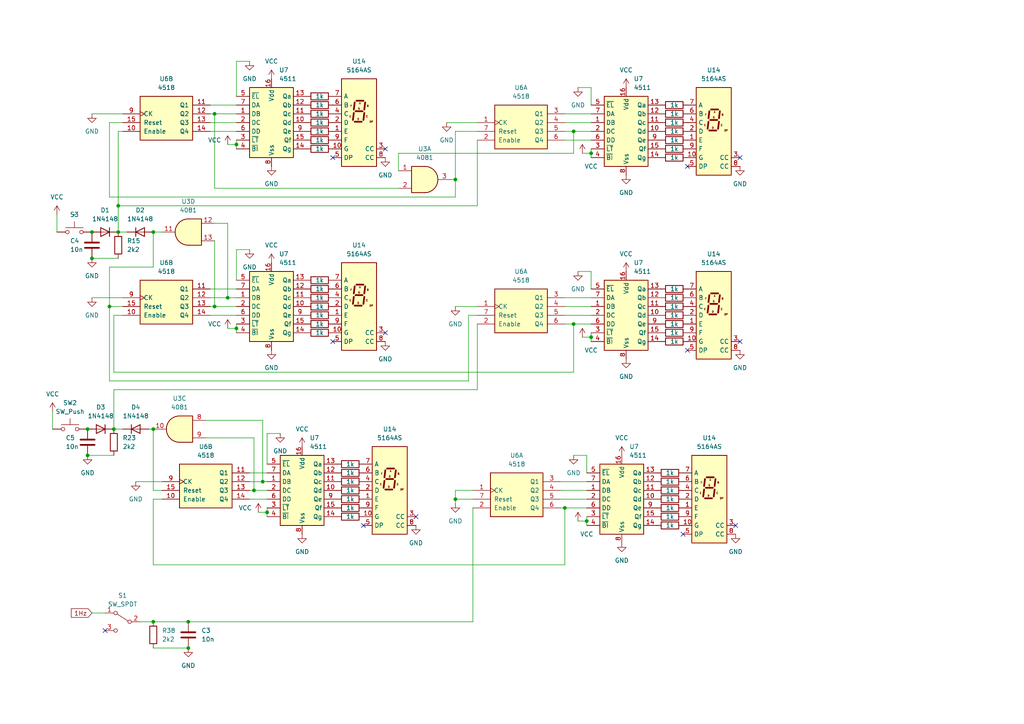
<source format=kicad_sch>
(kicad_sch (version 20230121) (generator eeschema)

  (uuid b048ed73-2672-4eb1-b277-e76b119b6161)

  (paper "A4")

  (lib_symbols
    (symbol "4xxx:4081" (pin_names (offset 1.016)) (in_bom yes) (on_board yes)
      (property "Reference" "U" (at 0 1.27 0)
        (effects (font (size 1.27 1.27)))
      )
      (property "Value" "4081" (at 0 -1.27 0)
        (effects (font (size 1.27 1.27)))
      )
      (property "Footprint" "" (at 0 0 0)
        (effects (font (size 1.27 1.27)) hide)
      )
      (property "Datasheet" "http://www.intersil.com/content/dam/Intersil/documents/cd40/cd4073bms-81bms-82bms.pdf" (at 0 0 0)
        (effects (font (size 1.27 1.27)) hide)
      )
      (property "ki_locked" "" (at 0 0 0)
        (effects (font (size 1.27 1.27)))
      )
      (property "ki_keywords" "CMOS And2" (at 0 0 0)
        (effects (font (size 1.27 1.27)) hide)
      )
      (property "ki_description" "Quad And 2 inputs" (at 0 0 0)
        (effects (font (size 1.27 1.27)) hide)
      )
      (property "ki_fp_filters" "DIP?14*" (at 0 0 0)
        (effects (font (size 1.27 1.27)) hide)
      )
      (symbol "4081_1_1"
        (arc (start 0 -3.81) (mid 3.7934 0) (end 0 3.81)
          (stroke (width 0.254) (type default))
          (fill (type background))
        )
        (polyline
          (pts
            (xy 0 3.81)
            (xy -3.81 3.81)
            (xy -3.81 -3.81)
            (xy 0 -3.81)
          )
          (stroke (width 0.254) (type default))
          (fill (type background))
        )
        (pin input line (at -7.62 2.54 0) (length 3.81)
          (name "~" (effects (font (size 1.27 1.27))))
          (number "1" (effects (font (size 1.27 1.27))))
        )
        (pin input line (at -7.62 -2.54 0) (length 3.81)
          (name "~" (effects (font (size 1.27 1.27))))
          (number "2" (effects (font (size 1.27 1.27))))
        )
        (pin output line (at 7.62 0 180) (length 3.81)
          (name "~" (effects (font (size 1.27 1.27))))
          (number "3" (effects (font (size 1.27 1.27))))
        )
      )
      (symbol "4081_1_2"
        (arc (start -3.81 -3.81) (mid -2.589 0) (end -3.81 3.81)
          (stroke (width 0.254) (type default))
          (fill (type none))
        )
        (arc (start -0.6096 -3.81) (mid 2.1842 -2.5851) (end 3.81 0)
          (stroke (width 0.254) (type default))
          (fill (type background))
        )
        (polyline
          (pts
            (xy -3.81 -3.81)
            (xy -0.635 -3.81)
          )
          (stroke (width 0.254) (type default))
          (fill (type background))
        )
        (polyline
          (pts
            (xy -3.81 3.81)
            (xy -0.635 3.81)
          )
          (stroke (width 0.254) (type default))
          (fill (type background))
        )
        (polyline
          (pts
            (xy -0.635 3.81)
            (xy -3.81 3.81)
            (xy -3.81 3.81)
            (xy -3.556 3.4036)
            (xy -3.0226 2.2606)
            (xy -2.6924 1.0414)
            (xy -2.6162 -0.254)
            (xy -2.7686 -1.4986)
            (xy -3.175 -2.7178)
            (xy -3.81 -3.81)
            (xy -3.81 -3.81)
            (xy -0.635 -3.81)
          )
          (stroke (width -25.4) (type default))
          (fill (type background))
        )
        (arc (start 3.81 0) (mid 2.1915 2.5936) (end -0.6096 3.81)
          (stroke (width 0.254) (type default))
          (fill (type background))
        )
        (pin input inverted (at -7.62 2.54 0) (length 4.318)
          (name "~" (effects (font (size 1.27 1.27))))
          (number "1" (effects (font (size 1.27 1.27))))
        )
        (pin input inverted (at -7.62 -2.54 0) (length 4.318)
          (name "~" (effects (font (size 1.27 1.27))))
          (number "2" (effects (font (size 1.27 1.27))))
        )
        (pin output inverted (at 7.62 0 180) (length 3.81)
          (name "~" (effects (font (size 1.27 1.27))))
          (number "3" (effects (font (size 1.27 1.27))))
        )
      )
      (symbol "4081_2_1"
        (arc (start 0 -3.81) (mid 3.7934 0) (end 0 3.81)
          (stroke (width 0.254) (type default))
          (fill (type background))
        )
        (polyline
          (pts
            (xy 0 3.81)
            (xy -3.81 3.81)
            (xy -3.81 -3.81)
            (xy 0 -3.81)
          )
          (stroke (width 0.254) (type default))
          (fill (type background))
        )
        (pin output line (at 7.62 0 180) (length 3.81)
          (name "~" (effects (font (size 1.27 1.27))))
          (number "4" (effects (font (size 1.27 1.27))))
        )
        (pin input line (at -7.62 2.54 0) (length 3.81)
          (name "~" (effects (font (size 1.27 1.27))))
          (number "5" (effects (font (size 1.27 1.27))))
        )
        (pin input line (at -7.62 -2.54 0) (length 3.81)
          (name "~" (effects (font (size 1.27 1.27))))
          (number "6" (effects (font (size 1.27 1.27))))
        )
      )
      (symbol "4081_2_2"
        (arc (start -3.81 -3.81) (mid -2.589 0) (end -3.81 3.81)
          (stroke (width 0.254) (type default))
          (fill (type none))
        )
        (arc (start -0.6096 -3.81) (mid 2.1842 -2.5851) (end 3.81 0)
          (stroke (width 0.254) (type default))
          (fill (type background))
        )
        (polyline
          (pts
            (xy -3.81 -3.81)
            (xy -0.635 -3.81)
          )
          (stroke (width 0.254) (type default))
          (fill (type background))
        )
        (polyline
          (pts
            (xy -3.81 3.81)
            (xy -0.635 3.81)
          )
          (stroke (width 0.254) (type default))
          (fill (type background))
        )
        (polyline
          (pts
            (xy -0.635 3.81)
            (xy -3.81 3.81)
            (xy -3.81 3.81)
            (xy -3.556 3.4036)
            (xy -3.0226 2.2606)
            (xy -2.6924 1.0414)
            (xy -2.6162 -0.254)
            (xy -2.7686 -1.4986)
            (xy -3.175 -2.7178)
            (xy -3.81 -3.81)
            (xy -3.81 -3.81)
            (xy -0.635 -3.81)
          )
          (stroke (width -25.4) (type default))
          (fill (type background))
        )
        (arc (start 3.81 0) (mid 2.1915 2.5936) (end -0.6096 3.81)
          (stroke (width 0.254) (type default))
          (fill (type background))
        )
        (pin output inverted (at 7.62 0 180) (length 3.81)
          (name "~" (effects (font (size 1.27 1.27))))
          (number "4" (effects (font (size 1.27 1.27))))
        )
        (pin input inverted (at -7.62 2.54 0) (length 4.318)
          (name "~" (effects (font (size 1.27 1.27))))
          (number "5" (effects (font (size 1.27 1.27))))
        )
        (pin input inverted (at -7.62 -2.54 0) (length 4.318)
          (name "~" (effects (font (size 1.27 1.27))))
          (number "6" (effects (font (size 1.27 1.27))))
        )
      )
      (symbol "4081_3_1"
        (arc (start 0 -3.81) (mid 3.7934 0) (end 0 3.81)
          (stroke (width 0.254) (type default))
          (fill (type background))
        )
        (polyline
          (pts
            (xy 0 3.81)
            (xy -3.81 3.81)
            (xy -3.81 -3.81)
            (xy 0 -3.81)
          )
          (stroke (width 0.254) (type default))
          (fill (type background))
        )
        (pin output line (at 7.62 0 180) (length 3.81)
          (name "~" (effects (font (size 1.27 1.27))))
          (number "10" (effects (font (size 1.27 1.27))))
        )
        (pin input line (at -7.62 2.54 0) (length 3.81)
          (name "~" (effects (font (size 1.27 1.27))))
          (number "8" (effects (font (size 1.27 1.27))))
        )
        (pin input line (at -7.62 -2.54 0) (length 3.81)
          (name "~" (effects (font (size 1.27 1.27))))
          (number "9" (effects (font (size 1.27 1.27))))
        )
      )
      (symbol "4081_3_2"
        (arc (start -3.81 -3.81) (mid -2.589 0) (end -3.81 3.81)
          (stroke (width 0.254) (type default))
          (fill (type none))
        )
        (arc (start -0.6096 -3.81) (mid 2.1842 -2.5851) (end 3.81 0)
          (stroke (width 0.254) (type default))
          (fill (type background))
        )
        (polyline
          (pts
            (xy -3.81 -3.81)
            (xy -0.635 -3.81)
          )
          (stroke (width 0.254) (type default))
          (fill (type background))
        )
        (polyline
          (pts
            (xy -3.81 3.81)
            (xy -0.635 3.81)
          )
          (stroke (width 0.254) (type default))
          (fill (type background))
        )
        (polyline
          (pts
            (xy -0.635 3.81)
            (xy -3.81 3.81)
            (xy -3.81 3.81)
            (xy -3.556 3.4036)
            (xy -3.0226 2.2606)
            (xy -2.6924 1.0414)
            (xy -2.6162 -0.254)
            (xy -2.7686 -1.4986)
            (xy -3.175 -2.7178)
            (xy -3.81 -3.81)
            (xy -3.81 -3.81)
            (xy -0.635 -3.81)
          )
          (stroke (width -25.4) (type default))
          (fill (type background))
        )
        (arc (start 3.81 0) (mid 2.1915 2.5936) (end -0.6096 3.81)
          (stroke (width 0.254) (type default))
          (fill (type background))
        )
        (pin output inverted (at 7.62 0 180) (length 3.81)
          (name "~" (effects (font (size 1.27 1.27))))
          (number "10" (effects (font (size 1.27 1.27))))
        )
        (pin input inverted (at -7.62 2.54 0) (length 4.318)
          (name "~" (effects (font (size 1.27 1.27))))
          (number "8" (effects (font (size 1.27 1.27))))
        )
        (pin input inverted (at -7.62 -2.54 0) (length 4.318)
          (name "~" (effects (font (size 1.27 1.27))))
          (number "9" (effects (font (size 1.27 1.27))))
        )
      )
      (symbol "4081_4_1"
        (arc (start 0 -3.81) (mid 3.7934 0) (end 0 3.81)
          (stroke (width 0.254) (type default))
          (fill (type background))
        )
        (polyline
          (pts
            (xy 0 3.81)
            (xy -3.81 3.81)
            (xy -3.81 -3.81)
            (xy 0 -3.81)
          )
          (stroke (width 0.254) (type default))
          (fill (type background))
        )
        (pin output line (at 7.62 0 180) (length 3.81)
          (name "~" (effects (font (size 1.27 1.27))))
          (number "11" (effects (font (size 1.27 1.27))))
        )
        (pin input line (at -7.62 2.54 0) (length 3.81)
          (name "~" (effects (font (size 1.27 1.27))))
          (number "12" (effects (font (size 1.27 1.27))))
        )
        (pin input line (at -7.62 -2.54 0) (length 3.81)
          (name "~" (effects (font (size 1.27 1.27))))
          (number "13" (effects (font (size 1.27 1.27))))
        )
      )
      (symbol "4081_4_2"
        (arc (start -3.81 -3.81) (mid -2.589 0) (end -3.81 3.81)
          (stroke (width 0.254) (type default))
          (fill (type none))
        )
        (arc (start -0.6096 -3.81) (mid 2.1842 -2.5851) (end 3.81 0)
          (stroke (width 0.254) (type default))
          (fill (type background))
        )
        (polyline
          (pts
            (xy -3.81 -3.81)
            (xy -0.635 -3.81)
          )
          (stroke (width 0.254) (type default))
          (fill (type background))
        )
        (polyline
          (pts
            (xy -3.81 3.81)
            (xy -0.635 3.81)
          )
          (stroke (width 0.254) (type default))
          (fill (type background))
        )
        (polyline
          (pts
            (xy -0.635 3.81)
            (xy -3.81 3.81)
            (xy -3.81 3.81)
            (xy -3.556 3.4036)
            (xy -3.0226 2.2606)
            (xy -2.6924 1.0414)
            (xy -2.6162 -0.254)
            (xy -2.7686 -1.4986)
            (xy -3.175 -2.7178)
            (xy -3.81 -3.81)
            (xy -3.81 -3.81)
            (xy -0.635 -3.81)
          )
          (stroke (width -25.4) (type default))
          (fill (type background))
        )
        (arc (start 3.81 0) (mid 2.1915 2.5936) (end -0.6096 3.81)
          (stroke (width 0.254) (type default))
          (fill (type background))
        )
        (pin output inverted (at 7.62 0 180) (length 3.81)
          (name "~" (effects (font (size 1.27 1.27))))
          (number "11" (effects (font (size 1.27 1.27))))
        )
        (pin input inverted (at -7.62 2.54 0) (length 4.318)
          (name "~" (effects (font (size 1.27 1.27))))
          (number "12" (effects (font (size 1.27 1.27))))
        )
        (pin input inverted (at -7.62 -2.54 0) (length 4.318)
          (name "~" (effects (font (size 1.27 1.27))))
          (number "13" (effects (font (size 1.27 1.27))))
        )
      )
      (symbol "4081_5_0"
        (pin power_in line (at 0 12.7 270) (length 5.08)
          (name "VDD" (effects (font (size 1.27 1.27))))
          (number "14" (effects (font (size 1.27 1.27))))
        )
        (pin power_in line (at 0 -12.7 90) (length 5.08)
          (name "VSS" (effects (font (size 1.27 1.27))))
          (number "7" (effects (font (size 1.27 1.27))))
        )
      )
      (symbol "4081_5_1"
        (rectangle (start -5.08 7.62) (end 5.08 -7.62)
          (stroke (width 0.254) (type default))
          (fill (type background))
        )
      )
    )
    (symbol "4xxx:4518" (pin_names (offset 1.016)) (in_bom yes) (on_board yes)
      (property "Reference" "U" (at -7.62 8.89 0)
        (effects (font (size 1.27 1.27)))
      )
      (property "Value" "4518" (at -7.62 -8.89 0)
        (effects (font (size 1.27 1.27)))
      )
      (property "Footprint" "" (at 0 0 0)
        (effects (font (size 1.27 1.27)) hide)
      )
      (property "Datasheet" "http://www.intersil.com/content/dam/Intersil/documents/cd45/cd4518bms-20bms.pdf" (at 0 0 0)
        (effects (font (size 1.27 1.27)) hide)
      )
      (property "ki_locked" "" (at 0 0 0)
        (effects (font (size 1.27 1.27)))
      )
      (property "ki_keywords" "CMOS" (at 0 0 0)
        (effects (font (size 1.27 1.27)) hide)
      )
      (property "ki_description" "Dual BCD Up-Counter" (at 0 0 0)
        (effects (font (size 1.27 1.27)) hide)
      )
      (property "ki_fp_filters" "DIP?16*" (at 0 0 0)
        (effects (font (size 1.27 1.27)) hide)
      )
      (symbol "4518_1_0"
        (pin input clock (at -12.7 0 0) (length 5.08)
          (name "CK" (effects (font (size 1.27 1.27))))
          (number "1" (effects (font (size 1.27 1.27))))
        )
        (pin input line (at -12.7 -5.08 0) (length 5.08)
          (name "Enable" (effects (font (size 1.27 1.27))))
          (number "2" (effects (font (size 1.27 1.27))))
        )
        (pin output line (at 12.7 2.54 180) (length 5.08)
          (name "Q1" (effects (font (size 1.27 1.27))))
          (number "3" (effects (font (size 1.27 1.27))))
        )
        (pin output line (at 12.7 0 180) (length 5.08)
          (name "Q2" (effects (font (size 1.27 1.27))))
          (number "4" (effects (font (size 1.27 1.27))))
        )
        (pin output line (at 12.7 -2.54 180) (length 5.08)
          (name "Q3" (effects (font (size 1.27 1.27))))
          (number "5" (effects (font (size 1.27 1.27))))
        )
        (pin output line (at 12.7 -5.08 180) (length 5.08)
          (name "Q4" (effects (font (size 1.27 1.27))))
          (number "6" (effects (font (size 1.27 1.27))))
        )
        (pin input line (at -12.7 -2.54 0) (length 5.08)
          (name "Reset" (effects (font (size 1.27 1.27))))
          (number "7" (effects (font (size 1.27 1.27))))
        )
      )
      (symbol "4518_1_1"
        (rectangle (start -7.62 5.08) (end 7.62 -7.62)
          (stroke (width 0.254) (type default))
          (fill (type background))
        )
      )
      (symbol "4518_2_0"
        (pin input line (at -12.7 -5.08 0) (length 5.08)
          (name "Enable" (effects (font (size 1.27 1.27))))
          (number "10" (effects (font (size 1.27 1.27))))
        )
        (pin output line (at 12.7 2.54 180) (length 5.08)
          (name "Q1" (effects (font (size 1.27 1.27))))
          (number "11" (effects (font (size 1.27 1.27))))
        )
        (pin output line (at 12.7 0 180) (length 5.08)
          (name "Q2" (effects (font (size 1.27 1.27))))
          (number "12" (effects (font (size 1.27 1.27))))
        )
        (pin output line (at 12.7 -2.54 180) (length 5.08)
          (name "Q3" (effects (font (size 1.27 1.27))))
          (number "13" (effects (font (size 1.27 1.27))))
        )
        (pin output line (at 12.7 -5.08 180) (length 5.08)
          (name "Q4" (effects (font (size 1.27 1.27))))
          (number "14" (effects (font (size 1.27 1.27))))
        )
        (pin input line (at -12.7 -2.54 0) (length 5.08)
          (name "Reset" (effects (font (size 1.27 1.27))))
          (number "15" (effects (font (size 1.27 1.27))))
        )
        (pin input clock (at -12.7 0 0) (length 5.08)
          (name "CK" (effects (font (size 1.27 1.27))))
          (number "9" (effects (font (size 1.27 1.27))))
        )
      )
      (symbol "4518_2_1"
        (rectangle (start -7.62 5.08) (end 7.62 -7.62)
          (stroke (width 0.254) (type default))
          (fill (type background))
        )
      )
      (symbol "4518_3_0"
        (pin power_in line (at 0 12.7 270) (length 5.08)
          (name "VDD" (effects (font (size 1.27 1.27))))
          (number "16" (effects (font (size 1.27 1.27))))
        )
        (pin power_in line (at 0 -12.7 90) (length 5.08)
          (name "VSS" (effects (font (size 1.27 1.27))))
          (number "8" (effects (font (size 1.27 1.27))))
        )
      )
      (symbol "4518_3_1"
        (rectangle (start -5.08 7.62) (end 5.08 -7.62)
          (stroke (width 0.254) (type default))
          (fill (type background))
        )
      )
    )
    (symbol "4xxx_IEEE:4511" (in_bom yes) (on_board yes)
      (property "Reference" "U" (at 8.89 11.43 0)
        (effects (font (size 1.27 1.27)))
      )
      (property "Value" "4511" (at 8.89 -11.43 0)
        (effects (font (size 1.27 1.27)))
      )
      (property "Footprint" "" (at 0 0 0)
        (effects (font (size 1.27 1.27)) hide)
      )
      (property "Datasheet" "" (at 0 0 0)
        (effects (font (size 1.27 1.27)) hide)
      )
      (symbol "4511_0_1"
        (rectangle (start -6.35 10.16) (end 6.35 -10.16)
          (stroke (width 0.254) (type default))
          (fill (type background))
        )
      )
      (symbol "4511_1_1"
        (pin input line (at -10.16 2.54 0) (length 3.81)
          (name "DB" (effects (font (size 1.27 1.27))))
          (number "1" (effects (font (size 1.27 1.27))))
        )
        (pin output line (at 10.16 0 180) (length 3.81)
          (name "Qd" (effects (font (size 1.27 1.27))))
          (number "10" (effects (font (size 1.27 1.27))))
        )
        (pin output line (at 10.16 2.54 180) (length 3.81)
          (name "Qc" (effects (font (size 1.27 1.27))))
          (number "11" (effects (font (size 1.27 1.27))))
        )
        (pin output line (at 10.16 5.08 180) (length 3.81)
          (name "Qb" (effects (font (size 1.27 1.27))))
          (number "12" (effects (font (size 1.27 1.27))))
        )
        (pin output line (at 10.16 7.62 180) (length 3.81)
          (name "Qa" (effects (font (size 1.27 1.27))))
          (number "13" (effects (font (size 1.27 1.27))))
        )
        (pin output line (at 10.16 -7.62 180) (length 3.81)
          (name "Qg" (effects (font (size 1.27 1.27))))
          (number "14" (effects (font (size 1.27 1.27))))
        )
        (pin output line (at 10.16 -5.08 180) (length 3.81)
          (name "Qf" (effects (font (size 1.27 1.27))))
          (number "15" (effects (font (size 1.27 1.27))))
        )
        (pin power_in line (at 0 12.7 270) (length 2.54)
          (name "Vdd" (effects (font (size 1.27 1.27))))
          (number "16" (effects (font (size 1.27 1.27))))
        )
        (pin input line (at -10.16 0 0) (length 3.81)
          (name "DC" (effects (font (size 1.27 1.27))))
          (number "2" (effects (font (size 1.27 1.27))))
        )
        (pin input line (at -10.16 -5.08 0) (length 3.81)
          (name "~{LT}" (effects (font (size 1.27 1.27))))
          (number "3" (effects (font (size 1.27 1.27))))
        )
        (pin input line (at -10.16 -7.62 0) (length 3.81)
          (name "~{BI}" (effects (font (size 1.27 1.27))))
          (number "4" (effects (font (size 1.27 1.27))))
        )
        (pin input line (at -10.16 7.62 0) (length 3.81)
          (name "~{EL}" (effects (font (size 1.27 1.27))))
          (number "5" (effects (font (size 1.27 1.27))))
        )
        (pin input line (at -10.16 -2.54 0) (length 3.81)
          (name "DD" (effects (font (size 1.27 1.27))))
          (number "6" (effects (font (size 1.27 1.27))))
        )
        (pin input line (at -10.16 5.08 0) (length 3.81)
          (name "DA" (effects (font (size 1.27 1.27))))
          (number "7" (effects (font (size 1.27 1.27))))
        )
        (pin power_in line (at 0 -12.7 90) (length 2.54)
          (name "Vss" (effects (font (size 1.27 1.27))))
          (number "8" (effects (font (size 1.27 1.27))))
        )
        (pin output line (at 10.16 -2.54 180) (length 3.81)
          (name "Qe" (effects (font (size 1.27 1.27))))
          (number "9" (effects (font (size 1.27 1.27))))
        )
      )
    )
    (symbol "Device:C" (pin_numbers hide) (pin_names (offset 0.254)) (in_bom yes) (on_board yes)
      (property "Reference" "C" (at 0.635 2.54 0)
        (effects (font (size 1.27 1.27)) (justify left))
      )
      (property "Value" "C" (at 0.635 -2.54 0)
        (effects (font (size 1.27 1.27)) (justify left))
      )
      (property "Footprint" "" (at 0.9652 -3.81 0)
        (effects (font (size 1.27 1.27)) hide)
      )
      (property "Datasheet" "~" (at 0 0 0)
        (effects (font (size 1.27 1.27)) hide)
      )
      (property "ki_keywords" "cap capacitor" (at 0 0 0)
        (effects (font (size 1.27 1.27)) hide)
      )
      (property "ki_description" "Unpolarized capacitor" (at 0 0 0)
        (effects (font (size 1.27 1.27)) hide)
      )
      (property "ki_fp_filters" "C_*" (at 0 0 0)
        (effects (font (size 1.27 1.27)) hide)
      )
      (symbol "C_0_1"
        (polyline
          (pts
            (xy -2.032 -0.762)
            (xy 2.032 -0.762)
          )
          (stroke (width 0.508) (type default))
          (fill (type none))
        )
        (polyline
          (pts
            (xy -2.032 0.762)
            (xy 2.032 0.762)
          )
          (stroke (width 0.508) (type default))
          (fill (type none))
        )
      )
      (symbol "C_1_1"
        (pin passive line (at 0 3.81 270) (length 2.794)
          (name "~" (effects (font (size 1.27 1.27))))
          (number "1" (effects (font (size 1.27 1.27))))
        )
        (pin passive line (at 0 -3.81 90) (length 2.794)
          (name "~" (effects (font (size 1.27 1.27))))
          (number "2" (effects (font (size 1.27 1.27))))
        )
      )
    )
    (symbol "Device:R" (pin_numbers hide) (pin_names (offset 0)) (in_bom yes) (on_board yes)
      (property "Reference" "R" (at 2.032 0 90)
        (effects (font (size 1.27 1.27)))
      )
      (property "Value" "R" (at 0 0 90)
        (effects (font (size 1.27 1.27)))
      )
      (property "Footprint" "" (at -1.778 0 90)
        (effects (font (size 1.27 1.27)) hide)
      )
      (property "Datasheet" "~" (at 0 0 0)
        (effects (font (size 1.27 1.27)) hide)
      )
      (property "ki_keywords" "R res resistor" (at 0 0 0)
        (effects (font (size 1.27 1.27)) hide)
      )
      (property "ki_description" "Resistor" (at 0 0 0)
        (effects (font (size 1.27 1.27)) hide)
      )
      (property "ki_fp_filters" "R_*" (at 0 0 0)
        (effects (font (size 1.27 1.27)) hide)
      )
      (symbol "R_0_1"
        (rectangle (start -1.016 -2.54) (end 1.016 2.54)
          (stroke (width 0.254) (type default))
          (fill (type none))
        )
      )
      (symbol "R_1_1"
        (pin passive line (at 0 3.81 270) (length 1.27)
          (name "~" (effects (font (size 1.27 1.27))))
          (number "1" (effects (font (size 1.27 1.27))))
        )
        (pin passive line (at 0 -3.81 90) (length 1.27)
          (name "~" (effects (font (size 1.27 1.27))))
          (number "2" (effects (font (size 1.27 1.27))))
        )
      )
    )
    (symbol "Diode:1N4148" (pin_numbers hide) (pin_names hide) (in_bom yes) (on_board yes)
      (property "Reference" "D" (at 0 2.54 0)
        (effects (font (size 1.27 1.27)))
      )
      (property "Value" "1N4148" (at 0 -2.54 0)
        (effects (font (size 1.27 1.27)))
      )
      (property "Footprint" "Diode_THT:D_DO-35_SOD27_P7.62mm_Horizontal" (at 0 0 0)
        (effects (font (size 1.27 1.27)) hide)
      )
      (property "Datasheet" "https://assets.nexperia.com/documents/data-sheet/1N4148_1N4448.pdf" (at 0 0 0)
        (effects (font (size 1.27 1.27)) hide)
      )
      (property "Sim.Device" "D" (at 0 0 0)
        (effects (font (size 1.27 1.27)) hide)
      )
      (property "Sim.Pins" "1=K 2=A" (at 0 0 0)
        (effects (font (size 1.27 1.27)) hide)
      )
      (property "ki_keywords" "diode" (at 0 0 0)
        (effects (font (size 1.27 1.27)) hide)
      )
      (property "ki_description" "100V 0.15A standard switching diode, DO-35" (at 0 0 0)
        (effects (font (size 1.27 1.27)) hide)
      )
      (property "ki_fp_filters" "D*DO?35*" (at 0 0 0)
        (effects (font (size 1.27 1.27)) hide)
      )
      (symbol "1N4148_0_1"
        (polyline
          (pts
            (xy -1.27 1.27)
            (xy -1.27 -1.27)
          )
          (stroke (width 0.254) (type default))
          (fill (type none))
        )
        (polyline
          (pts
            (xy 1.27 0)
            (xy -1.27 0)
          )
          (stroke (width 0) (type default))
          (fill (type none))
        )
        (polyline
          (pts
            (xy 1.27 1.27)
            (xy 1.27 -1.27)
            (xy -1.27 0)
            (xy 1.27 1.27)
          )
          (stroke (width 0.254) (type default))
          (fill (type none))
        )
      )
      (symbol "1N4148_1_1"
        (pin passive line (at -3.81 0 0) (length 2.54)
          (name "K" (effects (font (size 1.27 1.27))))
          (number "1" (effects (font (size 1.27 1.27))))
        )
        (pin passive line (at 3.81 0 180) (length 2.54)
          (name "A" (effects (font (size 1.27 1.27))))
          (number "2" (effects (font (size 1.27 1.27))))
        )
      )
    )
    (symbol "Display_Character:KCSC02-105" (pin_names (offset 0.635)) (in_bom yes) (on_board yes)
      (property "Reference" "U" (at -2.54 13.97 0)
        (effects (font (size 1.27 1.27)) (justify right))
      )
      (property "Value" "KCSC02-105" (at 1.27 13.97 0)
        (effects (font (size 1.27 1.27)) (justify left))
      )
      (property "Footprint" "Display_7Segment:KCSC02-105" (at 0 -15.24 0)
        (effects (font (size 1.27 1.27)) hide)
      )
      (property "Datasheet" "http://www.kingbright.com/attachments/file/psearch/000/00/00/KCSC02-105(Ver.9A).pdf" (at -12.7 12.065 0)
        (effects (font (size 1.27 1.27)) (justify left) hide)
      )
      (property "ki_keywords" "display LED 7-segment" (at 0 0 0)
        (effects (font (size 1.27 1.27)) hide)
      )
      (property "ki_description" "One digit 7 segment hyper red LED, common cathode" (at 0 0 0)
        (effects (font (size 1.27 1.27)) hide)
      )
      (property "ki_fp_filters" "*KCSC02*105*" (at 0 0 0)
        (effects (font (size 1.27 1.27)) hide)
      )
      (symbol "KCSC02-105_0_0"
        (text "A" (at 0.254 5.588 0)
          (effects (font (size 0.508 0.508)))
        )
        (text "B" (at 2.54 4.826 0)
          (effects (font (size 0.508 0.508)))
        )
        (text "C" (at 2.286 1.778 0)
          (effects (font (size 0.508 0.508)))
        )
        (text "D" (at -0.254 1.016 0)
          (effects (font (size 0.508 0.508)))
        )
        (text "DP" (at 3.556 0.254 0)
          (effects (font (size 0.508 0.508)))
        )
        (text "E" (at -2.54 1.778 0)
          (effects (font (size 0.508 0.508)))
        )
        (text "F" (at -2.286 4.826 0)
          (effects (font (size 0.508 0.508)))
        )
        (text "G" (at 0 4.064 0)
          (effects (font (size 0.508 0.508)))
        )
      )
      (symbol "KCSC02-105_0_1"
        (rectangle (start -5.08 12.7) (end 5.08 -12.7)
          (stroke (width 0.254) (type default))
          (fill (type background))
        )
        (polyline
          (pts
            (xy -1.524 2.794)
            (xy -1.778 0.762)
          )
          (stroke (width 0.508) (type default))
          (fill (type none))
        )
        (polyline
          (pts
            (xy -1.27 0.254)
            (xy 0.762 0.254)
          )
          (stroke (width 0.508) (type default))
          (fill (type none))
        )
        (polyline
          (pts
            (xy -1.27 5.842)
            (xy -1.524 3.81)
          )
          (stroke (width 0.508) (type default))
          (fill (type none))
        )
        (polyline
          (pts
            (xy -1.016 3.302)
            (xy 1.016 3.302)
          )
          (stroke (width 0.508) (type default))
          (fill (type none))
        )
        (polyline
          (pts
            (xy -0.762 6.35)
            (xy 1.27 6.35)
          )
          (stroke (width 0.508) (type default))
          (fill (type none))
        )
        (polyline
          (pts
            (xy 1.524 2.794)
            (xy 1.27 0.762)
          )
          (stroke (width 0.508) (type default))
          (fill (type none))
        )
        (polyline
          (pts
            (xy 1.778 5.842)
            (xy 1.524 3.81)
          )
          (stroke (width 0.508) (type default))
          (fill (type none))
        )
        (polyline
          (pts
            (xy 2.54 0.254)
            (xy 2.54 0.254)
          )
          (stroke (width 0.508) (type default))
          (fill (type none))
        )
      )
      (symbol "KCSC02-105_1_1"
        (pin input line (at -7.62 -2.54 0) (length 2.54)
          (name "E" (effects (font (size 1.27 1.27))))
          (number "1" (effects (font (size 1.27 1.27))))
        )
        (pin input line (at -7.62 -7.62 0) (length 2.54)
          (name "G" (effects (font (size 1.27 1.27))))
          (number "10" (effects (font (size 1.27 1.27))))
        )
        (pin input line (at -7.62 0 0) (length 2.54)
          (name "D" (effects (font (size 1.27 1.27))))
          (number "2" (effects (font (size 1.27 1.27))))
        )
        (pin input line (at 7.62 -7.62 180) (length 2.54)
          (name "CC" (effects (font (size 1.27 1.27))))
          (number "3" (effects (font (size 1.27 1.27))))
        )
        (pin input line (at -7.62 2.54 0) (length 2.54)
          (name "C" (effects (font (size 1.27 1.27))))
          (number "4" (effects (font (size 1.27 1.27))))
        )
        (pin input line (at -7.62 -10.16 0) (length 2.54)
          (name "DP" (effects (font (size 1.27 1.27))))
          (number "5" (effects (font (size 1.27 1.27))))
        )
        (pin input line (at -7.62 5.08 0) (length 2.54)
          (name "B" (effects (font (size 1.27 1.27))))
          (number "6" (effects (font (size 1.27 1.27))))
        )
        (pin input line (at -7.62 7.62 0) (length 2.54)
          (name "A" (effects (font (size 1.27 1.27))))
          (number "7" (effects (font (size 1.27 1.27))))
        )
        (pin input line (at 7.62 -10.16 180) (length 2.54)
          (name "CC" (effects (font (size 1.27 1.27))))
          (number "8" (effects (font (size 1.27 1.27))))
        )
        (pin input line (at -7.62 -5.08 0) (length 2.54)
          (name "F" (effects (font (size 1.27 1.27))))
          (number "9" (effects (font (size 1.27 1.27))))
        )
      )
    )
    (symbol "Switch:SW_Push" (pin_numbers hide) (pin_names (offset 1.016) hide) (in_bom yes) (on_board yes)
      (property "Reference" "SW" (at 1.27 2.54 0)
        (effects (font (size 1.27 1.27)) (justify left))
      )
      (property "Value" "SW_Push" (at 0 -1.524 0)
        (effects (font (size 1.27 1.27)))
      )
      (property "Footprint" "" (at 0 5.08 0)
        (effects (font (size 1.27 1.27)) hide)
      )
      (property "Datasheet" "~" (at 0 5.08 0)
        (effects (font (size 1.27 1.27)) hide)
      )
      (property "ki_keywords" "switch normally-open pushbutton push-button" (at 0 0 0)
        (effects (font (size 1.27 1.27)) hide)
      )
      (property "ki_description" "Push button switch, generic, two pins" (at 0 0 0)
        (effects (font (size 1.27 1.27)) hide)
      )
      (symbol "SW_Push_0_1"
        (circle (center -2.032 0) (radius 0.508)
          (stroke (width 0) (type default))
          (fill (type none))
        )
        (polyline
          (pts
            (xy 0 1.27)
            (xy 0 3.048)
          )
          (stroke (width 0) (type default))
          (fill (type none))
        )
        (polyline
          (pts
            (xy 2.54 1.27)
            (xy -2.54 1.27)
          )
          (stroke (width 0) (type default))
          (fill (type none))
        )
        (circle (center 2.032 0) (radius 0.508)
          (stroke (width 0) (type default))
          (fill (type none))
        )
        (pin passive line (at -5.08 0 0) (length 2.54)
          (name "1" (effects (font (size 1.27 1.27))))
          (number "1" (effects (font (size 1.27 1.27))))
        )
        (pin passive line (at 5.08 0 180) (length 2.54)
          (name "2" (effects (font (size 1.27 1.27))))
          (number "2" (effects (font (size 1.27 1.27))))
        )
      )
    )
    (symbol "Switch:SW_SPDT" (pin_names (offset 0) hide) (in_bom yes) (on_board yes)
      (property "Reference" "SW" (at 0 4.318 0)
        (effects (font (size 1.27 1.27)))
      )
      (property "Value" "SW_SPDT" (at 0 -5.08 0)
        (effects (font (size 1.27 1.27)))
      )
      (property "Footprint" "" (at 0 0 0)
        (effects (font (size 1.27 1.27)) hide)
      )
      (property "Datasheet" "~" (at 0 0 0)
        (effects (font (size 1.27 1.27)) hide)
      )
      (property "ki_keywords" "switch single-pole double-throw spdt ON-ON" (at 0 0 0)
        (effects (font (size 1.27 1.27)) hide)
      )
      (property "ki_description" "Switch, single pole double throw" (at 0 0 0)
        (effects (font (size 1.27 1.27)) hide)
      )
      (symbol "SW_SPDT_0_0"
        (circle (center -2.032 0) (radius 0.508)
          (stroke (width 0) (type default))
          (fill (type none))
        )
        (circle (center 2.032 -2.54) (radius 0.508)
          (stroke (width 0) (type default))
          (fill (type none))
        )
      )
      (symbol "SW_SPDT_0_1"
        (polyline
          (pts
            (xy -1.524 0.254)
            (xy 1.651 2.286)
          )
          (stroke (width 0) (type default))
          (fill (type none))
        )
        (circle (center 2.032 2.54) (radius 0.508)
          (stroke (width 0) (type default))
          (fill (type none))
        )
      )
      (symbol "SW_SPDT_1_1"
        (pin passive line (at 5.08 2.54 180) (length 2.54)
          (name "A" (effects (font (size 1.27 1.27))))
          (number "1" (effects (font (size 1.27 1.27))))
        )
        (pin passive line (at -5.08 0 0) (length 2.54)
          (name "B" (effects (font (size 1.27 1.27))))
          (number "2" (effects (font (size 1.27 1.27))))
        )
        (pin passive line (at 5.08 -2.54 180) (length 2.54)
          (name "C" (effects (font (size 1.27 1.27))))
          (number "3" (effects (font (size 1.27 1.27))))
        )
      )
    )
    (symbol "power:GND" (power) (pin_names (offset 0)) (in_bom yes) (on_board yes)
      (property "Reference" "#PWR" (at 0 -6.35 0)
        (effects (font (size 1.27 1.27)) hide)
      )
      (property "Value" "GND" (at 0 -3.81 0)
        (effects (font (size 1.27 1.27)))
      )
      (property "Footprint" "" (at 0 0 0)
        (effects (font (size 1.27 1.27)) hide)
      )
      (property "Datasheet" "" (at 0 0 0)
        (effects (font (size 1.27 1.27)) hide)
      )
      (property "ki_keywords" "global power" (at 0 0 0)
        (effects (font (size 1.27 1.27)) hide)
      )
      (property "ki_description" "Power symbol creates a global label with name \"GND\" , ground" (at 0 0 0)
        (effects (font (size 1.27 1.27)) hide)
      )
      (symbol "GND_0_1"
        (polyline
          (pts
            (xy 0 0)
            (xy 0 -1.27)
            (xy 1.27 -1.27)
            (xy 0 -2.54)
            (xy -1.27 -1.27)
            (xy 0 -1.27)
          )
          (stroke (width 0) (type default))
          (fill (type none))
        )
      )
      (symbol "GND_1_1"
        (pin power_in line (at 0 0 270) (length 0) hide
          (name "GND" (effects (font (size 1.27 1.27))))
          (number "1" (effects (font (size 1.27 1.27))))
        )
      )
    )
    (symbol "power:VCC" (power) (pin_names (offset 0)) (in_bom yes) (on_board yes)
      (property "Reference" "#PWR" (at 0 -3.81 0)
        (effects (font (size 1.27 1.27)) hide)
      )
      (property "Value" "VCC" (at 0 3.81 0)
        (effects (font (size 1.27 1.27)))
      )
      (property "Footprint" "" (at 0 0 0)
        (effects (font (size 1.27 1.27)) hide)
      )
      (property "Datasheet" "" (at 0 0 0)
        (effects (font (size 1.27 1.27)) hide)
      )
      (property "ki_keywords" "global power" (at 0 0 0)
        (effects (font (size 1.27 1.27)) hide)
      )
      (property "ki_description" "Power symbol creates a global label with name \"VCC\"" (at 0 0 0)
        (effects (font (size 1.27 1.27)) hide)
      )
      (symbol "VCC_0_1"
        (polyline
          (pts
            (xy -0.762 1.27)
            (xy 0 2.54)
          )
          (stroke (width 0) (type default))
          (fill (type none))
        )
        (polyline
          (pts
            (xy 0 0)
            (xy 0 2.54)
          )
          (stroke (width 0) (type default))
          (fill (type none))
        )
        (polyline
          (pts
            (xy 0 2.54)
            (xy 0.762 1.27)
          )
          (stroke (width 0) (type default))
          (fill (type none))
        )
      )
      (symbol "VCC_1_1"
        (pin power_in line (at 0 0 90) (length 0) hide
          (name "VCC" (effects (font (size 1.27 1.27))))
          (number "1" (effects (font (size 1.27 1.27))))
        )
      )
    )
  )

  (junction (at 26.67 67.31) (diameter 0) (color 0 0 0 0)
    (uuid 068bf551-4fab-4c8b-9636-9af9c73ccf8e)
  )
  (junction (at 77.47 148.59) (diameter 0) (color 0 0 0 0)
    (uuid 1aa08230-0a77-4726-bff9-d84b6fef2c07)
  )
  (junction (at 44.45 180.34) (diameter 0) (color 0 0 0 0)
    (uuid 1cd8536a-533e-42d0-a7c9-2879653cc6be)
  )
  (junction (at 54.61 187.96) (diameter 0) (color 0 0 0 0)
    (uuid 286f6c11-3256-4dda-92f9-7204a9113f5c)
  )
  (junction (at 66.04 86.36) (diameter 0) (color 0 0 0 0)
    (uuid 2ef1210f-46e3-4db1-909f-d393089bba68)
  )
  (junction (at 31.75 88.9) (diameter 0) (color 0 0 0 0)
    (uuid 355aebdc-3571-4b91-b547-22f49afdd5a6)
  )
  (junction (at 44.45 124.46) (diameter 0) (color 0 0 0 0)
    (uuid 44ad39e0-9808-41a1-9bdd-73b831543b0d)
  )
  (junction (at 132.08 144.78) (diameter 0) (color 0 0 0 0)
    (uuid 451a9cf7-1086-4481-94eb-23d8e3d6c37f)
  )
  (junction (at 25.4 124.46) (diameter 0) (color 0 0 0 0)
    (uuid 550f1307-9d89-4f64-914a-18773a585527)
  )
  (junction (at 26.67 74.93) (diameter 0) (color 0 0 0 0)
    (uuid 59ab7a2f-4558-4204-b0e2-433738288e99)
  )
  (junction (at 62.23 33.02) (diameter 0) (color 0 0 0 0)
    (uuid 6497bfc6-5d52-4430-8c13-e5e6e8e1163c)
  )
  (junction (at 68.58 41.91) (diameter 0) (color 0 0 0 0)
    (uuid 697075f1-fafa-48d3-8ee0-617f4882124f)
  )
  (junction (at 166.37 93.98) (diameter 0) (color 0 0 0 0)
    (uuid 6d0ecb57-39dd-4b8b-92f3-2b4cb39f59df)
  )
  (junction (at 34.29 59.69) (diameter 0) (color 0 0 0 0)
    (uuid 6f34a17e-f4fb-4cc4-892b-8ca2ec74ad74)
  )
  (junction (at 163.83 147.32) (diameter 0) (color 0 0 0 0)
    (uuid 712bd8e5-e871-477b-9f91-64ec82668abe)
  )
  (junction (at 68.58 95.25) (diameter 0) (color 0 0 0 0)
    (uuid 83e60cb5-d1d8-440b-b1d6-5975d669396c)
  )
  (junction (at 171.45 44.45) (diameter 0) (color 0 0 0 0)
    (uuid 8fb9aeda-2690-4101-9f13-6923fd491a28)
  )
  (junction (at 54.61 180.34) (diameter 0) (color 0 0 0 0)
    (uuid 98cb0489-4f27-408e-bd11-8d6bdc978a35)
  )
  (junction (at 33.02 124.46) (diameter 0) (color 0 0 0 0)
    (uuid a6defd72-da70-4a53-a628-7c7cc0cc3bb5)
  )
  (junction (at 73.66 142.24) (diameter 0) (color 0 0 0 0)
    (uuid a86a3fab-b61d-4604-ad3a-6a3de8b49c09)
  )
  (junction (at 76.2 139.7) (diameter 0) (color 0 0 0 0)
    (uuid bfad972a-e868-41bf-8004-fdd1e3359eee)
  )
  (junction (at 62.23 88.9) (diameter 0) (color 0 0 0 0)
    (uuid c59cf1eb-1149-42b0-8cf2-835c633d5c66)
  )
  (junction (at 34.29 67.31) (diameter 0) (color 0 0 0 0)
    (uuid c61f6828-1d27-4bd5-b769-2b504d1dc931)
  )
  (junction (at 44.45 67.31) (diameter 0) (color 0 0 0 0)
    (uuid d7952238-c49b-4ab4-8cc5-40884290c059)
  )
  (junction (at 25.4 132.08) (diameter 0) (color 0 0 0 0)
    (uuid de4f1a3d-874b-447e-8c40-59eeadf6bb78)
  )
  (junction (at 166.37 38.1) (diameter 0) (color 0 0 0 0)
    (uuid dee8c9de-66d7-428e-8ef9-b78ac83a8cff)
  )
  (junction (at 170.18 151.13) (diameter 0) (color 0 0 0 0)
    (uuid e3770207-5c1a-428d-82ed-c3a7c73d5471)
  )
  (junction (at 132.08 52.07) (diameter 0) (color 0 0 0 0)
    (uuid f3c34a1d-a784-4352-b302-f53e447c8297)
  )
  (junction (at 171.45 97.79) (diameter 0) (color 0 0 0 0)
    (uuid f777e2e2-726d-41c5-a7cc-9fe5fc90f532)
  )

  (no_connect (at 199.39 101.6) (uuid 199928e4-ddcc-4b42-8de9-a178d3b39041))
  (no_connect (at 213.36 152.4) (uuid 1f39cfac-e6ef-4419-bc76-359c62ddfe1b))
  (no_connect (at 105.41 152.4) (uuid 50b4b383-d856-4b5f-b995-d8af97c70fe4))
  (no_connect (at 214.63 99.06) (uuid 59c82bc1-cfcd-4aff-a143-7963865bb811))
  (no_connect (at 96.52 99.06) (uuid 7579a9b9-44cd-4157-9abe-9c9f4cce59ff))
  (no_connect (at 214.63 45.72) (uuid 79b5a59d-ee63-450a-a96a-a9bf1bfdafe1))
  (no_connect (at 111.76 43.18) (uuid 84a0a386-b6cd-46c3-b114-16e96999d773))
  (no_connect (at 111.76 96.52) (uuid 9b6648d7-c4db-4443-8599-385926a1ae2f))
  (no_connect (at 120.65 149.86) (uuid 9bb65f28-d1ef-4b11-a1c1-9eb3b4a41bd8))
  (no_connect (at 198.12 154.94) (uuid a1365d68-acec-4bff-b314-cf8425181738))
  (no_connect (at 199.39 48.26) (uuid b15f66ad-fb69-4167-989c-ed9469f5dc0b))
  (no_connect (at 96.52 45.72) (uuid dc814bf6-4096-4b93-bb89-7af53dbb8c63))
  (no_connect (at 30.48 182.88) (uuid f110e83f-e1c6-442c-8095-589357263692))

  (wire (pts (xy 62.23 88.9) (xy 68.58 88.9))
    (stroke (width 0) (type default))
    (uuid 03a4b39a-4591-46e9-b911-12c7a60a927a)
  )
  (wire (pts (xy 163.83 163.83) (xy 163.83 147.32))
    (stroke (width 0) (type default))
    (uuid 04a34685-718b-41af-ac35-0bc591127a0e)
  )
  (wire (pts (xy 35.56 88.9) (xy 31.75 88.9))
    (stroke (width 0) (type default))
    (uuid 05218bdf-13bf-434d-805c-09699b6665ed)
  )
  (wire (pts (xy 60.96 86.36) (xy 66.04 86.36))
    (stroke (width 0) (type default))
    (uuid 0858fc67-58e5-4e61-8df0-18bfe8e33bc7)
  )
  (wire (pts (xy 15.24 119.38) (xy 15.24 124.46))
    (stroke (width 0) (type default))
    (uuid 09b270b0-86dc-431a-9ba1-316335ac9ad0)
  )
  (wire (pts (xy 33.02 91.44) (xy 35.56 91.44))
    (stroke (width 0) (type default))
    (uuid 0a1af4ae-8579-4ec1-a52e-65fea1ec0fa8)
  )
  (wire (pts (xy 31.75 35.56) (xy 31.75 57.15))
    (stroke (width 0) (type default))
    (uuid 0d088abb-869d-4264-a6ed-0eb11e3cf825)
  )
  (wire (pts (xy 34.29 59.69) (xy 34.29 67.31))
    (stroke (width 0) (type default))
    (uuid 0e942707-89b6-48d9-8ec5-fd8d25d1ca3a)
  )
  (wire (pts (xy 132.08 52.07) (xy 132.08 38.1))
    (stroke (width 0) (type default))
    (uuid 10767f88-f60c-4185-94b3-09afdc71d557)
  )
  (wire (pts (xy 171.45 97.79) (xy 171.45 99.06))
    (stroke (width 0) (type default))
    (uuid 11ddeabc-f669-48d5-b3ba-99be3723011a)
  )
  (wire (pts (xy 163.83 91.44) (xy 171.45 91.44))
    (stroke (width 0) (type default))
    (uuid 159250cb-a6e3-4d6d-b4bc-18303f06da28)
  )
  (wire (pts (xy 68.58 41.91) (xy 68.58 43.18))
    (stroke (width 0) (type default))
    (uuid 1665f03c-9983-498e-b104-0ec2c8ce7f45)
  )
  (wire (pts (xy 163.83 33.02) (xy 171.45 33.02))
    (stroke (width 0) (type default))
    (uuid 182f0757-5837-4688-97ed-cfbdf84cd322)
  )
  (wire (pts (xy 44.45 187.96) (xy 54.61 187.96))
    (stroke (width 0) (type default))
    (uuid 19c5d660-68de-47d4-b67e-b24903693177)
  )
  (wire (pts (xy 138.43 93.98) (xy 138.43 113.03))
    (stroke (width 0) (type default))
    (uuid 1bac7f44-444c-45ca-8ab2-f5496d95a04d)
  )
  (wire (pts (xy 33.02 113.03) (xy 33.02 124.46))
    (stroke (width 0) (type default))
    (uuid 1f74c5b4-9146-4089-86ee-14ba152f274a)
  )
  (wire (pts (xy 68.58 81.28) (xy 68.58 72.39))
    (stroke (width 0) (type default))
    (uuid 227e2b40-4604-474d-9567-77c111be4e49)
  )
  (wire (pts (xy 166.37 93.98) (xy 171.45 93.98))
    (stroke (width 0) (type default))
    (uuid 22854c72-f5c4-4ec7-a6db-0f51f751e702)
  )
  (wire (pts (xy 60.96 88.9) (xy 62.23 88.9))
    (stroke (width 0) (type default))
    (uuid 23dffa6e-eba9-406c-8b52-46021fc4aa5f)
  )
  (wire (pts (xy 44.45 144.78) (xy 44.45 163.83))
    (stroke (width 0) (type default))
    (uuid 25e7269b-cd1c-4b44-b3a9-c2d160ef4abf)
  )
  (wire (pts (xy 26.67 86.36) (xy 35.56 86.36))
    (stroke (width 0) (type default))
    (uuid 2819a3c3-4a66-480f-88d9-60b14f36c665)
  )
  (wire (pts (xy 167.64 151.13) (xy 170.18 151.13))
    (stroke (width 0) (type default))
    (uuid 28238d02-c37d-4999-a698-2fcecdd6db60)
  )
  (wire (pts (xy 66.04 64.77) (xy 62.23 64.77))
    (stroke (width 0) (type default))
    (uuid 2ba7095b-e43f-473b-bc4c-35c90bf4f793)
  )
  (wire (pts (xy 163.83 93.98) (xy 166.37 93.98))
    (stroke (width 0) (type default))
    (uuid 2e0bb6c8-672c-4121-9716-ef6c3cefa54d)
  )
  (wire (pts (xy 138.43 59.69) (xy 34.29 59.69))
    (stroke (width 0) (type default))
    (uuid 31cfb3e2-ec0a-4209-849e-cf0cb814610a)
  )
  (wire (pts (xy 62.23 69.85) (xy 62.23 88.9))
    (stroke (width 0) (type default))
    (uuid 378efa59-7ce7-4586-94d0-741c8d51c7cb)
  )
  (wire (pts (xy 171.45 44.45) (xy 171.45 45.72))
    (stroke (width 0) (type default))
    (uuid 37b61919-7e59-48f6-a8e1-0e3c308b80d1)
  )
  (wire (pts (xy 171.45 43.18) (xy 171.45 44.45))
    (stroke (width 0) (type default))
    (uuid 393b8448-23fe-4fba-8fc3-02a95ec56c47)
  )
  (wire (pts (xy 132.08 88.9) (xy 138.43 88.9))
    (stroke (width 0) (type default))
    (uuid 39a6325d-4c42-43fa-a619-f826c5da06ba)
  )
  (wire (pts (xy 60.96 30.48) (xy 68.58 30.48))
    (stroke (width 0) (type default))
    (uuid 3a478720-f5f3-44dd-a513-46f062f4e62f)
  )
  (wire (pts (xy 72.39 144.78) (xy 77.47 144.78))
    (stroke (width 0) (type default))
    (uuid 42a8ed8b-bf32-42f3-a48d-eeee783e9747)
  )
  (wire (pts (xy 44.45 67.31) (xy 44.45 77.47))
    (stroke (width 0) (type default))
    (uuid 43594e9f-24d2-4347-b304-e5ef90843124)
  )
  (wire (pts (xy 73.66 127) (xy 73.66 142.24))
    (stroke (width 0) (type default))
    (uuid 4995323b-73af-4389-9d42-e1a7161558f8)
  )
  (wire (pts (xy 115.57 54.61) (xy 62.23 54.61))
    (stroke (width 0) (type default))
    (uuid 4a675ed3-74f0-4ceb-94ed-07daecba321b)
  )
  (wire (pts (xy 16.51 62.23) (xy 16.51 67.31))
    (stroke (width 0) (type default))
    (uuid 4ac1ae91-051b-47c2-b5bd-04337a37d41b)
  )
  (wire (pts (xy 31.75 88.9) (xy 31.75 110.49))
    (stroke (width 0) (type default))
    (uuid 4bbc4014-4f5e-47d9-b8d7-454f4feef47d)
  )
  (wire (pts (xy 31.75 110.49) (xy 135.89 110.49))
    (stroke (width 0) (type default))
    (uuid 4cf63399-37d6-4459-bfd1-fb7f5a6c7a61)
  )
  (wire (pts (xy 73.66 142.24) (xy 77.47 142.24))
    (stroke (width 0) (type default))
    (uuid 4dfd8586-6c0a-4e6e-b99b-bb45c48fd095)
  )
  (wire (pts (xy 77.47 148.59) (xy 77.47 149.86))
    (stroke (width 0) (type default))
    (uuid 5045151c-e53f-4c92-88d9-b28319fce36f)
  )
  (wire (pts (xy 171.45 78.74) (xy 167.64 78.74))
    (stroke (width 0) (type default))
    (uuid 50833c51-d8be-4eb9-9fb5-b4f33fa97c15)
  )
  (wire (pts (xy 66.04 86.36) (xy 66.04 64.77))
    (stroke (width 0) (type default))
    (uuid 515c7147-38d7-4c92-822b-1440579d46fe)
  )
  (wire (pts (xy 68.58 95.25) (xy 68.58 96.52))
    (stroke (width 0) (type default))
    (uuid 530e5fb9-30e2-4a7d-b956-f7ff8b77d16b)
  )
  (wire (pts (xy 68.58 40.64) (xy 68.58 41.91))
    (stroke (width 0) (type default))
    (uuid 564d7c31-4e54-4d92-9172-e54d572efc09)
  )
  (wire (pts (xy 170.18 149.86) (xy 170.18 151.13))
    (stroke (width 0) (type default))
    (uuid 568454ca-4807-4a4f-b852-cadcc4cfcd96)
  )
  (wire (pts (xy 171.45 96.52) (xy 171.45 97.79))
    (stroke (width 0) (type default))
    (uuid 5811527e-611f-48fd-8515-b099bb85a71e)
  )
  (wire (pts (xy 33.02 124.46) (xy 35.56 124.46))
    (stroke (width 0) (type default))
    (uuid 5b1b3110-b248-4328-837d-6eab781616a4)
  )
  (wire (pts (xy 135.89 91.44) (xy 135.89 110.49))
    (stroke (width 0) (type default))
    (uuid 5b839b43-4f29-4b7f-a862-b2cae05fbb21)
  )
  (wire (pts (xy 44.45 142.24) (xy 44.45 124.46))
    (stroke (width 0) (type default))
    (uuid 5f1bf83b-6a68-49a6-80cc-0a63f09616fb)
  )
  (wire (pts (xy 138.43 40.64) (xy 138.43 59.69))
    (stroke (width 0) (type default))
    (uuid 615c1752-8a04-4ffc-8f9b-b151257321f7)
  )
  (wire (pts (xy 166.37 107.95) (xy 166.37 93.98))
    (stroke (width 0) (type default))
    (uuid 61bb4d1c-8c26-4052-b334-1c8f86f67631)
  )
  (wire (pts (xy 162.56 142.24) (xy 170.18 142.24))
    (stroke (width 0) (type default))
    (uuid 61bf8d66-f6ae-48bf-8e6c-29f5781791a0)
  )
  (wire (pts (xy 166.37 38.1) (xy 171.45 38.1))
    (stroke (width 0) (type default))
    (uuid 61eaaf65-12f0-48f4-beef-0bf9879df3ab)
  )
  (wire (pts (xy 115.57 44.45) (xy 166.37 44.45))
    (stroke (width 0) (type default))
    (uuid 634860fc-1d93-4085-931f-d2e5f6a3a7f6)
  )
  (wire (pts (xy 132.08 144.78) (xy 137.16 144.78))
    (stroke (width 0) (type default))
    (uuid 66a7bd78-b027-44b0-9934-ffd5b79ff200)
  )
  (wire (pts (xy 168.91 44.45) (xy 171.45 44.45))
    (stroke (width 0) (type default))
    (uuid 66ab915a-5258-4bac-a357-fc3328e4278f)
  )
  (wire (pts (xy 66.04 86.36) (xy 68.58 86.36))
    (stroke (width 0) (type default))
    (uuid 67896cee-32e4-4260-a04e-fc093675617d)
  )
  (wire (pts (xy 60.96 91.44) (xy 68.58 91.44))
    (stroke (width 0) (type default))
    (uuid 6832361c-ace7-4a52-9043-16c8477c9e3b)
  )
  (wire (pts (xy 44.45 144.78) (xy 46.99 144.78))
    (stroke (width 0) (type default))
    (uuid 69d60f4b-9917-4a88-b79d-59f55310b79e)
  )
  (wire (pts (xy 77.47 147.32) (xy 77.47 148.59))
    (stroke (width 0) (type default))
    (uuid 6c91f6c6-f1b5-4ac0-becc-490ae4f9664c)
  )
  (wire (pts (xy 39.37 139.7) (xy 46.99 139.7))
    (stroke (width 0) (type default))
    (uuid 71435ef5-9bd3-4c68-9a5c-cfaf26ae6c9f)
  )
  (wire (pts (xy 25.4 132.08) (xy 33.02 132.08))
    (stroke (width 0) (type default))
    (uuid 7178faca-9bbd-42dc-9c01-6cde0bc1a958)
  )
  (wire (pts (xy 44.45 77.47) (xy 31.75 77.47))
    (stroke (width 0) (type default))
    (uuid 738525ab-d5c9-490f-bb10-db3a02603682)
  )
  (wire (pts (xy 46.99 142.24) (xy 44.45 142.24))
    (stroke (width 0) (type default))
    (uuid 7500224f-644e-4327-a9dd-f0a6b1129900)
  )
  (wire (pts (xy 74.93 148.59) (xy 77.47 148.59))
    (stroke (width 0) (type default))
    (uuid 75d03de7-72ac-4611-adff-55dcd80948d3)
  )
  (wire (pts (xy 60.96 33.02) (xy 62.23 33.02))
    (stroke (width 0) (type default))
    (uuid 787e7bd7-83e3-4ab1-8179-40490c64d4ff)
  )
  (wire (pts (xy 170.18 137.16) (xy 170.18 132.08))
    (stroke (width 0) (type default))
    (uuid 7c0c50e1-4d12-4bc0-839e-3268393a00fa)
  )
  (wire (pts (xy 162.56 139.7) (xy 170.18 139.7))
    (stroke (width 0) (type default))
    (uuid 7eaa19d9-7df4-4a33-9147-7b7a7fb5aac6)
  )
  (wire (pts (xy 33.02 107.95) (xy 33.02 91.44))
    (stroke (width 0) (type default))
    (uuid 83668e66-68b0-4648-8882-37fc1abc3af4)
  )
  (wire (pts (xy 132.08 144.78) (xy 132.08 142.24))
    (stroke (width 0) (type default))
    (uuid 8542feb4-09f2-4861-a416-300b245e14a3)
  )
  (wire (pts (xy 163.83 86.36) (xy 171.45 86.36))
    (stroke (width 0) (type default))
    (uuid 865aa1cd-c98e-46d7-81de-55a060feec72)
  )
  (wire (pts (xy 33.02 113.03) (xy 138.43 113.03))
    (stroke (width 0) (type default))
    (uuid 8705981a-f66b-42f1-a366-b1b2889847df)
  )
  (wire (pts (xy 60.96 35.56) (xy 68.58 35.56))
    (stroke (width 0) (type default))
    (uuid 88ffb2c4-f6d4-4196-8d07-84fd4f99edb7)
  )
  (wire (pts (xy 26.67 177.8) (xy 30.48 177.8))
    (stroke (width 0) (type default))
    (uuid 8938dac8-1644-4841-aad0-aa7c9c06b76d)
  )
  (wire (pts (xy 34.29 38.1) (xy 34.29 59.69))
    (stroke (width 0) (type default))
    (uuid 8c50b86a-35cc-41c7-8fdc-415db291d3d6)
  )
  (wire (pts (xy 34.29 67.31) (xy 36.83 67.31))
    (stroke (width 0) (type default))
    (uuid 8ed6afa5-c72e-45f1-aca8-666c2b6a5a83)
  )
  (wire (pts (xy 168.91 97.79) (xy 171.45 97.79))
    (stroke (width 0) (type default))
    (uuid 960cac67-fb2b-47ad-b47d-e72cbdb01c0c)
  )
  (wire (pts (xy 163.83 38.1) (xy 166.37 38.1))
    (stroke (width 0) (type default))
    (uuid 999c3f8e-2c80-4593-a795-f9d6f61f9a12)
  )
  (wire (pts (xy 60.96 83.82) (xy 68.58 83.82))
    (stroke (width 0) (type default))
    (uuid 9a2888a8-c8e7-485b-8a7d-b9f8a653286c)
  )
  (wire (pts (xy 77.47 134.62) (xy 77.47 125.73))
    (stroke (width 0) (type default))
    (uuid 9b8f4602-ccc0-43b3-9bf5-c9d79cca953c)
  )
  (wire (pts (xy 129.54 35.56) (xy 138.43 35.56))
    (stroke (width 0) (type default))
    (uuid 9e46b423-ae39-4944-b88a-894bb7418ed0)
  )
  (wire (pts (xy 76.2 121.92) (xy 76.2 139.7))
    (stroke (width 0) (type default))
    (uuid 9ff79053-bfac-4977-b3b6-3e7fb7a7053b)
  )
  (wire (pts (xy 137.16 180.34) (xy 54.61 180.34))
    (stroke (width 0) (type default))
    (uuid a0dfc157-4c71-4883-9895-a56ea0fb9f28)
  )
  (wire (pts (xy 66.04 41.91) (xy 68.58 41.91))
    (stroke (width 0) (type default))
    (uuid a0ff62b7-f0b3-4ea3-911e-b454d94e1d95)
  )
  (wire (pts (xy 171.45 30.48) (xy 171.45 25.4))
    (stroke (width 0) (type default))
    (uuid a327be8c-4d41-4c12-90dd-3df2c02d0c94)
  )
  (wire (pts (xy 35.56 35.56) (xy 31.75 35.56))
    (stroke (width 0) (type default))
    (uuid aa8a6259-016f-4c59-a3d5-23abb4d96adc)
  )
  (wire (pts (xy 59.69 121.92) (xy 76.2 121.92))
    (stroke (width 0) (type default))
    (uuid aaffadab-f42d-472d-a168-2b05694698b7)
  )
  (wire (pts (xy 115.57 49.53) (xy 115.57 44.45))
    (stroke (width 0) (type default))
    (uuid aba4b136-6dae-48ad-bd40-0ecd67a59d6d)
  )
  (wire (pts (xy 72.39 142.24) (xy 73.66 142.24))
    (stroke (width 0) (type default))
    (uuid ae4a83f9-4b23-4d0f-b04a-a2dd147533af)
  )
  (wire (pts (xy 31.75 57.15) (xy 132.08 57.15))
    (stroke (width 0) (type default))
    (uuid b2de3fb2-9b15-46c9-b1d2-ffb0aed740e9)
  )
  (wire (pts (xy 44.45 163.83) (xy 163.83 163.83))
    (stroke (width 0) (type default))
    (uuid b546d07c-4527-422e-b56e-7a1abc81e997)
  )
  (wire (pts (xy 170.18 151.13) (xy 170.18 152.4))
    (stroke (width 0) (type default))
    (uuid b5ad3000-02bd-43a1-bbdc-a08b0cee94b7)
  )
  (wire (pts (xy 137.16 147.32) (xy 137.16 180.34))
    (stroke (width 0) (type default))
    (uuid b6b98b91-fcf7-4ee0-8155-19ee8eeef3c0)
  )
  (wire (pts (xy 163.83 40.64) (xy 171.45 40.64))
    (stroke (width 0) (type default))
    (uuid ba628b34-82af-4c58-896d-7d7200c8d7fc)
  )
  (wire (pts (xy 76.2 139.7) (xy 77.47 139.7))
    (stroke (width 0) (type default))
    (uuid be22a1cf-78c2-4dca-966b-622042b6679c)
  )
  (wire (pts (xy 68.58 27.94) (xy 68.58 17.78))
    (stroke (width 0) (type default))
    (uuid c1a33e7f-4d9f-480d-bff7-d6839aa29568)
  )
  (wire (pts (xy 26.67 74.93) (xy 34.29 74.93))
    (stroke (width 0) (type default))
    (uuid c7116867-10f7-4761-9008-bbe93487a3ac)
  )
  (wire (pts (xy 72.39 139.7) (xy 76.2 139.7))
    (stroke (width 0) (type default))
    (uuid c728be6f-9033-4575-b2a3-01404cf27dce)
  )
  (wire (pts (xy 68.58 72.39) (xy 72.39 72.39))
    (stroke (width 0) (type default))
    (uuid c73bc2d0-51e8-40f7-a7f1-01056aa53101)
  )
  (wire (pts (xy 44.45 67.31) (xy 46.99 67.31))
    (stroke (width 0) (type default))
    (uuid c743d7b0-b31c-4e59-bb00-c39030e6050e)
  )
  (wire (pts (xy 163.83 35.56) (xy 171.45 35.56))
    (stroke (width 0) (type default))
    (uuid c78a6358-60bb-4a35-9bbf-f8b89ac0a60f)
  )
  (wire (pts (xy 62.23 33.02) (xy 68.58 33.02))
    (stroke (width 0) (type default))
    (uuid c93a5de8-00c0-4dd6-921d-01c56cbd9188)
  )
  (wire (pts (xy 171.45 25.4) (xy 167.64 25.4))
    (stroke (width 0) (type default))
    (uuid ca22ffa2-b833-4991-85a6-8bf3a9061a92)
  )
  (wire (pts (xy 135.89 91.44) (xy 138.43 91.44))
    (stroke (width 0) (type default))
    (uuid ccfd404b-7799-45b5-93f7-d31aa971cddd)
  )
  (wire (pts (xy 132.08 38.1) (xy 138.43 38.1))
    (stroke (width 0) (type default))
    (uuid d002ffed-915e-4b76-9487-928a2f35049c)
  )
  (wire (pts (xy 163.83 88.9) (xy 171.45 88.9))
    (stroke (width 0) (type default))
    (uuid d0aacebf-db3c-4d56-8c42-db63277e0493)
  )
  (wire (pts (xy 40.64 180.34) (xy 44.45 180.34))
    (stroke (width 0) (type default))
    (uuid d138f295-4ee1-4694-96e9-790cc14af279)
  )
  (wire (pts (xy 132.08 57.15) (xy 132.08 52.07))
    (stroke (width 0) (type default))
    (uuid d2bec5dd-0e81-4808-8e48-2f3741a57477)
  )
  (wire (pts (xy 162.56 147.32) (xy 163.83 147.32))
    (stroke (width 0) (type default))
    (uuid d36b0462-fd76-4704-8548-50862f82eead)
  )
  (wire (pts (xy 68.58 93.98) (xy 68.58 95.25))
    (stroke (width 0) (type default))
    (uuid d3ebc5ae-3c3f-4cc7-a88c-dfecdcb3e095)
  )
  (wire (pts (xy 44.45 180.34) (xy 54.61 180.34))
    (stroke (width 0) (type default))
    (uuid d61a3229-a65c-4e3f-9d6f-1441bfb8529b)
  )
  (wire (pts (xy 170.18 132.08) (xy 166.37 132.08))
    (stroke (width 0) (type default))
    (uuid de11b7b4-5fad-49f8-af5b-1fb065cb9d76)
  )
  (wire (pts (xy 34.29 38.1) (xy 35.56 38.1))
    (stroke (width 0) (type default))
    (uuid deba3b7d-0a57-4c6d-9919-403d9e03d67e)
  )
  (wire (pts (xy 162.56 144.78) (xy 170.18 144.78))
    (stroke (width 0) (type default))
    (uuid e27bc5b5-967e-4a82-8659-9f83ec48c366)
  )
  (wire (pts (xy 59.69 127) (xy 73.66 127))
    (stroke (width 0) (type default))
    (uuid e2c25aae-2b74-4d30-825b-82e34e3fbb77)
  )
  (wire (pts (xy 44.45 124.46) (xy 43.18 124.46))
    (stroke (width 0) (type default))
    (uuid e2c6e3bb-3e4c-4168-b2bd-0b760c862add)
  )
  (wire (pts (xy 171.45 83.82) (xy 171.45 78.74))
    (stroke (width 0) (type default))
    (uuid e44d02a3-0924-4edf-a608-750940c26ca8)
  )
  (wire (pts (xy 163.83 147.32) (xy 170.18 147.32))
    (stroke (width 0) (type default))
    (uuid e5255e65-09f6-49c1-b7e8-c81c50fb3189)
  )
  (wire (pts (xy 26.67 33.02) (xy 35.56 33.02))
    (stroke (width 0) (type default))
    (uuid e7158fb0-6bac-4d51-8526-c05215c1917c)
  )
  (wire (pts (xy 72.39 137.16) (xy 77.47 137.16))
    (stroke (width 0) (type default))
    (uuid e8c224a4-4e16-4034-a228-da3a605daba3)
  )
  (wire (pts (xy 31.75 77.47) (xy 31.75 88.9))
    (stroke (width 0) (type default))
    (uuid eac78436-1dd1-4f12-a891-29b9862fc280)
  )
  (wire (pts (xy 130.81 52.07) (xy 132.08 52.07))
    (stroke (width 0) (type default))
    (uuid eb880511-6b86-4864-a3a4-a8f2a7ba637a)
  )
  (wire (pts (xy 66.04 95.25) (xy 68.58 95.25))
    (stroke (width 0) (type default))
    (uuid ec3ac281-2aed-4243-a9e3-e768bf390c7d)
  )
  (wire (pts (xy 77.47 125.73) (xy 81.28 125.73))
    (stroke (width 0) (type default))
    (uuid f11fb9ba-f5f5-429d-8be7-31ac7a4476e9)
  )
  (wire (pts (xy 68.58 17.78) (xy 72.39 17.78))
    (stroke (width 0) (type default))
    (uuid f380fcbf-843e-40b5-8f99-36ac6d33313a)
  )
  (wire (pts (xy 62.23 54.61) (xy 62.23 33.02))
    (stroke (width 0) (type default))
    (uuid f424b769-25c8-466b-9113-4ad381593e5e)
  )
  (wire (pts (xy 132.08 142.24) (xy 137.16 142.24))
    (stroke (width 0) (type default))
    (uuid f54268bb-c000-4b18-a8c3-61a9232c5948)
  )
  (wire (pts (xy 132.08 146.05) (xy 132.08 144.78))
    (stroke (width 0) (type default))
    (uuid f5ff4119-d879-43dd-b680-7be3b7fd5b6f)
  )
  (wire (pts (xy 60.96 38.1) (xy 68.58 38.1))
    (stroke (width 0) (type default))
    (uuid f9b419df-b748-47cc-a399-f045b9b3aaa2)
  )
  (wire (pts (xy 33.02 107.95) (xy 166.37 107.95))
    (stroke (width 0) (type default))
    (uuid faf63bf9-01e1-48a0-8d16-64f6c90e167a)
  )
  (wire (pts (xy 166.37 44.45) (xy 166.37 38.1))
    (stroke (width 0) (type default))
    (uuid fc16e554-65f6-48f6-806a-09c7dc47c2dd)
  )

  (global_label "1Hz" (shape input) (at 26.67 177.8 180) (fields_autoplaced)
    (effects (font (size 1.27 1.27)) (justify right))
    (uuid 2a791f62-8027-45fd-8fbc-e933170cdfd2)
    (property "Intersheetrefs" "${INTERSHEET_REFS}" (at 20.1167 177.8 0)
      (effects (font (size 1.27 1.27)) (justify right) hide)
    )
  )

  (symbol (lib_id "power:GND") (at 81.28 125.73 0) (unit 1)
    (in_bom yes) (on_board yes) (dnp no) (fields_autoplaced)
    (uuid 017d556a-22fe-4a8b-9a8d-88a767c20fa7)
    (property "Reference" "#PWR026" (at 81.28 132.08 0)
      (effects (font (size 1.27 1.27)) hide)
    )
    (property "Value" "GND" (at 81.28 130.81 0)
      (effects (font (size 1.27 1.27)))
    )
    (property "Footprint" "" (at 81.28 125.73 0)
      (effects (font (size 1.27 1.27)) hide)
    )
    (property "Datasheet" "" (at 81.28 125.73 0)
      (effects (font (size 1.27 1.27)) hide)
    )
    (pin "1" (uuid a6d249ef-f6de-41da-863e-477f829c44d8))
    (instances
      (project "ClockBoard"
        (path "/68739bad-80d3-45e6-a550-02156b79faf9/cc9abdf7-3132-4543-a43a-9abff5635e8b"
          (reference "#PWR026") (unit 1)
        )
      )
    )
  )

  (symbol (lib_id "Device:R") (at 33.02 128.27 0) (unit 1)
    (in_bom yes) (on_board yes) (dnp no) (fields_autoplaced)
    (uuid 01dbe0ce-c271-4285-81c3-6ac8b60d33e6)
    (property "Reference" "R23" (at 35.56 127 0)
      (effects (font (size 1.27 1.27)) (justify left))
    )
    (property "Value" "2k2" (at 35.56 129.54 0)
      (effects (font (size 1.27 1.27)) (justify left))
    )
    (property "Footprint" "" (at 31.242 128.27 90)
      (effects (font (size 1.27 1.27)) hide)
    )
    (property "Datasheet" "~" (at 33.02 128.27 0)
      (effects (font (size 1.27 1.27)) hide)
    )
    (pin "1" (uuid cf8e2fbf-9d08-475c-9537-755f009dbc16))
    (pin "2" (uuid c6458743-670d-44a0-8640-0d31770901d7))
    (instances
      (project "ClockBoard"
        (path "/68739bad-80d3-45e6-a550-02156b79faf9/cc9abdf7-3132-4543-a43a-9abff5635e8b"
          (reference "R23") (unit 1)
        )
      )
    )
  )

  (symbol (lib_id "Device:R") (at 195.58 91.44 270) (unit 1)
    (in_bom yes) (on_board yes) (dnp no)
    (uuid 05de8cc7-d56f-4480-9048-b64fb281cd04)
    (property "Reference" "R27" (at 195.58 85.09 90)
      (effects (font (size 1.27 1.27)) hide)
    )
    (property "Value" "1k" (at 195.58 91.44 90)
      (effects (font (size 1.27 1.27)))
    )
    (property "Footprint" "" (at 195.58 89.662 90)
      (effects (font (size 1.27 1.27)) hide)
    )
    (property "Datasheet" "~" (at 195.58 91.44 0)
      (effects (font (size 1.27 1.27)) hide)
    )
    (pin "1" (uuid cb013ebd-9c26-4c99-ad73-6856453b0032))
    (pin "2" (uuid 5557e704-4bf7-4d64-bc60-6d22e3b53872))
    (instances
      (project "ClockBoard"
        (path "/68739bad-80d3-45e6-a550-02156b79faf9/cc9abdf7-3132-4543-a43a-9abff5635e8b"
          (reference "R27") (unit 1)
        )
      )
    )
  )

  (symbol (lib_id "power:GND") (at 166.37 132.08 0) (unit 1)
    (in_bom yes) (on_board yes) (dnp no) (fields_autoplaced)
    (uuid 0e8aef09-d711-4a6e-9a8d-1132615c08d3)
    (property "Reference" "#PWR032" (at 166.37 138.43 0)
      (effects (font (size 1.27 1.27)) hide)
    )
    (property "Value" "GND" (at 166.37 137.16 0)
      (effects (font (size 1.27 1.27)))
    )
    (property "Footprint" "" (at 166.37 132.08 0)
      (effects (font (size 1.27 1.27)) hide)
    )
    (property "Datasheet" "" (at 166.37 132.08 0)
      (effects (font (size 1.27 1.27)) hide)
    )
    (pin "1" (uuid bcba2ade-34f8-4633-a84e-3e8ed3742187))
    (instances
      (project "ClockBoard"
        (path "/68739bad-80d3-45e6-a550-02156b79faf9/cc9abdf7-3132-4543-a43a-9abff5635e8b"
          (reference "#PWR032") (unit 1)
        )
      )
    )
  )

  (symbol (lib_id "Device:R") (at 101.6 134.62 270) (unit 1)
    (in_bom yes) (on_board yes) (dnp no)
    (uuid 10b00381-8587-4e06-9998-be3dd89f8efd)
    (property "Reference" "R31" (at 101.6 128.27 90)
      (effects (font (size 1.27 1.27)) hide)
    )
    (property "Value" "1k" (at 101.6 134.62 90)
      (effects (font (size 1.27 1.27)))
    )
    (property "Footprint" "" (at 101.6 132.842 90)
      (effects (font (size 1.27 1.27)) hide)
    )
    (property "Datasheet" "~" (at 101.6 134.62 0)
      (effects (font (size 1.27 1.27)) hide)
    )
    (pin "1" (uuid 86dfd512-6157-4270-87a4-9180b23aefe1))
    (pin "2" (uuid 9288a9fe-3382-46f9-97ba-4b3f9e3e4e0a))
    (instances
      (project "ClockBoard"
        (path "/68739bad-80d3-45e6-a550-02156b79faf9/cc9abdf7-3132-4543-a43a-9abff5635e8b"
          (reference "R31") (unit 1)
        )
      )
    )
  )

  (symbol (lib_id "Device:R") (at 92.71 30.48 270) (unit 1)
    (in_bom yes) (on_board yes) (dnp no)
    (uuid 1449c2a3-3814-4407-b2f1-4f2edddcb639)
    (property "Reference" "R2" (at 92.71 24.13 90)
      (effects (font (size 1.27 1.27)) hide)
    )
    (property "Value" "1k" (at 92.71 30.48 90)
      (effects (font (size 1.27 1.27)))
    )
    (property "Footprint" "" (at 92.71 28.702 90)
      (effects (font (size 1.27 1.27)) hide)
    )
    (property "Datasheet" "~" (at 92.71 30.48 0)
      (effects (font (size 1.27 1.27)) hide)
    )
    (pin "1" (uuid 58d8532b-afff-40a6-8213-ace5a04bca6e))
    (pin "2" (uuid 138e4c61-9a1e-43a2-bb8e-32da94a59b76))
    (instances
      (project "ClockBoard"
        (path "/68739bad-80d3-45e6-a550-02156b79faf9/cc9abdf7-3132-4543-a43a-9abff5635e8b"
          (reference "R2") (unit 1)
        )
      )
    )
  )

  (symbol (lib_id "power:GND") (at 167.64 25.4 0) (unit 1)
    (in_bom yes) (on_board yes) (dnp no) (fields_autoplaced)
    (uuid 15e382eb-dde4-43e8-b2fe-bab642ac979a)
    (property "Reference" "#PWR06" (at 167.64 31.75 0)
      (effects (font (size 1.27 1.27)) hide)
    )
    (property "Value" "GND" (at 167.64 30.48 0)
      (effects (font (size 1.27 1.27)))
    )
    (property "Footprint" "" (at 167.64 25.4 0)
      (effects (font (size 1.27 1.27)) hide)
    )
    (property "Datasheet" "" (at 167.64 25.4 0)
      (effects (font (size 1.27 1.27)) hide)
    )
    (pin "1" (uuid 08ff5b1f-daa0-4f0c-b4b2-8f8bd35236c0))
    (instances
      (project "ClockBoard"
        (path "/68739bad-80d3-45e6-a550-02156b79faf9/cc9abdf7-3132-4543-a43a-9abff5635e8b"
          (reference "#PWR06") (unit 1)
        )
      )
    )
  )

  (symbol (lib_id "Device:R") (at 194.31 144.78 270) (unit 1)
    (in_bom yes) (on_board yes) (dnp no)
    (uuid 1691860d-fe3f-4467-9739-23f52d9800cb)
    (property "Reference" "R42" (at 194.31 138.43 90)
      (effects (font (size 1.27 1.27)) hide)
    )
    (property "Value" "1k" (at 194.31 144.78 90)
      (effects (font (size 1.27 1.27)))
    )
    (property "Footprint" "" (at 194.31 143.002 90)
      (effects (font (size 1.27 1.27)) hide)
    )
    (property "Datasheet" "~" (at 194.31 144.78 0)
      (effects (font (size 1.27 1.27)) hide)
    )
    (pin "1" (uuid dfa8d324-0333-4dfa-bb2d-040adbb3596c))
    (pin "2" (uuid 154a47b0-7cff-4cb1-ab52-3e04ca2a83c1))
    (instances
      (project "ClockBoard"
        (path "/68739bad-80d3-45e6-a550-02156b79faf9/cc9abdf7-3132-4543-a43a-9abff5635e8b"
          (reference "R42") (unit 1)
        )
      )
    )
  )

  (symbol (lib_id "power:GND") (at 111.76 45.72 0) (unit 1)
    (in_bom yes) (on_board yes) (dnp no) (fields_autoplaced)
    (uuid 18ea0321-e122-4417-8ec4-4bb91054926d)
    (property "Reference" "#PWR01" (at 111.76 52.07 0)
      (effects (font (size 1.27 1.27)) hide)
    )
    (property "Value" "GND" (at 111.76 50.8 0)
      (effects (font (size 1.27 1.27)))
    )
    (property "Footprint" "" (at 111.76 45.72 0)
      (effects (font (size 1.27 1.27)) hide)
    )
    (property "Datasheet" "" (at 111.76 45.72 0)
      (effects (font (size 1.27 1.27)) hide)
    )
    (pin "1" (uuid b38891ce-6e0f-4459-8319-d33eda5ad27a))
    (instances
      (project "ClockBoard"
        (path "/68739bad-80d3-45e6-a550-02156b79faf9/cc9abdf7-3132-4543-a43a-9abff5635e8b"
          (reference "#PWR01") (unit 1)
        )
      )
    )
  )

  (symbol (lib_id "power:GND") (at 213.36 154.94 0) (unit 1)
    (in_bom yes) (on_board yes) (dnp no) (fields_autoplaced)
    (uuid 1c15b355-c90f-4cfe-b7e7-be4999f8b6d2)
    (property "Reference" "#PWR036" (at 213.36 161.29 0)
      (effects (font (size 1.27 1.27)) hide)
    )
    (property "Value" "GND" (at 213.36 160.02 0)
      (effects (font (size 1.27 1.27)))
    )
    (property "Footprint" "" (at 213.36 154.94 0)
      (effects (font (size 1.27 1.27)) hide)
    )
    (property "Datasheet" "" (at 213.36 154.94 0)
      (effects (font (size 1.27 1.27)) hide)
    )
    (pin "1" (uuid 0b5cdf33-5205-4cac-a5fb-a94b613a305b))
    (instances
      (project "ClockBoard"
        (path "/68739bad-80d3-45e6-a550-02156b79faf9/cc9abdf7-3132-4543-a43a-9abff5635e8b"
          (reference "#PWR036") (unit 1)
        )
      )
    )
  )

  (symbol (lib_id "Device:R") (at 92.71 43.18 270) (unit 1)
    (in_bom yes) (on_board yes) (dnp no)
    (uuid 1d74153a-1ce4-4fa8-b0f3-6e8cde048310)
    (property "Reference" "R7" (at 92.71 36.83 90)
      (effects (font (size 1.27 1.27)) hide)
    )
    (property "Value" "1k" (at 92.71 43.18 90)
      (effects (font (size 1.27 1.27)))
    )
    (property "Footprint" "" (at 92.71 41.402 90)
      (effects (font (size 1.27 1.27)) hide)
    )
    (property "Datasheet" "~" (at 92.71 43.18 0)
      (effects (font (size 1.27 1.27)) hide)
    )
    (pin "1" (uuid 37f705c7-fdc9-4987-a4c1-00d5ac35883b))
    (pin "2" (uuid a1b80e3b-6813-4758-973b-8aae0be35352))
    (instances
      (project "ClockBoard"
        (path "/68739bad-80d3-45e6-a550-02156b79faf9/cc9abdf7-3132-4543-a43a-9abff5635e8b"
          (reference "R7") (unit 1)
        )
      )
    )
  )

  (symbol (lib_id "4xxx:4518") (at 149.86 142.24 0) (unit 1)
    (in_bom yes) (on_board yes) (dnp no) (fields_autoplaced)
    (uuid 1dcff5cd-2720-4b4a-9f87-af41ba831ecc)
    (property "Reference" "U6" (at 149.86 132.08 0)
      (effects (font (size 1.27 1.27)))
    )
    (property "Value" "4518" (at 149.86 134.62 0)
      (effects (font (size 1.27 1.27)))
    )
    (property "Footprint" "" (at 149.86 142.24 0)
      (effects (font (size 1.27 1.27)) hide)
    )
    (property "Datasheet" "http://www.intersil.com/content/dam/Intersil/documents/cd45/cd4518bms-20bms.pdf" (at 149.86 142.24 0)
      (effects (font (size 1.27 1.27)) hide)
    )
    (pin "14" (uuid 30b85424-f2f2-43e2-a453-459fcf7745de))
    (pin "16" (uuid c14ea0ee-f4a7-4812-8033-209c0a508467))
    (pin "4" (uuid 12b72fd5-8810-42a0-9f1b-6b18b5599e9e))
    (pin "6" (uuid 5beb40a9-6bac-4fc6-a368-3ba165cb8bc3))
    (pin "10" (uuid fba7bb48-fad7-416d-bba5-c923d4fed951))
    (pin "13" (uuid d983625e-46e4-44b4-b8a4-9c29198080cd))
    (pin "9" (uuid 489b0f83-4d68-47ea-b321-b14ec6373444))
    (pin "7" (uuid 40b09746-cbb4-479b-a943-ddf96f20d9fd))
    (pin "15" (uuid 1ac2e1e1-34a8-4274-a1ac-145170da1731))
    (pin "11" (uuid c309a77b-e32c-4f2b-97f9-6eb418a49f24))
    (pin "5" (uuid f30d417d-50c1-4e29-8861-97f9c218c986))
    (pin "2" (uuid aa3b08e8-8312-493c-9def-3bac52d8f5b4))
    (pin "12" (uuid 0cefdbe7-254d-4831-b1ca-aa0fe73e943f))
    (pin "1" (uuid 5f602cbe-2139-4091-9af0-464d36cecd2b))
    (pin "3" (uuid aecfbb2f-7efa-46f0-9b85-dc7f7afb8506))
    (pin "8" (uuid 58121424-458a-469e-b738-3c09a0d67716))
    (instances
      (project "ClockBoard"
        (path "/68739bad-80d3-45e6-a550-02156b79faf9"
          (reference "U6") (unit 1)
        )
        (path "/68739bad-80d3-45e6-a550-02156b79faf9/cc9abdf7-3132-4543-a43a-9abff5635e8b"
          (reference "U9") (unit 1)
        )
      )
    )
  )

  (symbol (lib_id "Device:R") (at 195.58 43.18 270) (unit 1)
    (in_bom yes) (on_board yes) (dnp no)
    (uuid 1e52179f-b47f-460d-a220-f7d3c9176a8e)
    (property "Reference" "R13" (at 195.58 36.83 90)
      (effects (font (size 1.27 1.27)) hide)
    )
    (property "Value" "1k" (at 195.58 43.18 90)
      (effects (font (size 1.27 1.27)))
    )
    (property "Footprint" "" (at 195.58 41.402 90)
      (effects (font (size 1.27 1.27)) hide)
    )
    (property "Datasheet" "~" (at 195.58 43.18 0)
      (effects (font (size 1.27 1.27)) hide)
    )
    (pin "1" (uuid 7736cf0d-fbab-4070-a4fb-6bb6cdf5d037))
    (pin "2" (uuid b3b68733-c407-4136-be8f-117e7fc627b9))
    (instances
      (project "ClockBoard"
        (path "/68739bad-80d3-45e6-a550-02156b79faf9/cc9abdf7-3132-4543-a43a-9abff5635e8b"
          (reference "R13") (unit 1)
        )
      )
    )
  )

  (symbol (lib_id "Device:R") (at 92.71 86.36 270) (unit 1)
    (in_bom yes) (on_board yes) (dnp no)
    (uuid 20bd3eea-30b7-42e3-a031-7f4ba7fe6c12)
    (property "Reference" "R18" (at 92.71 80.01 90)
      (effects (font (size 1.27 1.27)) hide)
    )
    (property "Value" "1k" (at 92.71 86.36 90)
      (effects (font (size 1.27 1.27)))
    )
    (property "Footprint" "" (at 92.71 84.582 90)
      (effects (font (size 1.27 1.27)) hide)
    )
    (property "Datasheet" "~" (at 92.71 86.36 0)
      (effects (font (size 1.27 1.27)) hide)
    )
    (pin "1" (uuid 122fa5cd-9924-42eb-9902-6fdcd832e91c))
    (pin "2" (uuid 6b36f8ce-557b-49ef-b1ac-87524998032c))
    (instances
      (project "ClockBoard"
        (path "/68739bad-80d3-45e6-a550-02156b79faf9/cc9abdf7-3132-4543-a43a-9abff5635e8b"
          (reference "R18") (unit 1)
        )
      )
    )
  )

  (symbol (lib_id "Switch:SW_Push") (at 21.59 67.31 0) (unit 1)
    (in_bom yes) (on_board yes) (dnp no) (fields_autoplaced)
    (uuid 2219c571-71e4-42a4-b7b2-6703addc5e70)
    (property "Reference" "S3" (at 21.59 62.23 0)
      (effects (font (size 1.27 1.27)))
    )
    (property "Value" "~" (at 21.59 62.23 0)
      (effects (font (size 1.27 1.27)))
    )
    (property "Footprint" "" (at 21.59 62.23 0)
      (effects (font (size 1.27 1.27)) hide)
    )
    (property "Datasheet" "~" (at 21.59 62.23 0)
      (effects (font (size 1.27 1.27)) hide)
    )
    (pin "1" (uuid 05469aed-cc33-407b-a559-4236ffe045f0))
    (pin "2" (uuid 7f8819cb-7411-49a6-9879-841d07d4a931))
    (instances
      (project "ClockBoard"
        (path "/68739bad-80d3-45e6-a550-02156b79faf9/cc9abdf7-3132-4543-a43a-9abff5635e8b"
          (reference "S3") (unit 1)
        )
      )
    )
  )

  (symbol (lib_id "4xxx:4518") (at 48.26 86.36 0) (unit 2)
    (in_bom yes) (on_board yes) (dnp no) (fields_autoplaced)
    (uuid 226b22ba-fd85-43b3-821b-22f5154c1818)
    (property "Reference" "U6" (at 48.26 76.2 0)
      (effects (font (size 1.27 1.27)))
    )
    (property "Value" "4518" (at 48.26 78.74 0)
      (effects (font (size 1.27 1.27)))
    )
    (property "Footprint" "" (at 48.26 86.36 0)
      (effects (font (size 1.27 1.27)) hide)
    )
    (property "Datasheet" "http://www.intersil.com/content/dam/Intersil/documents/cd45/cd4518bms-20bms.pdf" (at 48.26 86.36 0)
      (effects (font (size 1.27 1.27)) hide)
    )
    (pin "14" (uuid 24f81dc9-5de6-46b2-8192-f4d5d7abd304))
    (pin "16" (uuid c14ea0ee-f4a7-4812-8033-209c0a508469))
    (pin "4" (uuid 70a42421-c7d0-4ec7-bc19-4633d6406a74))
    (pin "6" (uuid c0ef1896-130a-442d-832e-f690baf7b561))
    (pin "10" (uuid 34b5a11e-4449-42e1-a6ee-80acf8e0c8fa))
    (pin "13" (uuid 8bbfb33a-e45c-4dab-9296-7c511ad04fc7))
    (pin "9" (uuid 4641e6db-ad7a-4cc2-963f-d7cb7cf46404))
    (pin "7" (uuid af6e5dcc-b662-4201-bf05-e28f220bad4c))
    (pin "15" (uuid 0090010c-ee13-4564-90a9-37210851cc36))
    (pin "11" (uuid 75668ca5-66e7-4284-a90b-a9d5a7e07282))
    (pin "5" (uuid 11710bd2-9ec5-4a84-b08e-7b301c3cea06))
    (pin "2" (uuid f7b04dd5-fc09-4a27-bdbc-53d84f3e4474))
    (pin "12" (uuid 0bf21934-91a4-43c7-8e1f-62fa39bc3ae7))
    (pin "1" (uuid 7efcb8d3-fd51-4dc2-9965-03104722bcfe))
    (pin "3" (uuid 420db164-9ca5-4481-b3c3-54a476c1759d))
    (pin "8" (uuid 58121424-458a-469e-b738-3c09a0d67718))
    (instances
      (project "ClockBoard"
        (path "/68739bad-80d3-45e6-a550-02156b79faf9"
          (reference "U6") (unit 2)
        )
        (path "/68739bad-80d3-45e6-a550-02156b79faf9/cc9abdf7-3132-4543-a43a-9abff5635e8b"
          (reference "U8") (unit 2)
        )
      )
    )
  )

  (symbol (lib_id "Display_Character:KCSC02-105") (at 210.82 -39.37 0) (unit 1)
    (in_bom yes) (on_board yes) (dnp no) (fields_autoplaced)
    (uuid 28761aed-3239-429d-8042-2372c3f251a5)
    (property "Reference" "U13" (at 210.82 -57.15 0)
      (effects (font (size 1.27 1.27)))
    )
    (property "Value" "KCSC02-105" (at 210.82 -54.61 0)
      (effects (font (size 1.27 1.27)))
    )
    (property "Footprint" "Display_7Segment:KCSC02-105" (at 210.82 -24.13 0)
      (effects (font (size 1.27 1.27)) hide)
    )
    (property "Datasheet" "http://www.kingbright.com/attachments/file/psearch/000/00/00/KCSC02-105(Ver.9A).pdf" (at 198.12 -51.435 0)
      (effects (font (size 1.27 1.27)) (justify left) hide)
    )
    (pin "10" (uuid 9269a07e-00d1-44aa-9db5-62c73d240aaf))
    (pin "1" (uuid 126da935-626c-4a0d-8083-9037e59cf59f))
    (pin "8" (uuid 291cacc7-8c1e-4afe-9725-7bdfaa7a7000))
    (pin "3" (uuid a80c6637-d894-497f-ad33-1d7ec9b7f494))
    (pin "6" (uuid 4c2e3246-c137-477e-943c-05e7ac04e47d))
    (pin "9" (uuid 7ec8f144-704c-4978-9098-54b2f31c5f03))
    (pin "5" (uuid 20623c2d-7e5d-43da-af2c-45bfdca182f3))
    (pin "2" (uuid 82b0f669-aa59-4c86-bb0d-b425edf35535))
    (pin "4" (uuid e9ca86bd-4aa7-4564-b28a-6d4e6dc5d3cf))
    (pin "7" (uuid 8e6a133f-772b-4c0a-b51c-7f2f4476dd35))
    (instances
      (project "ClockBoard"
        (path "/68739bad-80d3-45e6-a550-02156b79faf9"
          (reference "U13") (unit 1)
        )
        (path "/68739bad-80d3-45e6-a550-02156b79faf9/cc9abdf7-3132-4543-a43a-9abff5635e8b"
          (reference "U13") (unit 1)
        )
      )
    )
  )

  (symbol (lib_id "power:GND") (at 167.64 78.74 0) (unit 1)
    (in_bom yes) (on_board yes) (dnp no) (fields_autoplaced)
    (uuid 28b7264a-8ed2-449f-b2c1-4aad500e80b9)
    (property "Reference" "#PWR020" (at 167.64 85.09 0)
      (effects (font (size 1.27 1.27)) hide)
    )
    (property "Value" "GND" (at 167.64 83.82 0)
      (effects (font (size 1.27 1.27)))
    )
    (property "Footprint" "" (at 167.64 78.74 0)
      (effects (font (size 1.27 1.27)) hide)
    )
    (property "Datasheet" "" (at 167.64 78.74 0)
      (effects (font (size 1.27 1.27)) hide)
    )
    (pin "1" (uuid 06216095-0c76-4948-93ec-4308186708b5))
    (instances
      (project "ClockBoard"
        (path "/68739bad-80d3-45e6-a550-02156b79faf9/cc9abdf7-3132-4543-a43a-9abff5635e8b"
          (reference "#PWR020") (unit 1)
        )
      )
    )
  )

  (symbol (lib_id "Device:R") (at 195.58 99.06 270) (unit 1)
    (in_bom yes) (on_board yes) (dnp no)
    (uuid 29289daf-01e3-4f61-9628-6c1acd3d35aa)
    (property "Reference" "R30" (at 195.58 92.71 90)
      (effects (font (size 1.27 1.27)) hide)
    )
    (property "Value" "1k" (at 195.58 99.06 90)
      (effects (font (size 1.27 1.27)))
    )
    (property "Footprint" "" (at 195.58 97.282 90)
      (effects (font (size 1.27 1.27)) hide)
    )
    (property "Datasheet" "~" (at 195.58 99.06 0)
      (effects (font (size 1.27 1.27)) hide)
    )
    (pin "1" (uuid 41c8a144-cb56-4a91-8705-41f1d00e155a))
    (pin "2" (uuid 79f8b807-9aa4-4b5b-82e7-0dd7c51c3759))
    (instances
      (project "ClockBoard"
        (path "/68739bad-80d3-45e6-a550-02156b79faf9/cc9abdf7-3132-4543-a43a-9abff5635e8b"
          (reference "R30") (unit 1)
        )
      )
    )
  )

  (symbol (lib_id "4xxx:4518") (at 48.26 33.02 0) (unit 2)
    (in_bom yes) (on_board yes) (dnp no) (fields_autoplaced)
    (uuid 2aa0e02c-9306-4229-a19e-f7bd63d7ae66)
    (property "Reference" "U6" (at 48.26 22.86 0)
      (effects (font (size 1.27 1.27)))
    )
    (property "Value" "4518" (at 48.26 25.4 0)
      (effects (font (size 1.27 1.27)))
    )
    (property "Footprint" "" (at 48.26 33.02 0)
      (effects (font (size 1.27 1.27)) hide)
    )
    (property "Datasheet" "http://www.intersil.com/content/dam/Intersil/documents/cd45/cd4518bms-20bms.pdf" (at 48.26 33.02 0)
      (effects (font (size 1.27 1.27)) hide)
    )
    (pin "14" (uuid 07ba7e83-0460-4b0f-a0a4-545cdf205405))
    (pin "16" (uuid c14ea0ee-f4a7-4812-8033-209c0a50846a))
    (pin "4" (uuid 70a42421-c7d0-4ec7-bc19-4633d6406a75))
    (pin "6" (uuid c0ef1896-130a-442d-832e-f690baf7b562))
    (pin "10" (uuid a1b904d6-03a2-448b-99ac-b594116a4e26))
    (pin "13" (uuid 7446f385-1d63-46f1-8e82-50a5c5a7a2b7))
    (pin "9" (uuid cbf8c817-eda3-4e72-9855-f4cd618ebc7d))
    (pin "7" (uuid af6e5dcc-b662-4201-bf05-e28f220bad4d))
    (pin "15" (uuid cbffbfd5-904c-4502-84c3-75ed560cd783))
    (pin "11" (uuid f66c5044-2219-4dd3-bda9-c921d2f978b5))
    (pin "5" (uuid 11710bd2-9ec5-4a84-b08e-7b301c3cea07))
    (pin "2" (uuid f7b04dd5-fc09-4a27-bdbc-53d84f3e4475))
    (pin "12" (uuid 6e2811d1-ea7e-4b0e-bc13-4d2d74d7b0b2))
    (pin "1" (uuid 7efcb8d3-fd51-4dc2-9965-03104722bcff))
    (pin "3" (uuid 420db164-9ca5-4481-b3c3-54a476c1759e))
    (pin "8" (uuid 58121424-458a-469e-b738-3c09a0d67719))
    (instances
      (project "ClockBoard"
        (path "/68739bad-80d3-45e6-a550-02156b79faf9"
          (reference "U6") (unit 2)
        )
        (path "/68739bad-80d3-45e6-a550-02156b79faf9/cc9abdf7-3132-4543-a43a-9abff5635e8b"
          (reference "U7") (unit 2)
        )
      )
    )
  )

  (symbol (lib_id "Device:R") (at 195.58 30.48 270) (unit 1)
    (in_bom yes) (on_board yes) (dnp no)
    (uuid 2cc2a882-e004-4515-921c-1dbdd95309da)
    (property "Reference" "R8" (at 195.58 24.13 90)
      (effects (font (size 1.27 1.27)) hide)
    )
    (property "Value" "1k" (at 195.58 30.48 90)
      (effects (font (size 1.27 1.27)))
    )
    (property "Footprint" "" (at 195.58 28.702 90)
      (effects (font (size 1.27 1.27)) hide)
    )
    (property "Datasheet" "~" (at 195.58 30.48 0)
      (effects (font (size 1.27 1.27)) hide)
    )
    (pin "1" (uuid 671f2451-ed80-4fca-81eb-80b86db52f92))
    (pin "2" (uuid 43008b66-b3a4-4324-9a41-796047769496))
    (instances
      (project "ClockBoard"
        (path "/68739bad-80d3-45e6-a550-02156b79faf9/cc9abdf7-3132-4543-a43a-9abff5635e8b"
          (reference "R8") (unit 1)
        )
      )
    )
  )

  (symbol (lib_id "4xxx_IEEE:4511") (at 180.34 144.78 0) (unit 1)
    (in_bom yes) (on_board yes) (dnp no) (fields_autoplaced)
    (uuid 2e1f6410-1303-442d-a8bc-f82b6a4eb158)
    (property "Reference" "U7" (at 182.5341 129.54 0)
      (effects (font (size 1.27 1.27)) (justify left))
    )
    (property "Value" "4511" (at 182.5341 132.08 0)
      (effects (font (size 1.27 1.27)) (justify left))
    )
    (property "Footprint" "" (at 180.34 144.78 0)
      (effects (font (size 1.27 1.27)) hide)
    )
    (property "Datasheet" "" (at 180.34 144.78 0)
      (effects (font (size 1.27 1.27)) hide)
    )
    (pin "9" (uuid e501cce5-2378-4626-a9b5-3930474f9eed))
    (pin "4" (uuid 0c0863aa-e58b-429a-8abf-5f1d8b0a0e1f))
    (pin "12" (uuid c44d2f57-c235-4de3-928e-1fd0381cec0e))
    (pin "8" (uuid b09c03a8-a014-42a1-b99d-284d056c1257))
    (pin "14" (uuid cba54670-db9c-4fc4-9966-e8a1e3c36b14))
    (pin "16" (uuid 4c09b380-1b68-4cc4-a6eb-9583e417998e))
    (pin "6" (uuid e0e5e9a4-e08d-4271-bfd6-02de10a73bdb))
    (pin "15" (uuid a9d43f24-4e47-4003-8d72-79e882dc9fda))
    (pin "2" (uuid 84711521-bdc9-471e-9995-417c601d4299))
    (pin "13" (uuid f0b41f5e-127e-4b87-841d-dda7b3d5a21a))
    (pin "3" (uuid 9c850bb2-aec3-4b1e-84e2-9ef5c1033825))
    (pin "5" (uuid 25af9aab-d3f5-4572-9145-4d99329a55dc))
    (pin "11" (uuid 69cf9953-0424-43a3-a541-21504d5bfffb))
    (pin "7" (uuid f78c3504-7ea5-44c1-9f85-5d6e573ab47e))
    (pin "10" (uuid 6157c24b-6980-4f6f-8fb5-c6387648c804))
    (pin "1" (uuid 4a80af40-b49f-4867-800f-19f9b2c00ccf))
    (instances
      (project "ClockBoard"
        (path "/68739bad-80d3-45e6-a550-02156b79faf9"
          (reference "U7") (unit 1)
        )
        (path "/68739bad-80d3-45e6-a550-02156b79faf9/cc9abdf7-3132-4543-a43a-9abff5635e8b"
          (reference "U6") (unit 1)
        )
      )
    )
  )

  (symbol (lib_id "power:GND") (at 214.63 48.26 0) (unit 1)
    (in_bom yes) (on_board yes) (dnp no) (fields_autoplaced)
    (uuid 2fbdfe40-9105-43c6-825d-46e888cc2bea)
    (property "Reference" "#PWR010" (at 214.63 54.61 0)
      (effects (font (size 1.27 1.27)) hide)
    )
    (property "Value" "GND" (at 214.63 53.34 0)
      (effects (font (size 1.27 1.27)))
    )
    (property "Footprint" "" (at 214.63 48.26 0)
      (effects (font (size 1.27 1.27)) hide)
    )
    (property "Datasheet" "" (at 214.63 48.26 0)
      (effects (font (size 1.27 1.27)) hide)
    )
    (pin "1" (uuid 3bfa1dbb-5cf4-475c-a89a-e244b3007e5c))
    (instances
      (project "ClockBoard"
        (path "/68739bad-80d3-45e6-a550-02156b79faf9/cc9abdf7-3132-4543-a43a-9abff5635e8b"
          (reference "#PWR010") (unit 1)
        )
      )
    )
  )

  (symbol (lib_id "power:GND") (at 25.4 132.08 0) (unit 1)
    (in_bom yes) (on_board yes) (dnp no) (fields_autoplaced)
    (uuid 3330275a-64c4-4f26-bcc6-79a02dc8b873)
    (property "Reference" "#PWR060" (at 25.4 138.43 0)
      (effects (font (size 1.27 1.27)) hide)
    )
    (property "Value" "GND" (at 25.4 137.16 0)
      (effects (font (size 1.27 1.27)))
    )
    (property "Footprint" "" (at 25.4 132.08 0)
      (effects (font (size 1.27 1.27)) hide)
    )
    (property "Datasheet" "" (at 25.4 132.08 0)
      (effects (font (size 1.27 1.27)) hide)
    )
    (pin "1" (uuid f3a44c7f-4bc6-408e-8fe4-a7fb21a07b77))
    (instances
      (project "ClockBoard"
        (path "/68739bad-80d3-45e6-a550-02156b79faf9/cc9abdf7-3132-4543-a43a-9abff5635e8b"
          (reference "#PWR060") (unit 1)
        )
      )
    )
  )

  (symbol (lib_id "power:GND") (at 26.67 33.02 0) (unit 1)
    (in_bom yes) (on_board yes) (dnp no) (fields_autoplaced)
    (uuid 36bd800f-aba8-4afc-8282-e990da092a43)
    (property "Reference" "#PWR011" (at 26.67 39.37 0)
      (effects (font (size 1.27 1.27)) hide)
    )
    (property "Value" "GND" (at 26.67 38.1 0)
      (effects (font (size 1.27 1.27)))
    )
    (property "Footprint" "" (at 26.67 33.02 0)
      (effects (font (size 1.27 1.27)) hide)
    )
    (property "Datasheet" "" (at 26.67 33.02 0)
      (effects (font (size 1.27 1.27)) hide)
    )
    (pin "1" (uuid f2ae25c8-43fd-4fad-aeee-2b76742ff602))
    (instances
      (project "ClockBoard"
        (path "/68739bad-80d3-45e6-a550-02156b79faf9/cc9abdf7-3132-4543-a43a-9abff5635e8b"
          (reference "#PWR011") (unit 1)
        )
      )
    )
  )

  (symbol (lib_id "Device:R") (at 92.71 33.02 270) (unit 1)
    (in_bom yes) (on_board yes) (dnp no)
    (uuid 3c2991ba-fbe3-42b7-809d-99105fe5c690)
    (property "Reference" "R3" (at 92.71 26.67 90)
      (effects (font (size 1.27 1.27)) hide)
    )
    (property "Value" "1k" (at 92.71 33.02 90)
      (effects (font (size 1.27 1.27)))
    )
    (property "Footprint" "" (at 92.71 31.242 90)
      (effects (font (size 1.27 1.27)) hide)
    )
    (property "Datasheet" "~" (at 92.71 33.02 0)
      (effects (font (size 1.27 1.27)) hide)
    )
    (pin "1" (uuid db6fccb8-300d-4a40-b8d8-bbee48ea8f1f))
    (pin "2" (uuid fefd7ab2-e03f-4053-8190-dbbca8ee8489))
    (instances
      (project "ClockBoard"
        (path "/68739bad-80d3-45e6-a550-02156b79faf9/cc9abdf7-3132-4543-a43a-9abff5635e8b"
          (reference "R3") (unit 1)
        )
      )
    )
  )

  (symbol (lib_id "power:VCC") (at 66.04 95.25 0) (unit 1)
    (in_bom yes) (on_board yes) (dnp no)
    (uuid 3ca0276d-3b09-419e-8bf4-8977591f0683)
    (property "Reference" "#PWR015" (at 66.04 99.06 0)
      (effects (font (size 1.27 1.27)) hide)
    )
    (property "Value" "VCC" (at 62.23 93.98 0)
      (effects (font (size 1.27 1.27)))
    )
    (property "Footprint" "" (at 66.04 95.25 0)
      (effects (font (size 1.27 1.27)) hide)
    )
    (property "Datasheet" "" (at 66.04 95.25 0)
      (effects (font (size 1.27 1.27)) hide)
    )
    (pin "1" (uuid bdffdaa1-ba08-49cf-9718-556dc7ea8710))
    (instances
      (project "ClockBoard"
        (path "/68739bad-80d3-45e6-a550-02156b79faf9/cc9abdf7-3132-4543-a43a-9abff5635e8b"
          (reference "#PWR015") (unit 1)
        )
      )
    )
  )

  (symbol (lib_id "power:VCC") (at 167.64 151.13 0) (unit 1)
    (in_bom yes) (on_board yes) (dnp no)
    (uuid 3d887aad-8ee5-4b4c-a5a1-45a072c995e0)
    (property "Reference" "#PWR033" (at 167.64 154.94 0)
      (effects (font (size 1.27 1.27)) hide)
    )
    (property "Value" "VCC" (at 170.18 154.94 0)
      (effects (font (size 1.27 1.27)))
    )
    (property "Footprint" "" (at 167.64 151.13 0)
      (effects (font (size 1.27 1.27)) hide)
    )
    (property "Datasheet" "" (at 167.64 151.13 0)
      (effects (font (size 1.27 1.27)) hide)
    )
    (pin "1" (uuid 5957eedb-2331-402b-bbc4-23dc5b2a627c))
    (instances
      (project "ClockBoard"
        (path "/68739bad-80d3-45e6-a550-02156b79faf9/cc9abdf7-3132-4543-a43a-9abff5635e8b"
          (reference "#PWR033") (unit 1)
        )
      )
    )
  )

  (symbol (lib_id "power:GND") (at 72.39 72.39 0) (unit 1)
    (in_bom yes) (on_board yes) (dnp no) (fields_autoplaced)
    (uuid 3ddb6611-0efb-4110-8b9a-0ab57dc468d8)
    (property "Reference" "#PWR014" (at 72.39 78.74 0)
      (effects (font (size 1.27 1.27)) hide)
    )
    (property "Value" "GND" (at 72.39 77.47 0)
      (effects (font (size 1.27 1.27)))
    )
    (property "Footprint" "" (at 72.39 72.39 0)
      (effects (font (size 1.27 1.27)) hide)
    )
    (property "Datasheet" "" (at 72.39 72.39 0)
      (effects (font (size 1.27 1.27)) hide)
    )
    (pin "1" (uuid 8faf4dcd-cd5e-452d-9057-64b47e342c4f))
    (instances
      (project "ClockBoard"
        (path "/68739bad-80d3-45e6-a550-02156b79faf9/cc9abdf7-3132-4543-a43a-9abff5635e8b"
          (reference "#PWR014") (unit 1)
        )
      )
    )
  )

  (symbol (lib_id "4xxx:4518") (at 59.69 139.7 0) (unit 2)
    (in_bom yes) (on_board yes) (dnp no) (fields_autoplaced)
    (uuid 3f3dc59f-4e0c-4714-9820-3131854872a0)
    (property "Reference" "U6" (at 59.69 129.54 0)
      (effects (font (size 1.27 1.27)))
    )
    (property "Value" "4518" (at 59.69 132.08 0)
      (effects (font (size 1.27 1.27)))
    )
    (property "Footprint" "" (at 59.69 139.7 0)
      (effects (font (size 1.27 1.27)) hide)
    )
    (property "Datasheet" "http://www.intersil.com/content/dam/Intersil/documents/cd45/cd4518bms-20bms.pdf" (at 59.69 139.7 0)
      (effects (font (size 1.27 1.27)) hide)
    )
    (pin "14" (uuid 68b77cf7-65b4-4856-85af-60a7d003ca1f))
    (pin "16" (uuid c14ea0ee-f4a7-4812-8033-209c0a50846b))
    (pin "4" (uuid 70a42421-c7d0-4ec7-bc19-4633d6406a76))
    (pin "6" (uuid c0ef1896-130a-442d-832e-f690baf7b563))
    (pin "10" (uuid ccc6c180-6156-41ae-b0cc-c529a60bec22))
    (pin "13" (uuid 84e8068c-3060-4ebf-ab9e-1680244b4f4c))
    (pin "9" (uuid c4738a3a-ff71-4384-a0f3-de13185b3aae))
    (pin "7" (uuid af6e5dcc-b662-4201-bf05-e28f220bad4e))
    (pin "15" (uuid 1b9fee32-f681-4aeb-90b7-8656f22bcf26))
    (pin "11" (uuid 43631621-8d3b-4606-bd0a-a37a51b2708e))
    (pin "5" (uuid 11710bd2-9ec5-4a84-b08e-7b301c3cea08))
    (pin "2" (uuid f7b04dd5-fc09-4a27-bdbc-53d84f3e4476))
    (pin "12" (uuid d7787b0c-672a-4958-8ded-362d969229cf))
    (pin "1" (uuid 7efcb8d3-fd51-4dc2-9965-03104722bd00))
    (pin "3" (uuid 420db164-9ca5-4481-b3c3-54a476c1759f))
    (pin "8" (uuid 58121424-458a-469e-b738-3c09a0d6771a))
    (instances
      (project "ClockBoard"
        (path "/68739bad-80d3-45e6-a550-02156b79faf9"
          (reference "U6") (unit 2)
        )
        (path "/68739bad-80d3-45e6-a550-02156b79faf9/cc9abdf7-3132-4543-a43a-9abff5635e8b"
          (reference "U9") (unit 2)
        )
      )
    )
  )

  (symbol (lib_id "power:GND") (at 132.08 146.05 0) (unit 1)
    (in_bom yes) (on_board yes) (dnp no) (fields_autoplaced)
    (uuid 4204bfd4-42df-475c-838d-52177222a904)
    (property "Reference" "#PWR056" (at 132.08 152.4 0)
      (effects (font (size 1.27 1.27)) hide)
    )
    (property "Value" "GND" (at 132.08 151.13 0)
      (effects (font (size 1.27 1.27)))
    )
    (property "Footprint" "" (at 132.08 146.05 0)
      (effects (font (size 1.27 1.27)) hide)
    )
    (property "Datasheet" "" (at 132.08 146.05 0)
      (effects (font (size 1.27 1.27)) hide)
    )
    (pin "1" (uuid eb764138-0792-4b95-91f7-8893092746b2))
    (instances
      (project "ClockBoard"
        (path "/68739bad-80d3-45e6-a550-02156b79faf9/cc9abdf7-3132-4543-a43a-9abff5635e8b"
          (reference "#PWR056") (unit 1)
        )
      )
    )
  )

  (symbol (lib_id "Device:R") (at 195.58 86.36 270) (unit 1)
    (in_bom yes) (on_board yes) (dnp no)
    (uuid 4301b9ea-109b-4e45-a42b-64b27a705d1a)
    (property "Reference" "R25" (at 195.58 80.01 90)
      (effects (font (size 1.27 1.27)) hide)
    )
    (property "Value" "1k" (at 195.58 86.36 90)
      (effects (font (size 1.27 1.27)))
    )
    (property "Footprint" "" (at 195.58 84.582 90)
      (effects (font (size 1.27 1.27)) hide)
    )
    (property "Datasheet" "~" (at 195.58 86.36 0)
      (effects (font (size 1.27 1.27)) hide)
    )
    (pin "1" (uuid 8ae9108a-1e9b-4a95-84ef-fd8cda60541a))
    (pin "2" (uuid d9337218-e1be-4624-89de-4ecd7ecce8e9))
    (instances
      (project "ClockBoard"
        (path "/68739bad-80d3-45e6-a550-02156b79faf9/cc9abdf7-3132-4543-a43a-9abff5635e8b"
          (reference "R25") (unit 1)
        )
      )
    )
  )

  (symbol (lib_id "Device:R") (at 101.6 147.32 270) (unit 1)
    (in_bom yes) (on_board yes) (dnp no)
    (uuid 44adb721-096c-4450-ab0e-575437fa0ef6)
    (property "Reference" "R36" (at 101.6 140.97 90)
      (effects (font (size 1.27 1.27)) hide)
    )
    (property "Value" "1k" (at 101.6 147.32 90)
      (effects (font (size 1.27 1.27)))
    )
    (property "Footprint" "" (at 101.6 145.542 90)
      (effects (font (size 1.27 1.27)) hide)
    )
    (property "Datasheet" "~" (at 101.6 147.32 0)
      (effects (font (size 1.27 1.27)) hide)
    )
    (pin "1" (uuid d9a7ea0f-9bca-490a-b592-2e0b61641aed))
    (pin "2" (uuid e35ec284-e5e1-4723-9dc4-49362a12bed3))
    (instances
      (project "ClockBoard"
        (path "/68739bad-80d3-45e6-a550-02156b79faf9/cc9abdf7-3132-4543-a43a-9abff5635e8b"
          (reference "R36") (unit 1)
        )
      )
    )
  )

  (symbol (lib_id "Device:R") (at 92.71 27.94 270) (unit 1)
    (in_bom yes) (on_board yes) (dnp no)
    (uuid 46a3e34f-a4e9-4c5a-91ed-c4d99bb74630)
    (property "Reference" "R1" (at 92.71 21.59 90)
      (effects (font (size 1.27 1.27)) hide)
    )
    (property "Value" "1k" (at 92.71 27.94 90)
      (effects (font (size 1.27 1.27)))
    )
    (property "Footprint" "" (at 92.71 26.162 90)
      (effects (font (size 1.27 1.27)) hide)
    )
    (property "Datasheet" "~" (at 92.71 27.94 0)
      (effects (font (size 1.27 1.27)) hide)
    )
    (pin "1" (uuid 3ada8a68-8bd3-49d7-96d1-587707b55391))
    (pin "2" (uuid d46f4771-5751-4ff6-8bf7-eb72d2def209))
    (instances
      (project "ClockBoard"
        (path "/68739bad-80d3-45e6-a550-02156b79faf9/cc9abdf7-3132-4543-a43a-9abff5635e8b"
          (reference "R1") (unit 1)
        )
      )
    )
  )

  (symbol (lib_id "power:VCC") (at 66.04 41.91 0) (unit 1)
    (in_bom yes) (on_board yes) (dnp no)
    (uuid 46f9afd1-8ee0-4d77-ba47-169170972214)
    (property "Reference" "#PWR04" (at 66.04 45.72 0)
      (effects (font (size 1.27 1.27)) hide)
    )
    (property "Value" "VCC" (at 62.23 40.64 0)
      (effects (font (size 1.27 1.27)))
    )
    (property "Footprint" "" (at 66.04 41.91 0)
      (effects (font (size 1.27 1.27)) hide)
    )
    (property "Datasheet" "" (at 66.04 41.91 0)
      (effects (font (size 1.27 1.27)) hide)
    )
    (pin "1" (uuid d2f466f3-1438-4a70-b843-401386a4dc10))
    (instances
      (project "ClockBoard"
        (path "/68739bad-80d3-45e6-a550-02156b79faf9/cc9abdf7-3132-4543-a43a-9abff5635e8b"
          (reference "#PWR04") (unit 1)
        )
      )
    )
  )

  (symbol (lib_id "Device:R") (at 92.71 96.52 270) (unit 1)
    (in_bom yes) (on_board yes) (dnp no)
    (uuid 4933c9df-18ce-439d-a482-bc59f4f74d67)
    (property "Reference" "R22" (at 92.71 90.17 90)
      (effects (font (size 1.27 1.27)) hide)
    )
    (property "Value" "1k" (at 92.71 96.52 90)
      (effects (font (size 1.27 1.27)))
    )
    (property "Footprint" "" (at 92.71 94.742 90)
      (effects (font (size 1.27 1.27)) hide)
    )
    (property "Datasheet" "~" (at 92.71 96.52 0)
      (effects (font (size 1.27 1.27)) hide)
    )
    (pin "1" (uuid 16bc647c-4e54-4a21-885d-fbe26653c1bb))
    (pin "2" (uuid 5e49e335-d8b6-477b-bbf6-8a1581321a85))
    (instances
      (project "ClockBoard"
        (path "/68739bad-80d3-45e6-a550-02156b79faf9/cc9abdf7-3132-4543-a43a-9abff5635e8b"
          (reference "R22") (unit 1)
        )
      )
    )
  )

  (symbol (lib_id "Display_Character:KCSC02-105") (at 207.01 38.1 0) (unit 1)
    (in_bom yes) (on_board yes) (dnp no) (fields_autoplaced)
    (uuid 495466e1-80d2-4772-813c-02db80e1c149)
    (property "Reference" "U14" (at 207.01 20.32 0)
      (effects (font (size 1.27 1.27)))
    )
    (property "Value" "5164AS" (at 207.01 22.86 0)
      (effects (font (size 1.27 1.27)))
    )
    (property "Footprint" "Display_7Segment:KCSC02-105" (at 207.01 53.34 0)
      (effects (font (size 1.27 1.27)) hide)
    )
    (property "Datasheet" "http://www.kingbright.com/attachments/file/psearch/000/00/00/KCSC02-105(Ver.9A).pdf" (at 194.31 26.035 0)
      (effects (font (size 1.27 1.27)) (justify left) hide)
    )
    (pin "10" (uuid e177cfc4-1038-483f-9098-4e402ac6e9b6))
    (pin "1" (uuid a549ef3b-7a22-46f6-b548-85a9bd5cdb62))
    (pin "8" (uuid f6bd1d7c-b389-4f72-a822-5aeb9e97bdfc))
    (pin "3" (uuid ef764083-f5b3-4766-bad7-ed38fb8d68b4))
    (pin "6" (uuid eaad8d1a-00f4-461e-90a6-0ba92b1f67f1))
    (pin "9" (uuid ad6d69f5-367d-4fa6-a4b2-90e8782a9295))
    (pin "5" (uuid 63d78373-d48c-4581-9e0c-2b3085a2f892))
    (pin "2" (uuid e4105d59-51ba-4558-83a8-364f2160602d))
    (pin "4" (uuid df9451ef-566b-4f33-a9b5-9e2f382e79d3))
    (pin "7" (uuid d94df1e0-d7bf-4e7b-b331-4c2fabf26472))
    (instances
      (project "ClockBoard"
        (path "/68739bad-80d3-45e6-a550-02156b79faf9"
          (reference "U14") (unit 1)
        )
        (path "/68739bad-80d3-45e6-a550-02156b79faf9/cc9abdf7-3132-4543-a43a-9abff5635e8b"
          (reference "DS2") (unit 1)
        )
      )
    )
  )

  (symbol (lib_id "Device:R") (at 101.6 139.7 270) (unit 1)
    (in_bom yes) (on_board yes) (dnp no)
    (uuid 4a7d5548-f0f4-4173-ac72-8067adcea379)
    (property "Reference" "R33" (at 101.6 133.35 90)
      (effects (font (size 1.27 1.27)) hide)
    )
    (property "Value" "1k" (at 101.6 139.7 90)
      (effects (font (size 1.27 1.27)))
    )
    (property "Footprint" "" (at 101.6 137.922 90)
      (effects (font (size 1.27 1.27)) hide)
    )
    (property "Datasheet" "~" (at 101.6 139.7 0)
      (effects (font (size 1.27 1.27)) hide)
    )
    (pin "1" (uuid 0d591afa-6c15-4f57-97ce-be047a29d624))
    (pin "2" (uuid c72a8408-e3fa-46e2-83af-fae0021b3d72))
    (instances
      (project "ClockBoard"
        (path "/68739bad-80d3-45e6-a550-02156b79faf9/cc9abdf7-3132-4543-a43a-9abff5635e8b"
          (reference "R33") (unit 1)
        )
      )
    )
  )

  (symbol (lib_id "power:GND") (at 78.74 48.26 0) (unit 1)
    (in_bom yes) (on_board yes) (dnp no) (fields_autoplaced)
    (uuid 4abcf47b-681c-46a9-b175-433365577793)
    (property "Reference" "#PWR02" (at 78.74 54.61 0)
      (effects (font (size 1.27 1.27)) hide)
    )
    (property "Value" "GND" (at 78.74 53.34 0)
      (effects (font (size 1.27 1.27)))
    )
    (property "Footprint" "" (at 78.74 48.26 0)
      (effects (font (size 1.27 1.27)) hide)
    )
    (property "Datasheet" "" (at 78.74 48.26 0)
      (effects (font (size 1.27 1.27)) hide)
    )
    (pin "1" (uuid 233ef090-8890-48df-af0a-5bbc9cbc4103))
    (instances
      (project "ClockBoard"
        (path "/68739bad-80d3-45e6-a550-02156b79faf9/cc9abdf7-3132-4543-a43a-9abff5635e8b"
          (reference "#PWR02") (unit 1)
        )
      )
    )
  )

  (symbol (lib_id "4xxx_IEEE:4511") (at 87.63 142.24 0) (unit 1)
    (in_bom yes) (on_board yes) (dnp no) (fields_autoplaced)
    (uuid 4c44d54a-e9a1-4494-8a56-417f4d980b5f)
    (property "Reference" "U7" (at 89.8241 127 0)
      (effects (font (size 1.27 1.27)) (justify left))
    )
    (property "Value" "4511" (at 89.8241 129.54 0)
      (effects (font (size 1.27 1.27)) (justify left))
    )
    (property "Footprint" "" (at 87.63 142.24 0)
      (effects (font (size 1.27 1.27)) hide)
    )
    (property "Datasheet" "" (at 87.63 142.24 0)
      (effects (font (size 1.27 1.27)) hide)
    )
    (pin "9" (uuid a9c4a484-fba1-4a67-bea0-818d9d4a3e0a))
    (pin "4" (uuid 2457aa0e-8494-40ff-892e-03b379364c90))
    (pin "12" (uuid f01c7442-6d92-4128-8c73-20e8917bc5ce))
    (pin "8" (uuid 68953b88-eb01-488c-b8b3-7c5ee6b1a9e8))
    (pin "14" (uuid 087d89ab-cf6a-410c-9008-8dc8fe68fd66))
    (pin "16" (uuid b052fc16-a797-4f9e-9158-06fc6c5a839f))
    (pin "6" (uuid 8cb10685-9db5-4980-9ab0-4ae6db0725d1))
    (pin "15" (uuid 4ef1b740-213f-4830-a1a0-5aad9db42ce6))
    (pin "2" (uuid f8068cac-9cad-473c-907c-f3ab22b38b93))
    (pin "13" (uuid e2cca7f6-6a95-4e8b-9879-ad701d0f2882))
    (pin "3" (uuid 95cfb5a5-7803-48eb-8715-0a255e5e161b))
    (pin "5" (uuid 18634742-1332-45f0-9185-b2729bdb0900))
    (pin "11" (uuid d5e90d8e-02a4-484a-ad5e-1830953bc166))
    (pin "7" (uuid 7512791e-5db5-4e53-879e-53cc106d25bd))
    (pin "10" (uuid 35d7e722-4a49-420f-bdf5-384c327c1d72))
    (pin "1" (uuid 3441b39f-c703-48ff-9ecb-cde4c825503f))
    (instances
      (project "ClockBoard"
        (path "/68739bad-80d3-45e6-a550-02156b79faf9"
          (reference "U7") (unit 1)
        )
        (path "/68739bad-80d3-45e6-a550-02156b79faf9/cc9abdf7-3132-4543-a43a-9abff5635e8b"
          (reference "U5") (unit 1)
        )
      )
    )
  )

  (symbol (lib_id "Device:C") (at 25.4 128.27 0) (unit 1)
    (in_bom yes) (on_board yes) (dnp no)
    (uuid 4d7831be-f1b2-47a3-80ba-863cfd94e939)
    (property "Reference" "C5" (at 19.05 127 0)
      (effects (font (size 1.27 1.27)) (justify left))
    )
    (property "Value" "10n" (at 19.05 129.54 0)
      (effects (font (size 1.27 1.27)) (justify left))
    )
    (property "Footprint" "" (at 26.3652 132.08 0)
      (effects (font (size 1.27 1.27)) hide)
    )
    (property "Datasheet" "~" (at 25.4 128.27 0)
      (effects (font (size 1.27 1.27)) hide)
    )
    (pin "2" (uuid e2d68c14-a18a-4d8a-9c40-707416ccc1ad))
    (pin "1" (uuid ce7be327-0e36-4203-bfa2-bdff1014f91e))
    (instances
      (project "ClockBoard"
        (path "/68739bad-80d3-45e6-a550-02156b79faf9/cc9abdf7-3132-4543-a43a-9abff5635e8b"
          (reference "C5") (unit 1)
        )
      )
    )
  )

  (symbol (lib_id "Device:R") (at 195.58 93.98 270) (unit 1)
    (in_bom yes) (on_board yes) (dnp no)
    (uuid 502ee7e7-c070-46cb-8b83-74ade0d1d3a0)
    (property "Reference" "R28" (at 195.58 87.63 90)
      (effects (font (size 1.27 1.27)) hide)
    )
    (property "Value" "1k" (at 195.58 93.98 90)
      (effects (font (size 1.27 1.27)))
    )
    (property "Footprint" "" (at 195.58 92.202 90)
      (effects (font (size 1.27 1.27)) hide)
    )
    (property "Datasheet" "~" (at 195.58 93.98 0)
      (effects (font (size 1.27 1.27)) hide)
    )
    (pin "1" (uuid 05400004-777b-4bc1-856b-15bd1bc1db6f))
    (pin "2" (uuid 3f44ac6c-9018-4ca2-9b1e-ac7e9acaeee3))
    (instances
      (project "ClockBoard"
        (path "/68739bad-80d3-45e6-a550-02156b79faf9/cc9abdf7-3132-4543-a43a-9abff5635e8b"
          (reference "R28") (unit 1)
        )
      )
    )
  )

  (symbol (lib_id "power:GND") (at 54.61 187.96 0) (unit 1)
    (in_bom yes) (on_board yes) (dnp no) (fields_autoplaced)
    (uuid 50e0a682-a38e-4c68-8c63-986bb472a86a)
    (property "Reference" "#PWR061" (at 54.61 194.31 0)
      (effects (font (size 1.27 1.27)) hide)
    )
    (property "Value" "GND" (at 54.61 193.04 0)
      (effects (font (size 1.27 1.27)))
    )
    (property "Footprint" "" (at 54.61 187.96 0)
      (effects (font (size 1.27 1.27)) hide)
    )
    (property "Datasheet" "" (at 54.61 187.96 0)
      (effects (font (size 1.27 1.27)) hide)
    )
    (pin "1" (uuid 141f0a11-246f-478b-bce2-3965347e7460))
    (instances
      (project "ClockBoard"
        (path "/68739bad-80d3-45e6-a550-02156b79faf9/cc9abdf7-3132-4543-a43a-9abff5635e8b"
          (reference "#PWR061") (unit 1)
        )
      )
    )
  )

  (symbol (lib_id "Device:R") (at 44.45 184.15 0) (unit 1)
    (in_bom yes) (on_board yes) (dnp no) (fields_autoplaced)
    (uuid 52fee713-208c-46d3-b47d-d952b555f2fd)
    (property "Reference" "R38" (at 46.99 182.88 0)
      (effects (font (size 1.27 1.27)) (justify left))
    )
    (property "Value" "2k2" (at 46.99 185.42 0)
      (effects (font (size 1.27 1.27)) (justify left))
    )
    (property "Footprint" "" (at 42.672 184.15 90)
      (effects (font (size 1.27 1.27)) hide)
    )
    (property "Datasheet" "~" (at 44.45 184.15 0)
      (effects (font (size 1.27 1.27)) hide)
    )
    (pin "1" (uuid 019933ed-33cc-485f-8943-17af2cb5f405))
    (pin "2" (uuid 942e4bf4-75cb-4841-b0fb-fe13cc5de270))
    (instances
      (project "ClockBoard"
        (path "/68739bad-80d3-45e6-a550-02156b79faf9/cc9abdf7-3132-4543-a43a-9abff5635e8b"
          (reference "R38") (unit 1)
        )
      )
    )
  )

  (symbol (lib_id "power:VCC") (at 180.34 132.08 0) (unit 1)
    (in_bom yes) (on_board yes) (dnp no) (fields_autoplaced)
    (uuid 54fb2811-340e-462d-85f7-47b2a7132025)
    (property "Reference" "#PWR034" (at 180.34 135.89 0)
      (effects (font (size 1.27 1.27)) hide)
    )
    (property "Value" "VCC" (at 180.34 127 0)
      (effects (font (size 1.27 1.27)))
    )
    (property "Footprint" "" (at 180.34 132.08 0)
      (effects (font (size 1.27 1.27)) hide)
    )
    (property "Datasheet" "" (at 180.34 132.08 0)
      (effects (font (size 1.27 1.27)) hide)
    )
    (pin "1" (uuid 10ea59be-156a-4368-bebc-cd494d1577fe))
    (instances
      (project "ClockBoard"
        (path "/68739bad-80d3-45e6-a550-02156b79faf9/cc9abdf7-3132-4543-a43a-9abff5635e8b"
          (reference "#PWR034") (unit 1)
        )
      )
    )
  )

  (symbol (lib_id "4xxx:4518") (at 151.13 88.9 0) (unit 1)
    (in_bom yes) (on_board yes) (dnp no) (fields_autoplaced)
    (uuid 559c197e-3117-4762-9dff-79cbdc429e73)
    (property "Reference" "U6" (at 151.13 78.74 0)
      (effects (font (size 1.27 1.27)))
    )
    (property "Value" "4518" (at 151.13 81.28 0)
      (effects (font (size 1.27 1.27)))
    )
    (property "Footprint" "" (at 151.13 88.9 0)
      (effects (font (size 1.27 1.27)) hide)
    )
    (property "Datasheet" "http://www.intersil.com/content/dam/Intersil/documents/cd45/cd4518bms-20bms.pdf" (at 151.13 88.9 0)
      (effects (font (size 1.27 1.27)) hide)
    )
    (pin "14" (uuid 30b85424-f2f2-43e2-a453-459fcf7745e0))
    (pin "16" (uuid c14ea0ee-f4a7-4812-8033-209c0a508468))
    (pin "4" (uuid 4a0156d8-a68c-45af-8fc6-ea319878cd8d))
    (pin "6" (uuid 4489c77a-dc75-4684-a43f-9b8ee5ce51e0))
    (pin "10" (uuid fba7bb48-fad7-416d-bba5-c923d4fed953))
    (pin "13" (uuid d983625e-46e4-44b4-b8a4-9c29198080cf))
    (pin "9" (uuid 489b0f83-4d68-47ea-b321-b14ec6373446))
    (pin "7" (uuid bb9ac58d-c0c1-4bb2-9058-a766d61969d9))
    (pin "15" (uuid 1ac2e1e1-34a8-4274-a1ac-145170da1733))
    (pin "11" (uuid c309a77b-e32c-4f2b-97f9-6eb418a49f26))
    (pin "5" (uuid 838d56a0-f980-4ffd-bde0-d0e8c0fccbb8))
    (pin "2" (uuid 2d1e5200-7b1a-4888-871b-5818c7b186b2))
    (pin "12" (uuid 0cefdbe7-254d-4831-b1ca-aa0fe73e9441))
    (pin "1" (uuid 932e5659-e89e-40af-8451-f0d45053f831))
    (pin "3" (uuid fb07bda9-f683-4006-8d06-f4027d5022ff))
    (pin "8" (uuid 58121424-458a-469e-b738-3c09a0d67717))
    (instances
      (project "ClockBoard"
        (path "/68739bad-80d3-45e6-a550-02156b79faf9"
          (reference "U6") (unit 1)
        )
        (path "/68739bad-80d3-45e6-a550-02156b79faf9/cc9abdf7-3132-4543-a43a-9abff5635e8b"
          (reference "U8") (unit 1)
        )
      )
    )
  )

  (symbol (lib_id "Device:R") (at 92.71 83.82 270) (unit 1)
    (in_bom yes) (on_board yes) (dnp no)
    (uuid 56dbb171-df4c-4dc0-a03e-0ca0c8d4bd3f)
    (property "Reference" "R17" (at 92.71 77.47 90)
      (effects (font (size 1.27 1.27)) hide)
    )
    (property "Value" "1k" (at 92.71 83.82 90)
      (effects (font (size 1.27 1.27)))
    )
    (property "Footprint" "" (at 92.71 82.042 90)
      (effects (font (size 1.27 1.27)) hide)
    )
    (property "Datasheet" "~" (at 92.71 83.82 0)
      (effects (font (size 1.27 1.27)) hide)
    )
    (pin "1" (uuid 2c9edfc7-fd90-4c0c-ab18-6c091db8d62d))
    (pin "2" (uuid 76f4f13f-0102-4e67-8fcc-ad0fbab94631))
    (instances
      (project "ClockBoard"
        (path "/68739bad-80d3-45e6-a550-02156b79faf9/cc9abdf7-3132-4543-a43a-9abff5635e8b"
          (reference "R17") (unit 1)
        )
      )
    )
  )

  (symbol (lib_id "power:VCC") (at 87.63 129.54 0) (unit 1)
    (in_bom yes) (on_board yes) (dnp no) (fields_autoplaced)
    (uuid 57891c13-6366-4e1e-bd2e-97aac0e06553)
    (property "Reference" "#PWR028" (at 87.63 133.35 0)
      (effects (font (size 1.27 1.27)) hide)
    )
    (property "Value" "VCC" (at 87.63 124.46 0)
      (effects (font (size 1.27 1.27)))
    )
    (property "Footprint" "" (at 87.63 129.54 0)
      (effects (font (size 1.27 1.27)) hide)
    )
    (property "Datasheet" "" (at 87.63 129.54 0)
      (effects (font (size 1.27 1.27)) hide)
    )
    (pin "1" (uuid e494bf59-34d6-4cf4-a2d5-04c7d2be1db9))
    (instances
      (project "ClockBoard"
        (path "/68739bad-80d3-45e6-a550-02156b79faf9/cc9abdf7-3132-4543-a43a-9abff5635e8b"
          (reference "#PWR028") (unit 1)
        )
      )
    )
  )

  (symbol (lib_id "power:GND") (at 120.65 152.4 0) (unit 1)
    (in_bom yes) (on_board yes) (dnp no) (fields_autoplaced)
    (uuid 5cb0fa9b-3a4d-480b-9898-b0546fcf1a19)
    (property "Reference" "#PWR030" (at 120.65 158.75 0)
      (effects (font (size 1.27 1.27)) hide)
    )
    (property "Value" "GND" (at 120.65 157.48 0)
      (effects (font (size 1.27 1.27)))
    )
    (property "Footprint" "" (at 120.65 152.4 0)
      (effects (font (size 1.27 1.27)) hide)
    )
    (property "Datasheet" "" (at 120.65 152.4 0)
      (effects (font (size 1.27 1.27)) hide)
    )
    (pin "1" (uuid cc7e8f9b-c020-48c1-b887-8d6c0985ffb2))
    (instances
      (project "ClockBoard"
        (path "/68739bad-80d3-45e6-a550-02156b79faf9/cc9abdf7-3132-4543-a43a-9abff5635e8b"
          (reference "#PWR030") (unit 1)
        )
      )
    )
  )

  (symbol (lib_id "Device:R") (at 195.58 35.56 270) (unit 1)
    (in_bom yes) (on_board yes) (dnp no)
    (uuid 5f06d119-ba72-4c9e-930c-22b0b556a2e1)
    (property "Reference" "R10" (at 195.58 29.21 90)
      (effects (font (size 1.27 1.27)) hide)
    )
    (property "Value" "1k" (at 195.58 35.56 90)
      (effects (font (size 1.27 1.27)))
    )
    (property "Footprint" "" (at 195.58 33.782 90)
      (effects (font (size 1.27 1.27)) hide)
    )
    (property "Datasheet" "~" (at 195.58 35.56 0)
      (effects (font (size 1.27 1.27)) hide)
    )
    (pin "1" (uuid a5c8a1b7-38bc-459f-b633-ea1982e04e96))
    (pin "2" (uuid 0b6748d4-504a-45b8-bbd1-45f443e6ec00))
    (instances
      (project "ClockBoard"
        (path "/68739bad-80d3-45e6-a550-02156b79faf9/cc9abdf7-3132-4543-a43a-9abff5635e8b"
          (reference "R10") (unit 1)
        )
      )
    )
  )

  (symbol (lib_id "4xxx:4518") (at 151.13 35.56 0) (unit 1)
    (in_bom yes) (on_board yes) (dnp no) (fields_autoplaced)
    (uuid 6115f882-f1c7-4507-9199-bdfad42f1d1c)
    (property "Reference" "U6" (at 151.13 25.4 0)
      (effects (font (size 1.27 1.27)))
    )
    (property "Value" "4518" (at 151.13 27.94 0)
      (effects (font (size 1.27 1.27)))
    )
    (property "Footprint" "" (at 151.13 35.56 0)
      (effects (font (size 1.27 1.27)) hide)
    )
    (property "Datasheet" "http://www.intersil.com/content/dam/Intersil/documents/cd45/cd4518bms-20bms.pdf" (at 151.13 35.56 0)
      (effects (font (size 1.27 1.27)) hide)
    )
    (pin "14" (uuid 30b85424-f2f2-43e2-a453-459fcf7745e1))
    (pin "16" (uuid c14ea0ee-f4a7-4812-8033-209c0a50846c))
    (pin "4" (uuid d861e508-5801-463e-aae4-1adecebcce38))
    (pin "6" (uuid b7c6b0b9-e044-4487-994d-75b6b0fc56b3))
    (pin "10" (uuid fba7bb48-fad7-416d-bba5-c923d4fed954))
    (pin "13" (uuid d983625e-46e4-44b4-b8a4-9c29198080d0))
    (pin "9" (uuid 489b0f83-4d68-47ea-b321-b14ec6373447))
    (pin "7" (uuid 95500c9f-46ce-4538-9ea4-72093c528471))
    (pin "15" (uuid 1ac2e1e1-34a8-4274-a1ac-145170da1734))
    (pin "11" (uuid c309a77b-e32c-4f2b-97f9-6eb418a49f27))
    (pin "5" (uuid 31e3a5ab-7560-4640-a64e-ee15ef02e553))
    (pin "2" (uuid 67c696e2-ac79-454e-b61b-ef840d061a0e))
    (pin "12" (uuid 0cefdbe7-254d-4831-b1ca-aa0fe73e9442))
    (pin "1" (uuid eb7d089e-41c9-4708-9635-9973a978bb02))
    (pin "3" (uuid 2907f8a1-606d-42bd-bbaf-107f6e197db0))
    (pin "8" (uuid 58121424-458a-469e-b738-3c09a0d6771b))
    (instances
      (project "ClockBoard"
        (path "/68739bad-80d3-45e6-a550-02156b79faf9"
          (reference "U6") (unit 1)
        )
        (path "/68739bad-80d3-45e6-a550-02156b79faf9/cc9abdf7-3132-4543-a43a-9abff5635e8b"
          (reference "U7") (unit 1)
        )
      )
    )
  )

  (symbol (lib_id "power:VCC") (at 15.24 119.38 0) (unit 1)
    (in_bom yes) (on_board yes) (dnp no) (fields_autoplaced)
    (uuid 6a68d99f-e235-4b98-8556-81128cb7f376)
    (property "Reference" "#PWR019" (at 15.24 123.19 0)
      (effects (font (size 1.27 1.27)) hide)
    )
    (property "Value" "VCC" (at 15.24 114.3 0)
      (effects (font (size 1.27 1.27)))
    )
    (property "Footprint" "" (at 15.24 119.38 0)
      (effects (font (size 1.27 1.27)) hide)
    )
    (property "Datasheet" "" (at 15.24 119.38 0)
      (effects (font (size 1.27 1.27)) hide)
    )
    (pin "1" (uuid 60667ea2-f6f8-455b-bec1-9cf10726112e))
    (instances
      (project "ClockBoard"
        (path "/68739bad-80d3-45e6-a550-02156b79faf9/cc9abdf7-3132-4543-a43a-9abff5635e8b"
          (reference "#PWR019") (unit 1)
        )
      )
    )
  )

  (symbol (lib_id "power:GND") (at 26.67 74.93 0) (unit 1)
    (in_bom yes) (on_board yes) (dnp no) (fields_autoplaced)
    (uuid 6f62482e-c194-4a75-b4fb-c8f9353a3523)
    (property "Reference" "#PWR057" (at 26.67 81.28 0)
      (effects (font (size 1.27 1.27)) hide)
    )
    (property "Value" "GND" (at 26.67 80.01 0)
      (effects (font (size 1.27 1.27)))
    )
    (property "Footprint" "" (at 26.67 74.93 0)
      (effects (font (size 1.27 1.27)) hide)
    )
    (property "Datasheet" "" (at 26.67 74.93 0)
      (effects (font (size 1.27 1.27)) hide)
    )
    (pin "1" (uuid d4aaafb4-8706-490d-8e3f-cbae9e91bac6))
    (instances
      (project "ClockBoard"
        (path "/68739bad-80d3-45e6-a550-02156b79faf9/cc9abdf7-3132-4543-a43a-9abff5635e8b"
          (reference "#PWR057") (unit 1)
        )
      )
    )
  )

  (symbol (lib_id "Switch:SW_SPDT") (at 35.56 180.34 0) (mirror y) (unit 1)
    (in_bom yes) (on_board yes) (dnp no)
    (uuid 7e56fba1-4b62-4b7a-9cdb-aded08a35a6b)
    (property "Reference" "S1" (at 35.56 172.72 0)
      (effects (font (size 1.27 1.27)))
    )
    (property "Value" "SW_SPDT" (at 35.56 175.26 0)
      (effects (font (size 1.27 1.27)))
    )
    (property "Footprint" "" (at 35.56 180.34 0)
      (effects (font (size 1.27 1.27)) hide)
    )
    (property "Datasheet" "~" (at 35.56 180.34 0)
      (effects (font (size 1.27 1.27)) hide)
    )
    (pin "1" (uuid db474a4b-f073-41f4-aebd-3ab098176d19))
    (pin "2" (uuid 1af9be84-1628-4311-951e-82114cef3e0f))
    (pin "3" (uuid 0a597115-f73b-4c61-ac62-d2a48863d6ce))
    (instances
      (project "ClockBoard"
        (path "/68739bad-80d3-45e6-a550-02156b79faf9/cc9abdf7-3132-4543-a43a-9abff5635e8b"
          (reference "S1") (unit 1)
        )
      )
    )
  )

  (symbol (lib_id "Display_Character:KCSC02-105") (at 207.01 91.44 0) (unit 1)
    (in_bom yes) (on_board yes) (dnp no) (fields_autoplaced)
    (uuid 7ecc9f8b-2070-4b6e-b7b0-833e4f4f9949)
    (property "Reference" "U14" (at 207.01 73.66 0)
      (effects (font (size 1.27 1.27)))
    )
    (property "Value" "5164AS" (at 207.01 76.2 0)
      (effects (font (size 1.27 1.27)))
    )
    (property "Footprint" "Display_7Segment:KCSC02-105" (at 207.01 106.68 0)
      (effects (font (size 1.27 1.27)) hide)
    )
    (property "Datasheet" "http://www.kingbright.com/attachments/file/psearch/000/00/00/KCSC02-105(Ver.9A).pdf" (at 194.31 79.375 0)
      (effects (font (size 1.27 1.27)) (justify left) hide)
    )
    (pin "10" (uuid c226c4de-2067-4e6d-b712-edbc3323b7d3))
    (pin "1" (uuid faf14c72-8f2d-4db4-b3c2-ba386c4dfd9d))
    (pin "8" (uuid 2bddbbe1-c756-4c43-a34c-ba968e76713c))
    (pin "3" (uuid ace23bd1-a7ed-4e28-a74b-01c678811ce4))
    (pin "6" (uuid dc0c4f76-a511-4382-94b6-36cc6c885878))
    (pin "9" (uuid 14b3c4cc-26de-4dac-8bfd-4bfeff188b0a))
    (pin "5" (uuid 42e26c60-e236-4488-98d4-3f6609711118))
    (pin "2" (uuid c924937e-aeab-428f-afdb-c78db3217830))
    (pin "4" (uuid 52d49d9e-0f28-494c-b3ca-44f88f80c937))
    (pin "7" (uuid cacc3e03-f213-4ac4-8376-c048caa581ec))
    (instances
      (project "ClockBoard"
        (path "/68739bad-80d3-45e6-a550-02156b79faf9"
          (reference "U14") (unit 1)
        )
        (path "/68739bad-80d3-45e6-a550-02156b79faf9/cc9abdf7-3132-4543-a43a-9abff5635e8b"
          (reference "DS4") (unit 1)
        )
      )
    )
  )

  (symbol (lib_id "power:GND") (at 181.61 104.14 0) (unit 1)
    (in_bom yes) (on_board yes) (dnp no) (fields_autoplaced)
    (uuid 808f097f-0d67-4ce3-8f38-fe8de1824b35)
    (property "Reference" "#PWR023" (at 181.61 110.49 0)
      (effects (font (size 1.27 1.27)) hide)
    )
    (property "Value" "GND" (at 181.61 109.22 0)
      (effects (font (size 1.27 1.27)))
    )
    (property "Footprint" "" (at 181.61 104.14 0)
      (effects (font (size 1.27 1.27)) hide)
    )
    (property "Datasheet" "" (at 181.61 104.14 0)
      (effects (font (size 1.27 1.27)) hide)
    )
    (pin "1" (uuid b293eda3-aed4-4ab3-b92b-e77ae334422c))
    (instances
      (project "ClockBoard"
        (path "/68739bad-80d3-45e6-a550-02156b79faf9/cc9abdf7-3132-4543-a43a-9abff5635e8b"
          (reference "#PWR023") (unit 1)
        )
      )
    )
  )

  (symbol (lib_id "Device:R") (at 195.58 38.1 270) (unit 1)
    (in_bom yes) (on_board yes) (dnp no)
    (uuid 84369613-c7ce-4033-bcb5-08dbfd9c4c1b)
    (property "Reference" "R11" (at 195.58 31.75 90)
      (effects (font (size 1.27 1.27)) hide)
    )
    (property "Value" "1k" (at 195.58 38.1 90)
      (effects (font (size 1.27 1.27)))
    )
    (property "Footprint" "" (at 195.58 36.322 90)
      (effects (font (size 1.27 1.27)) hide)
    )
    (property "Datasheet" "~" (at 195.58 38.1 0)
      (effects (font (size 1.27 1.27)) hide)
    )
    (pin "1" (uuid 9b8a25f4-7a80-4dde-86f3-89d302fc6f2a))
    (pin "2" (uuid cbec8a22-b302-476b-8d15-1b5ab893e5f1))
    (instances
      (project "ClockBoard"
        (path "/68739bad-80d3-45e6-a550-02156b79faf9/cc9abdf7-3132-4543-a43a-9abff5635e8b"
          (reference "R11") (unit 1)
        )
      )
    )
  )

  (symbol (lib_id "power:GND") (at 214.63 101.6 0) (unit 1)
    (in_bom yes) (on_board yes) (dnp no) (fields_autoplaced)
    (uuid 85ac63cd-7091-4cb3-955f-3bda248a9336)
    (property "Reference" "#PWR024" (at 214.63 107.95 0)
      (effects (font (size 1.27 1.27)) hide)
    )
    (property "Value" "GND" (at 214.63 106.68 0)
      (effects (font (size 1.27 1.27)))
    )
    (property "Footprint" "" (at 214.63 101.6 0)
      (effects (font (size 1.27 1.27)) hide)
    )
    (property "Datasheet" "" (at 214.63 101.6 0)
      (effects (font (size 1.27 1.27)) hide)
    )
    (pin "1" (uuid f8aec96d-ed3d-4c42-bfa8-38cb01d969a7))
    (instances
      (project "ClockBoard"
        (path "/68739bad-80d3-45e6-a550-02156b79faf9/cc9abdf7-3132-4543-a43a-9abff5635e8b"
          (reference "#PWR024") (unit 1)
        )
      )
    )
  )

  (symbol (lib_id "power:VCC") (at 168.91 97.79 0) (unit 1)
    (in_bom yes) (on_board yes) (dnp no)
    (uuid 865733eb-33d6-4e0e-80f7-52803936a6e5)
    (property "Reference" "#PWR021" (at 168.91 101.6 0)
      (effects (font (size 1.27 1.27)) hide)
    )
    (property "Value" "VCC" (at 171.45 101.6 0)
      (effects (font (size 1.27 1.27)))
    )
    (property "Footprint" "" (at 168.91 97.79 0)
      (effects (font (size 1.27 1.27)) hide)
    )
    (property "Datasheet" "" (at 168.91 97.79 0)
      (effects (font (size 1.27 1.27)) hide)
    )
    (pin "1" (uuid 68d76e81-4f58-4ccb-92cc-d26328cb4b37))
    (instances
      (project "ClockBoard"
        (path "/68739bad-80d3-45e6-a550-02156b79faf9/cc9abdf7-3132-4543-a43a-9abff5635e8b"
          (reference "#PWR021") (unit 1)
        )
      )
    )
  )

  (symbol (lib_id "Device:R") (at 92.71 91.44 270) (unit 1)
    (in_bom yes) (on_board yes) (dnp no)
    (uuid 866d4553-34b0-4e6e-879a-b7144c92afd8)
    (property "Reference" "R20" (at 92.71 85.09 90)
      (effects (font (size 1.27 1.27)) hide)
    )
    (property "Value" "1k" (at 92.71 91.44 90)
      (effects (font (size 1.27 1.27)))
    )
    (property "Footprint" "" (at 92.71 89.662 90)
      (effects (font (size 1.27 1.27)) hide)
    )
    (property "Datasheet" "~" (at 92.71 91.44 0)
      (effects (font (size 1.27 1.27)) hide)
    )
    (pin "1" (uuid 5f71de92-6da2-4dbe-9342-8f75e0818173))
    (pin "2" (uuid 937bbf24-6c79-48a9-9352-b2e3b8a76acd))
    (instances
      (project "ClockBoard"
        (path "/68739bad-80d3-45e6-a550-02156b79faf9/cc9abdf7-3132-4543-a43a-9abff5635e8b"
          (reference "R20") (unit 1)
        )
      )
    )
  )

  (symbol (lib_id "Switch:SW_Push") (at 20.32 124.46 0) (unit 1)
    (in_bom yes) (on_board yes) (dnp no) (fields_autoplaced)
    (uuid 866eafbf-7833-4263-9cc9-c9a1ecafe193)
    (property "Reference" "SW2" (at 20.32 116.84 0)
      (effects (font (size 1.27 1.27)))
    )
    (property "Value" "SW_Push" (at 20.32 119.38 0)
      (effects (font (size 1.27 1.27)))
    )
    (property "Footprint" "" (at 20.32 119.38 0)
      (effects (font (size 1.27 1.27)) hide)
    )
    (property "Datasheet" "~" (at 20.32 119.38 0)
      (effects (font (size 1.27 1.27)) hide)
    )
    (pin "1" (uuid 7656d8ba-01e4-4959-989a-4295dac1b61f))
    (pin "2" (uuid 26cc9bbc-4c9f-4a29-94d7-4dd39b66e389))
    (instances
      (project "ClockBoard"
        (path "/68739bad-80d3-45e6-a550-02156b79faf9/cc9abdf7-3132-4543-a43a-9abff5635e8b"
          (reference "SW2") (unit 1)
        )
      )
    )
  )

  (symbol (lib_id "power:VCC") (at 78.74 22.86 0) (unit 1)
    (in_bom yes) (on_board yes) (dnp no) (fields_autoplaced)
    (uuid 86d91dba-4c1d-40c1-8cda-7f43dcce675f)
    (property "Reference" "#PWR03" (at 78.74 26.67 0)
      (effects (font (size 1.27 1.27)) hide)
    )
    (property "Value" "VCC" (at 78.74 17.78 0)
      (effects (font (size 1.27 1.27)))
    )
    (property "Footprint" "" (at 78.74 22.86 0)
      (effects (font (size 1.27 1.27)) hide)
    )
    (property "Datasheet" "" (at 78.74 22.86 0)
      (effects (font (size 1.27 1.27)) hide)
    )
    (pin "1" (uuid 8ed2ea38-a60f-42a7-9c2a-7442ee40a6d9))
    (instances
      (project "ClockBoard"
        (path "/68739bad-80d3-45e6-a550-02156b79faf9/cc9abdf7-3132-4543-a43a-9abff5635e8b"
          (reference "#PWR03") (unit 1)
        )
      )
    )
  )

  (symbol (lib_id "power:GND") (at 181.61 50.8 0) (unit 1)
    (in_bom yes) (on_board yes) (dnp no) (fields_autoplaced)
    (uuid 884f43a4-9320-4002-8873-1d86233e2131)
    (property "Reference" "#PWR09" (at 181.61 57.15 0)
      (effects (font (size 1.27 1.27)) hide)
    )
    (property "Value" "GND" (at 181.61 55.88 0)
      (effects (font (size 1.27 1.27)))
    )
    (property "Footprint" "" (at 181.61 50.8 0)
      (effects (font (size 1.27 1.27)) hide)
    )
    (property "Datasheet" "" (at 181.61 50.8 0)
      (effects (font (size 1.27 1.27)) hide)
    )
    (pin "1" (uuid 999f9e33-9d44-4f8b-a770-373093457125))
    (instances
      (project "ClockBoard"
        (path "/68739bad-80d3-45e6-a550-02156b79faf9/cc9abdf7-3132-4543-a43a-9abff5635e8b"
          (reference "#PWR09") (unit 1)
        )
      )
    )
  )

  (symbol (lib_id "4xxx:4081") (at 54.61 67.31 0) (mirror y) (unit 4)
    (in_bom yes) (on_board yes) (dnp no)
    (uuid 88c86915-f314-4ece-9989-8cf2653281ae)
    (property "Reference" "U3" (at 54.6183 58.42 0)
      (effects (font (size 1.27 1.27)))
    )
    (property "Value" "4081" (at 54.6183 60.96 0)
      (effects (font (size 1.27 1.27)))
    )
    (property "Footprint" "" (at 54.61 67.31 0)
      (effects (font (size 1.27 1.27)) hide)
    )
    (property "Datasheet" "http://www.intersil.com/content/dam/Intersil/documents/cd40/cd4073bms-81bms-82bms.pdf" (at 54.61 67.31 0)
      (effects (font (size 1.27 1.27)) hide)
    )
    (pin "1" (uuid c8cb3fad-9c0a-488f-b8a5-f324f8d55696))
    (pin "3" (uuid 184070b3-3102-491f-9a93-3b1dcee56d99))
    (pin "10" (uuid 5e0601e5-914c-4229-bbe8-1ba3da0b2ee3))
    (pin "5" (uuid c0f93aab-d3db-4f42-9d26-f2d6c70291a2))
    (pin "9" (uuid ee84ad8f-3d19-436f-95ac-1c883943af19))
    (pin "11" (uuid a884c1bc-3671-4377-85a3-58347eb91d5b))
    (pin "4" (uuid c0555ab8-956d-461d-9424-c1a34431e730))
    (pin "8" (uuid 48b19790-f865-48d9-a774-bd356be9e786))
    (pin "13" (uuid f4854657-2b66-46f4-9e5e-5f0e4f094167))
    (pin "6" (uuid eac6112e-98f8-4ebc-b8d2-ce3899b08e17))
    (pin "2" (uuid 551bb97f-a913-4519-ad0b-26cc9636c751))
    (pin "12" (uuid 99c4d738-1779-42dd-88a4-248b629e98e7))
    (pin "7" (uuid acbe7ad1-1d06-4668-a597-9a79ae93f53c))
    (pin "14" (uuid ae759d35-c356-40fd-88a8-006b92b99ab0))
    (instances
      (project "ClockBoard"
        (path "/68739bad-80d3-45e6-a550-02156b79faf9"
          (reference "U3") (unit 4)
        )
        (path "/68739bad-80d3-45e6-a550-02156b79faf9/cc9abdf7-3132-4543-a43a-9abff5635e8b"
          (reference "U12") (unit 4)
        )
      )
    )
  )

  (symbol (lib_id "Display_Character:KCSC02-105") (at 205.74 144.78 0) (unit 1)
    (in_bom yes) (on_board yes) (dnp no) (fields_autoplaced)
    (uuid 8a5bb3f8-3fbc-40d5-af5f-e23d0374542a)
    (property "Reference" "U14" (at 205.74 127 0)
      (effects (font (size 1.27 1.27)))
    )
    (property "Value" "5164AS" (at 205.74 129.54 0)
      (effects (font (size 1.27 1.27)))
    )
    (property "Footprint" "Display_7Segment:KCSC02-105" (at 205.74 160.02 0)
      (effects (font (size 1.27 1.27)) hide)
    )
    (property "Datasheet" "http://www.kingbright.com/attachments/file/psearch/000/00/00/KCSC02-105(Ver.9A).pdf" (at 193.04 132.715 0)
      (effects (font (size 1.27 1.27)) (justify left) hide)
    )
    (pin "10" (uuid d1250273-ba67-4214-9a70-3fcd2f11b006))
    (pin "1" (uuid 3e488201-e41a-4f64-a1ef-8ee3938d9b6c))
    (pin "8" (uuid fb8daedd-df92-4e8a-99ff-2778c52920e9))
    (pin "3" (uuid 5f5836d9-c7da-4d24-b8ff-e253623d8ddb))
    (pin "6" (uuid 1ce2ba86-d682-454f-8966-7216d731512f))
    (pin "9" (uuid eb242aec-ff5e-4665-a919-3a35dde37250))
    (pin "5" (uuid e3f72072-38e4-4e1c-a332-7490d340e5de))
    (pin "2" (uuid 7fbfc200-ee56-4499-944c-e6c0cb32dd47))
    (pin "4" (uuid ac77b22a-87cf-4826-9975-410a19b5a47a))
    (pin "7" (uuid 4e3e14bd-f48b-43bf-afb7-9d4964ab1efe))
    (instances
      (project "ClockBoard"
        (path "/68739bad-80d3-45e6-a550-02156b79faf9"
          (reference "U14") (unit 1)
        )
        (path "/68739bad-80d3-45e6-a550-02156b79faf9/cc9abdf7-3132-4543-a43a-9abff5635e8b"
          (reference "DS6") (unit 1)
        )
      )
    )
  )

  (symbol (lib_id "4xxx_IEEE:4511") (at 181.61 38.1 0) (unit 1)
    (in_bom yes) (on_board yes) (dnp no) (fields_autoplaced)
    (uuid 8b509384-db58-456e-b995-c2dc80cd876f)
    (property "Reference" "U7" (at 183.8041 22.86 0)
      (effects (font (size 1.27 1.27)) (justify left))
    )
    (property "Value" "4511" (at 183.8041 25.4 0)
      (effects (font (size 1.27 1.27)) (justify left))
    )
    (property "Footprint" "" (at 181.61 38.1 0)
      (effects (font (size 1.27 1.27)) hide)
    )
    (property "Datasheet" "" (at 181.61 38.1 0)
      (effects (font (size 1.27 1.27)) hide)
    )
    (pin "9" (uuid 41c7bbca-020a-4627-9384-e023047a050f))
    (pin "4" (uuid 326857c3-93f6-4d70-b328-a23d802bdd72))
    (pin "12" (uuid 19b452db-5f39-4b94-888d-c2d762ccf05f))
    (pin "8" (uuid d2785ebe-87ec-4b79-af7a-b8da8825b6ad))
    (pin "14" (uuid 8dd9edd6-f33d-4ed7-bc93-da24b1262874))
    (pin "16" (uuid 2bf6d6b4-fdcd-4aa2-9fbe-9e880aad0bea))
    (pin "6" (uuid 9c16855d-e460-40d3-93fe-f8fe6b60a4cd))
    (pin "15" (uuid ac5a6a0f-1c45-43b2-b7cc-4740d3f85c2c))
    (pin "2" (uuid cebb5fe4-eaa1-45c7-9cba-63ce9f851f0f))
    (pin "13" (uuid 716be8ff-d81c-43fc-9c24-1a744822b249))
    (pin "3" (uuid 9e2e3ebf-6a4b-4426-886a-a08dd2168960))
    (pin "5" (uuid 53c0428f-839c-4533-ad70-bdb5fcfbcd3a))
    (pin "11" (uuid b0ebf021-ce00-4bc8-929f-c92ea8c67324))
    (pin "7" (uuid fdf8121b-0304-4306-9a9e-cb34a717b666))
    (pin "10" (uuid cc3b3f6e-73c4-4658-bacb-3b410ee915e3))
    (pin "1" (uuid 1ac14305-cce7-4f2b-bdae-03933df37d5b))
    (instances
      (project "ClockBoard"
        (path "/68739bad-80d3-45e6-a550-02156b79faf9"
          (reference "U7") (unit 1)
        )
        (path "/68739bad-80d3-45e6-a550-02156b79faf9/cc9abdf7-3132-4543-a43a-9abff5635e8b"
          (reference "U2") (unit 1)
        )
      )
    )
  )

  (symbol (lib_id "power:VCC") (at 74.93 148.59 0) (unit 1)
    (in_bom yes) (on_board yes) (dnp no)
    (uuid 8b7bf91d-de7a-42f6-b988-527e55ab0b56)
    (property "Reference" "#PWR027" (at 74.93 152.4 0)
      (effects (font (size 1.27 1.27)) hide)
    )
    (property "Value" "VCC" (at 71.12 147.32 0)
      (effects (font (size 1.27 1.27)))
    )
    (property "Footprint" "" (at 74.93 148.59 0)
      (effects (font (size 1.27 1.27)) hide)
    )
    (property "Datasheet" "" (at 74.93 148.59 0)
      (effects (font (size 1.27 1.27)) hide)
    )
    (pin "1" (uuid 943e7f3c-301d-4fa0-be10-7ea5d7198270))
    (instances
      (project "ClockBoard"
        (path "/68739bad-80d3-45e6-a550-02156b79faf9/cc9abdf7-3132-4543-a43a-9abff5635e8b"
          (reference "#PWR027") (unit 1)
        )
      )
    )
  )

  (symbol (lib_id "power:VCC") (at 168.91 44.45 0) (unit 1)
    (in_bom yes) (on_board yes) (dnp no)
    (uuid 8bba0e44-3f31-4a09-839c-0bef6d27908f)
    (property "Reference" "#PWR07" (at 168.91 48.26 0)
      (effects (font (size 1.27 1.27)) hide)
    )
    (property "Value" "VCC" (at 171.45 48.26 0)
      (effects (font (size 1.27 1.27)))
    )
    (property "Footprint" "" (at 168.91 44.45 0)
      (effects (font (size 1.27 1.27)) hide)
    )
    (property "Datasheet" "" (at 168.91 44.45 0)
      (effects (font (size 1.27 1.27)) hide)
    )
    (pin "1" (uuid 1829d071-ed72-49c9-8339-cc88864d9f7e))
    (instances
      (project "ClockBoard"
        (path "/68739bad-80d3-45e6-a550-02156b79faf9/cc9abdf7-3132-4543-a43a-9abff5635e8b"
          (reference "#PWR07") (unit 1)
        )
      )
    )
  )

  (symbol (lib_id "power:GND") (at 132.08 88.9 0) (unit 1)
    (in_bom yes) (on_board yes) (dnp no) (fields_autoplaced)
    (uuid 8d8c1a08-596d-4a2b-887c-708696c25b7b)
    (property "Reference" "#PWR059" (at 132.08 95.25 0)
      (effects (font (size 1.27 1.27)) hide)
    )
    (property "Value" "GND" (at 132.08 93.98 0)
      (effects (font (size 1.27 1.27)))
    )
    (property "Footprint" "" (at 132.08 88.9 0)
      (effects (font (size 1.27 1.27)) hide)
    )
    (property "Datasheet" "" (at 132.08 88.9 0)
      (effects (font (size 1.27 1.27)) hide)
    )
    (pin "1" (uuid 95b3dea4-c31c-4ed9-accf-469051b6de31))
    (instances
      (project "ClockBoard"
        (path "/68739bad-80d3-45e6-a550-02156b79faf9/cc9abdf7-3132-4543-a43a-9abff5635e8b"
          (reference "#PWR059") (unit 1)
        )
      )
    )
  )

  (symbol (lib_id "Device:R") (at 194.31 142.24 270) (unit 1)
    (in_bom yes) (on_board yes) (dnp no)
    (uuid 8ecd6393-c129-4696-9a36-4211325221d5)
    (property "Reference" "R41" (at 194.31 135.89 90)
      (effects (font (size 1.27 1.27)) hide)
    )
    (property "Value" "1k" (at 194.31 142.24 90)
      (effects (font (size 1.27 1.27)))
    )
    (property "Footprint" "" (at 194.31 140.462 90)
      (effects (font (size 1.27 1.27)) hide)
    )
    (property "Datasheet" "~" (at 194.31 142.24 0)
      (effects (font (size 1.27 1.27)) hide)
    )
    (pin "1" (uuid ce84502f-36a1-434f-828d-547404807239))
    (pin "2" (uuid b1ca617c-75ba-423c-b585-4b1e27386b9b))
    (instances
      (project "ClockBoard"
        (path "/68739bad-80d3-45e6-a550-02156b79faf9/cc9abdf7-3132-4543-a43a-9abff5635e8b"
          (reference "R41") (unit 1)
        )
      )
    )
  )

  (symbol (lib_id "power:GND") (at 39.37 139.7 0) (unit 1)
    (in_bom yes) (on_board yes) (dnp no) (fields_autoplaced)
    (uuid 91b0c6c4-95f0-4728-b0f8-18ba478c6d02)
    (property "Reference" "#PWR025" (at 39.37 146.05 0)
      (effects (font (size 1.27 1.27)) hide)
    )
    (property "Value" "GND" (at 39.37 144.78 0)
      (effects (font (size 1.27 1.27)))
    )
    (property "Footprint" "" (at 39.37 139.7 0)
      (effects (font (size 1.27 1.27)) hide)
    )
    (property "Datasheet" "" (at 39.37 139.7 0)
      (effects (font (size 1.27 1.27)) hide)
    )
    (pin "1" (uuid 4966b490-34c8-4c18-b8bd-8146985219d0))
    (instances
      (project "ClockBoard"
        (path "/68739bad-80d3-45e6-a550-02156b79faf9/cc9abdf7-3132-4543-a43a-9abff5635e8b"
          (reference "#PWR025") (unit 1)
        )
      )
    )
  )

  (symbol (lib_id "Device:R") (at 195.58 45.72 270) (unit 1)
    (in_bom yes) (on_board yes) (dnp no)
    (uuid 93846183-62f8-411a-ba0f-fa6257695c85)
    (property "Reference" "R14" (at 195.58 39.37 90)
      (effects (font (size 1.27 1.27)) hide)
    )
    (property "Value" "1k" (at 195.58 45.72 90)
      (effects (font (size 1.27 1.27)))
    )
    (property "Footprint" "" (at 195.58 43.942 90)
      (effects (font (size 1.27 1.27)) hide)
    )
    (property "Datasheet" "~" (at 195.58 45.72 0)
      (effects (font (size 1.27 1.27)) hide)
    )
    (pin "1" (uuid 7b60995b-40a6-4608-b32a-1ccb06391e42))
    (pin "2" (uuid 70b64799-6c56-4b53-885c-ec86fecd5578))
    (instances
      (project "ClockBoard"
        (path "/68739bad-80d3-45e6-a550-02156b79faf9/cc9abdf7-3132-4543-a43a-9abff5635e8b"
          (reference "R14") (unit 1)
        )
      )
    )
  )

  (symbol (lib_id "Diode:1N4148") (at 29.21 124.46 0) (mirror y) (unit 1)
    (in_bom yes) (on_board yes) (dnp no) (fields_autoplaced)
    (uuid 9bf8525f-9d86-4984-bf5d-e6de25de75d5)
    (property "Reference" "D3" (at 29.21 118.11 0)
      (effects (font (size 1.27 1.27)))
    )
    (property "Value" "1N4148" (at 29.21 120.65 0)
      (effects (font (size 1.27 1.27)))
    )
    (property "Footprint" "Diode_THT:D_DO-35_SOD27_P7.62mm_Horizontal" (at 29.21 124.46 0)
      (effects (font (size 1.27 1.27)) hide)
    )
    (property "Datasheet" "https://assets.nexperia.com/documents/data-sheet/1N4148_1N4448.pdf" (at 29.21 124.46 0)
      (effects (font (size 1.27 1.27)) hide)
    )
    (property "Sim.Device" "D" (at 29.21 124.46 0)
      (effects (font (size 1.27 1.27)) hide)
    )
    (property "Sim.Pins" "1=K 2=A" (at 29.21 124.46 0)
      (effects (font (size 1.27 1.27)) hide)
    )
    (pin "1" (uuid 5cb18ec2-edb9-40f1-980b-3d338ca30bf9))
    (pin "2" (uuid 00abc6f0-38e4-468a-bc42-5548c0c3a5b5))
    (instances
      (project "ClockBoard"
        (path "/68739bad-80d3-45e6-a550-02156b79faf9/cc9abdf7-3132-4543-a43a-9abff5635e8b"
          (reference "D3") (unit 1)
        )
      )
    )
  )

  (symbol (lib_id "Device:R") (at 195.58 83.82 270) (unit 1)
    (in_bom yes) (on_board yes) (dnp no)
    (uuid 9c9f8d32-2509-493a-936e-cd274883919c)
    (property "Reference" "R24" (at 195.58 77.47 90)
      (effects (font (size 1.27 1.27)) hide)
    )
    (property "Value" "1k" (at 195.58 83.82 90)
      (effects (font (size 1.27 1.27)))
    )
    (property "Footprint" "" (at 195.58 82.042 90)
      (effects (font (size 1.27 1.27)) hide)
    )
    (property "Datasheet" "~" (at 195.58 83.82 0)
      (effects (font (size 1.27 1.27)) hide)
    )
    (pin "1" (uuid cd493c64-7bcb-4405-be6b-756c4ac52eae))
    (pin "2" (uuid b78089a1-ddda-40f3-9bf4-befa0a3f03b6))
    (instances
      (project "ClockBoard"
        (path "/68739bad-80d3-45e6-a550-02156b79faf9/cc9abdf7-3132-4543-a43a-9abff5635e8b"
          (reference "R24") (unit 1)
        )
      )
    )
  )

  (symbol (lib_id "power:GND") (at 87.63 154.94 0) (unit 1)
    (in_bom yes) (on_board yes) (dnp no) (fields_autoplaced)
    (uuid 9cc2ffaf-7a09-4973-bd19-0cd4a46c078e)
    (property "Reference" "#PWR029" (at 87.63 161.29 0)
      (effects (font (size 1.27 1.27)) hide)
    )
    (property "Value" "GND" (at 87.63 160.02 0)
      (effects (font (size 1.27 1.27)))
    )
    (property "Footprint" "" (at 87.63 154.94 0)
      (effects (font (size 1.27 1.27)) hide)
    )
    (property "Datasheet" "" (at 87.63 154.94 0)
      (effects (font (size 1.27 1.27)) hide)
    )
    (pin "1" (uuid 1f2377af-8d4e-4cb2-af18-98c3180d6e57))
    (instances
      (project "ClockBoard"
        (path "/68739bad-80d3-45e6-a550-02156b79faf9/cc9abdf7-3132-4543-a43a-9abff5635e8b"
          (reference "#PWR029") (unit 1)
        )
      )
    )
  )

  (symbol (lib_id "Diode:1N4148") (at 39.37 124.46 0) (unit 1)
    (in_bom yes) (on_board yes) (dnp no)
    (uuid 9ce4a354-3734-4b00-a7a4-d80223cd620b)
    (property "Reference" "D4" (at 39.37 118.11 0)
      (effects (font (size 1.27 1.27)))
    )
    (property "Value" "1N4148" (at 39.37 120.65 0)
      (effects (font (size 1.27 1.27)))
    )
    (property "Footprint" "Diode_THT:D_DO-35_SOD27_P7.62mm_Horizontal" (at 39.37 124.46 0)
      (effects (font (size 1.27 1.27)) hide)
    )
    (property "Datasheet" "https://assets.nexperia.com/documents/data-sheet/1N4148_1N4448.pdf" (at 39.37 124.46 0)
      (effects (font (size 1.27 1.27)) hide)
    )
    (property "Sim.Device" "D" (at 39.37 124.46 0)
      (effects (font (size 1.27 1.27)) hide)
    )
    (property "Sim.Pins" "1=K 2=A" (at 39.37 124.46 0)
      (effects (font (size 1.27 1.27)) hide)
    )
    (pin "1" (uuid 5e5b0aa3-618c-4343-89c2-0c532b713805))
    (pin "2" (uuid cb32cf85-78f3-4fb4-823d-0cdfb56a124c))
    (instances
      (project "ClockBoard"
        (path "/68739bad-80d3-45e6-a550-02156b79faf9/cc9abdf7-3132-4543-a43a-9abff5635e8b"
          (reference "D4") (unit 1)
        )
      )
    )
  )

  (symbol (lib_id "Device:R") (at 92.71 35.56 270) (unit 1)
    (in_bom yes) (on_board yes) (dnp no)
    (uuid a1903015-b7b6-4b60-a1fe-f5c22a8cb8d0)
    (property "Reference" "R4" (at 92.71 29.21 90)
      (effects (font (size 1.27 1.27)) hide)
    )
    (property "Value" "1k" (at 92.71 35.56 90)
      (effects (font (size 1.27 1.27)))
    )
    (property "Footprint" "" (at 92.71 33.782 90)
      (effects (font (size 1.27 1.27)) hide)
    )
    (property "Datasheet" "~" (at 92.71 35.56 0)
      (effects (font (size 1.27 1.27)) hide)
    )
    (pin "1" (uuid a1b71b6a-c70c-499e-bd84-7371dc1d0768))
    (pin "2" (uuid 7a3d96c5-6696-4cd0-8e17-d1edb8f6235d))
    (instances
      (project "ClockBoard"
        (path "/68739bad-80d3-45e6-a550-02156b79faf9/cc9abdf7-3132-4543-a43a-9abff5635e8b"
          (reference "R4") (unit 1)
        )
      )
    )
  )

  (symbol (lib_id "Device:R") (at 194.31 147.32 270) (unit 1)
    (in_bom yes) (on_board yes) (dnp no)
    (uuid ac8a0c8b-677d-4280-9144-3f2b50ddd459)
    (property "Reference" "R43" (at 194.31 140.97 90)
      (effects (font (size 1.27 1.27)) hide)
    )
    (property "Value" "1k" (at 194.31 147.32 90)
      (effects (font (size 1.27 1.27)))
    )
    (property "Footprint" "" (at 194.31 145.542 90)
      (effects (font (size 1.27 1.27)) hide)
    )
    (property "Datasheet" "~" (at 194.31 147.32 0)
      (effects (font (size 1.27 1.27)) hide)
    )
    (pin "1" (uuid 3a62ca7b-d0ff-4a23-b567-39b55e7e9901))
    (pin "2" (uuid 8cb944bb-2c38-4243-b8ff-3cbcac5ea053))
    (instances
      (project "ClockBoard"
        (path "/68739bad-80d3-45e6-a550-02156b79faf9/cc9abdf7-3132-4543-a43a-9abff5635e8b"
          (reference "R43") (unit 1)
        )
      )
    )
  )

  (symbol (lib_id "4xxx:4081") (at 52.07 124.46 0) (mirror y) (unit 3)
    (in_bom yes) (on_board yes) (dnp no)
    (uuid af923adf-76d8-4184-b3e5-cfe41a08b82f)
    (property "Reference" "U3" (at 52.0783 115.57 0)
      (effects (font (size 1.27 1.27)))
    )
    (property "Value" "4081" (at 52.0783 118.11 0)
      (effects (font (size 1.27 1.27)))
    )
    (property "Footprint" "" (at 52.07 124.46 0)
      (effects (font (size 1.27 1.27)) hide)
    )
    (property "Datasheet" "http://www.intersil.com/content/dam/Intersil/documents/cd40/cd4073bms-81bms-82bms.pdf" (at 52.07 124.46 0)
      (effects (font (size 1.27 1.27)) hide)
    )
    (pin "1" (uuid c8cb3fad-9c0a-488f-b8a5-f324f8d55695))
    (pin "3" (uuid 184070b3-3102-491f-9a93-3b1dcee56d98))
    (pin "10" (uuid 1a61b7e9-9004-4403-b503-a03122985186))
    (pin "5" (uuid c0f93aab-d3db-4f42-9d26-f2d6c70291a1))
    (pin "9" (uuid 5e3673b1-9af9-45c4-99ff-65855949a9e2))
    (pin "11" (uuid 30f1537b-03a1-4e7e-bf48-a9fa0ef052f9))
    (pin "4" (uuid c0555ab8-956d-461d-9424-c1a34431e72f))
    (pin "8" (uuid 84760866-6902-4a5c-80b0-184c4be63b59))
    (pin "13" (uuid a4be65c2-c715-49bf-93b3-21be916f5633))
    (pin "6" (uuid eac6112e-98f8-4ebc-b8d2-ce3899b08e16))
    (pin "2" (uuid 551bb97f-a913-4519-ad0b-26cc9636c750))
    (pin "12" (uuid e2c5e3e9-a4fd-48bb-8e64-f2566cdaff0a))
    (pin "7" (uuid acbe7ad1-1d06-4668-a597-9a79ae93f53b))
    (pin "14" (uuid ae759d35-c356-40fd-88a8-006b92b99aaf))
    (instances
      (project "ClockBoard"
        (path "/68739bad-80d3-45e6-a550-02156b79faf9"
          (reference "U3") (unit 3)
        )
        (path "/68739bad-80d3-45e6-a550-02156b79faf9/cc9abdf7-3132-4543-a43a-9abff5635e8b"
          (reference "U12") (unit 3)
        )
      )
    )
  )

  (symbol (lib_id "power:GND") (at 72.39 17.78 0) (unit 1)
    (in_bom yes) (on_board yes) (dnp no) (fields_autoplaced)
    (uuid b0df2a03-c548-4e91-8bef-dfe43ff40ab5)
    (property "Reference" "#PWR05" (at 72.39 24.13 0)
      (effects (font (size 1.27 1.27)) hide)
    )
    (property "Value" "GND" (at 72.39 22.86 0)
      (effects (font (size 1.27 1.27)))
    )
    (property "Footprint" "" (at 72.39 17.78 0)
      (effects (font (size 1.27 1.27)) hide)
    )
    (property "Datasheet" "" (at 72.39 17.78 0)
      (effects (font (size 1.27 1.27)) hide)
    )
    (pin "1" (uuid 4cb3c2e1-2512-4b7b-8962-c62011e64c78))
    (instances
      (project "ClockBoard"
        (path "/68739bad-80d3-45e6-a550-02156b79faf9/cc9abdf7-3132-4543-a43a-9abff5635e8b"
          (reference "#PWR05") (unit 1)
        )
      )
    )
  )

  (symbol (lib_id "Device:R") (at 101.6 137.16 270) (unit 1)
    (in_bom yes) (on_board yes) (dnp no)
    (uuid b0e85e6b-8b6f-451f-9cc4-08b2315d7582)
    (property "Reference" "R32" (at 101.6 130.81 90)
      (effects (font (size 1.27 1.27)) hide)
    )
    (property "Value" "1k" (at 101.6 137.16 90)
      (effects (font (size 1.27 1.27)))
    )
    (property "Footprint" "" (at 101.6 135.382 90)
      (effects (font (size 1.27 1.27)) hide)
    )
    (property "Datasheet" "~" (at 101.6 137.16 0)
      (effects (font (size 1.27 1.27)) hide)
    )
    (pin "1" (uuid e2ad189f-c138-47af-bb1a-5619a50b70c1))
    (pin "2" (uuid 77d47512-2b95-47e0-8b6f-ef3c756b609e))
    (instances
      (project "ClockBoard"
        (path "/68739bad-80d3-45e6-a550-02156b79faf9/cc9abdf7-3132-4543-a43a-9abff5635e8b"
          (reference "R32") (unit 1)
        )
      )
    )
  )

  (symbol (lib_id "Display_Character:KCSC02-105") (at 104.14 88.9 0) (unit 1)
    (in_bom yes) (on_board yes) (dnp no) (fields_autoplaced)
    (uuid b10f8fb0-d3cd-445a-b1f3-ad77ca4671d5)
    (property "Reference" "U14" (at 104.14 71.12 0)
      (effects (font (size 1.27 1.27)))
    )
    (property "Value" "5164AS" (at 104.14 73.66 0)
      (effects (font (size 1.27 1.27)))
    )
    (property "Footprint" "Display_7Segment:KCSC02-105" (at 104.14 104.14 0)
      (effects (font (size 1.27 1.27)) hide)
    )
    (property "Datasheet" "http://www.kingbright.com/attachments/file/psearch/000/00/00/KCSC02-105(Ver.9A).pdf" (at 91.44 76.835 0)
      (effects (font (size 1.27 1.27)) (justify left) hide)
    )
    (pin "10" (uuid c426f3ce-3d3c-4125-8575-760535432b12))
    (pin "1" (uuid 61bdeec0-f9e7-4daf-8f57-7392e1a51705))
    (pin "8" (uuid fb454046-5a22-4efe-8183-72732dad8d1e))
    (pin "3" (uuid 4ea42fb2-d4c6-40e7-92a8-5fd0d33bb237))
    (pin "6" (uuid 2802c0ac-bbbf-4ca1-8afd-a8078bc6f877))
    (pin "9" (uuid 1b4ce648-00ff-4fe9-b0ca-97f2e6bc0487))
    (pin "5" (uuid 886e5998-6995-4fd1-b384-067cc0c60730))
    (pin "2" (uuid a0de19c7-96c7-4cfb-8d8a-7542f2ad6559))
    (pin "4" (uuid 458aa381-d249-4fc1-91a6-824f5ca80c31))
    (pin "7" (uuid 893faa42-4b8c-445d-bdc7-76bb49df0665))
    (instances
      (project "ClockBoard"
        (path "/68739bad-80d3-45e6-a550-02156b79faf9"
          (reference "U14") (unit 1)
        )
        (path "/68739bad-80d3-45e6-a550-02156b79faf9/cc9abdf7-3132-4543-a43a-9abff5635e8b"
          (reference "DS3") (unit 1)
        )
      )
    )
  )

  (symbol (lib_id "Device:R") (at 92.71 38.1 270) (unit 1)
    (in_bom yes) (on_board yes) (dnp no)
    (uuid b123f943-ccb6-40c4-ab38-cb4f7a082ce4)
    (property "Reference" "R5" (at 92.71 31.75 90)
      (effects (font (size 1.27 1.27)) hide)
    )
    (property "Value" "1k" (at 92.71 38.1 90)
      (effects (font (size 1.27 1.27)))
    )
    (property "Footprint" "" (at 92.71 36.322 90)
      (effects (font (size 1.27 1.27)) hide)
    )
    (property "Datasheet" "~" (at 92.71 38.1 0)
      (effects (font (size 1.27 1.27)) hide)
    )
    (pin "1" (uuid 2ad7e423-64a2-4ed7-9b6f-11d8f247e127))
    (pin "2" (uuid faf05369-d05b-4293-a4ff-2cc95007f773))
    (instances
      (project "ClockBoard"
        (path "/68739bad-80d3-45e6-a550-02156b79faf9/cc9abdf7-3132-4543-a43a-9abff5635e8b"
          (reference "R5") (unit 1)
        )
      )
    )
  )

  (symbol (lib_id "Diode:1N4148") (at 40.64 67.31 0) (unit 1)
    (in_bom yes) (on_board yes) (dnp no)
    (uuid b3b20cf2-1dce-47f0-8f47-fd793cc2a794)
    (property "Reference" "D2" (at 40.64 60.96 0)
      (effects (font (size 1.27 1.27)))
    )
    (property "Value" "1N4148" (at 40.64 63.5 0)
      (effects (font (size 1.27 1.27)))
    )
    (property "Footprint" "Diode_THT:D_DO-35_SOD27_P7.62mm_Horizontal" (at 40.64 67.31 0)
      (effects (font (size 1.27 1.27)) hide)
    )
    (property "Datasheet" "https://assets.nexperia.com/documents/data-sheet/1N4148_1N4448.pdf" (at 40.64 67.31 0)
      (effects (font (size 1.27 1.27)) hide)
    )
    (property "Sim.Device" "D" (at 40.64 67.31 0)
      (effects (font (size 1.27 1.27)) hide)
    )
    (property "Sim.Pins" "1=K 2=A" (at 40.64 67.31 0)
      (effects (font (size 1.27 1.27)) hide)
    )
    (pin "1" (uuid 940de4c1-a24f-412b-b6be-07fa08e4f31e))
    (pin "2" (uuid 5e2f090c-cf4c-42df-93bb-aed087bfbf2d))
    (instances
      (project "ClockBoard"
        (path "/68739bad-80d3-45e6-a550-02156b79faf9/cc9abdf7-3132-4543-a43a-9abff5635e8b"
          (reference "D2") (unit 1)
        )
      )
    )
  )

  (symbol (lib_id "power:GND") (at 111.76 99.06 0) (unit 1)
    (in_bom yes) (on_board yes) (dnp no) (fields_autoplaced)
    (uuid b5c4d0fc-78f6-4fbb-9de5-e74f9f7a5fe7)
    (property "Reference" "#PWR018" (at 111.76 105.41 0)
      (effects (font (size 1.27 1.27)) hide)
    )
    (property "Value" "GND" (at 111.76 104.14 0)
      (effects (font (size 1.27 1.27)))
    )
    (property "Footprint" "" (at 111.76 99.06 0)
      (effects (font (size 1.27 1.27)) hide)
    )
    (property "Datasheet" "" (at 111.76 99.06 0)
      (effects (font (size 1.27 1.27)) hide)
    )
    (pin "1" (uuid ce314936-9064-419f-82ff-8ec75bba6815))
    (instances
      (project "ClockBoard"
        (path "/68739bad-80d3-45e6-a550-02156b79faf9/cc9abdf7-3132-4543-a43a-9abff5635e8b"
          (reference "#PWR018") (unit 1)
        )
      )
    )
  )

  (symbol (lib_id "Device:R") (at 92.71 40.64 270) (unit 1)
    (in_bom yes) (on_board yes) (dnp no)
    (uuid beb572ec-3267-4eb8-8089-ee37c1b8b571)
    (property "Reference" "R6" (at 92.71 34.29 90)
      (effects (font (size 1.27 1.27)) hide)
    )
    (property "Value" "1k" (at 92.71 40.64 90)
      (effects (font (size 1.27 1.27)))
    )
    (property "Footprint" "" (at 92.71 38.862 90)
      (effects (font (size 1.27 1.27)) hide)
    )
    (property "Datasheet" "~" (at 92.71 40.64 0)
      (effects (font (size 1.27 1.27)) hide)
    )
    (pin "1" (uuid d90cad79-5791-4f4d-8ee8-14d81c3c6c48))
    (pin "2" (uuid 4388f567-1f96-45fa-9b7b-dd52b4a01e4f))
    (instances
      (project "ClockBoard"
        (path "/68739bad-80d3-45e6-a550-02156b79faf9/cc9abdf7-3132-4543-a43a-9abff5635e8b"
          (reference "R6") (unit 1)
        )
      )
    )
  )

  (symbol (lib_id "4xxx_IEEE:4511") (at 78.74 35.56 0) (unit 1)
    (in_bom yes) (on_board yes) (dnp no) (fields_autoplaced)
    (uuid bf883512-adac-4553-99fd-bcb693f46cc9)
    (property "Reference" "U7" (at 80.9341 20.32 0)
      (effects (font (size 1.27 1.27)) (justify left))
    )
    (property "Value" "4511" (at 80.9341 22.86 0)
      (effects (font (size 1.27 1.27)) (justify left))
    )
    (property "Footprint" "" (at 78.74 35.56 0)
      (effects (font (size 1.27 1.27)) hide)
    )
    (property "Datasheet" "" (at 78.74 35.56 0)
      (effects (font (size 1.27 1.27)) hide)
    )
    (pin "9" (uuid ed3bc067-5fb5-476a-b27b-b0eed07633d2))
    (pin "4" (uuid f9fedb37-d4ba-49d6-b069-fcb292ad29d1))
    (pin "12" (uuid 639fd8bf-8c4e-4dcd-841c-0f63bffb3c34))
    (pin "8" (uuid b822f8d4-94dd-4ac6-a23f-91dd6eb8b184))
    (pin "14" (uuid 1aea036d-372b-4451-ac8c-ed3844c51600))
    (pin "16" (uuid 13b82365-bf40-4f35-908b-205d636b86b3))
    (pin "6" (uuid ffa05f88-1f30-461c-999d-2a48598e0534))
    (pin "15" (uuid 28c0695b-adf2-4a62-914f-e3e1e54ca989))
    (pin "2" (uuid 82aa4569-79b4-4863-9cf4-decdf8754599))
    (pin "13" (uuid ee45641c-68d6-4f98-9fc1-347a955cb904))
    (pin "3" (uuid c23803ff-9341-484c-9053-e5ae11d6848f))
    (pin "5" (uuid 123eee40-9552-4a30-9fa4-335353502a7b))
    (pin "11" (uuid 86f72714-b5de-4c7d-8225-08a42fa7178e))
    (pin "7" (uuid fc0945ff-7ae3-41ec-8dfd-e23b697aa6ac))
    (pin "10" (uuid 652961e0-50bd-40c5-93f1-8403187714e2))
    (pin "1" (uuid 9dc9f840-eb14-44fd-91bb-5182e6e8caf8))
    (instances
      (project "ClockBoard"
        (path "/68739bad-80d3-45e6-a550-02156b79faf9"
          (reference "U7") (unit 1)
        )
        (path "/68739bad-80d3-45e6-a550-02156b79faf9/cc9abdf7-3132-4543-a43a-9abff5635e8b"
          (reference "U1") (unit 1)
        )
      )
    )
  )

  (symbol (lib_id "Device:C") (at 26.67 71.12 0) (unit 1)
    (in_bom yes) (on_board yes) (dnp no)
    (uuid c0046790-fc5b-4373-8b94-1dcb510b1e85)
    (property "Reference" "C4" (at 20.32 69.85 0)
      (effects (font (size 1.27 1.27)) (justify left))
    )
    (property "Value" "10n" (at 20.32 72.39 0)
      (effects (font (size 1.27 1.27)) (justify left))
    )
    (property "Footprint" "" (at 27.6352 74.93 0)
      (effects (font (size 1.27 1.27)) hide)
    )
    (property "Datasheet" "~" (at 26.67 71.12 0)
      (effects (font (size 1.27 1.27)) hide)
    )
    (pin "2" (uuid 2203a259-c6e5-4470-b082-dd579e38eef5))
    (pin "1" (uuid 50581a77-af91-460d-848d-a5e9c60ece61))
    (instances
      (project "ClockBoard"
        (path "/68739bad-80d3-45e6-a550-02156b79faf9/cc9abdf7-3132-4543-a43a-9abff5635e8b"
          (reference "C4") (unit 1)
        )
      )
    )
  )

  (symbol (lib_id "Device:R") (at 101.6 149.86 270) (unit 1)
    (in_bom yes) (on_board yes) (dnp no)
    (uuid c0e2d83f-c7cb-4d9a-b1cc-2f6923628b31)
    (property "Reference" "R37" (at 101.6 143.51 90)
      (effects (font (size 1.27 1.27)) hide)
    )
    (property "Value" "1k" (at 101.6 149.86 90)
      (effects (font (size 1.27 1.27)))
    )
    (property "Footprint" "" (at 101.6 148.082 90)
      (effects (font (size 1.27 1.27)) hide)
    )
    (property "Datasheet" "~" (at 101.6 149.86 0)
      (effects (font (size 1.27 1.27)) hide)
    )
    (pin "1" (uuid fabb8999-67dd-4e98-b5bc-bdba7abcab65))
    (pin "2" (uuid 3dd81c53-6943-4774-928d-811a04eade29))
    (instances
      (project "ClockBoard"
        (path "/68739bad-80d3-45e6-a550-02156b79faf9/cc9abdf7-3132-4543-a43a-9abff5635e8b"
          (reference "R37") (unit 1)
        )
      )
    )
  )

  (symbol (lib_id "Device:R") (at 101.6 142.24 270) (unit 1)
    (in_bom yes) (on_board yes) (dnp no)
    (uuid c1292a64-7da7-4602-96e1-bf1b14e8a99c)
    (property "Reference" "R34" (at 101.6 135.89 90)
      (effects (font (size 1.27 1.27)) hide)
    )
    (property "Value" "1k" (at 101.6 142.24 90)
      (effects (font (size 1.27 1.27)))
    )
    (property "Footprint" "" (at 101.6 140.462 90)
      (effects (font (size 1.27 1.27)) hide)
    )
    (property "Datasheet" "~" (at 101.6 142.24 0)
      (effects (font (size 1.27 1.27)) hide)
    )
    (pin "1" (uuid b0561e3b-08db-4165-8b4a-50ee5e04dc22))
    (pin "2" (uuid 860b1a08-15db-49c0-a140-e33e67fe8f48))
    (instances
      (project "ClockBoard"
        (path "/68739bad-80d3-45e6-a550-02156b79faf9/cc9abdf7-3132-4543-a43a-9abff5635e8b"
          (reference "R34") (unit 1)
        )
      )
    )
  )

  (symbol (lib_id "power:GND") (at 180.34 157.48 0) (unit 1)
    (in_bom yes) (on_board yes) (dnp no) (fields_autoplaced)
    (uuid c3b813ab-6e8d-4eb9-9035-4720c4cbb084)
    (property "Reference" "#PWR035" (at 180.34 163.83 0)
      (effects (font (size 1.27 1.27)) hide)
    )
    (property "Value" "GND" (at 180.34 162.56 0)
      (effects (font (size 1.27 1.27)))
    )
    (property "Footprint" "" (at 180.34 157.48 0)
      (effects (font (size 1.27 1.27)) hide)
    )
    (property "Datasheet" "" (at 180.34 157.48 0)
      (effects (font (size 1.27 1.27)) hide)
    )
    (pin "1" (uuid 57486ef8-5598-456b-8f48-bd9562ce15b2))
    (instances
      (project "ClockBoard"
        (path "/68739bad-80d3-45e6-a550-02156b79faf9/cc9abdf7-3132-4543-a43a-9abff5635e8b"
          (reference "#PWR035") (unit 1)
        )
      )
    )
  )

  (symbol (lib_id "Device:R") (at 195.58 96.52 270) (unit 1)
    (in_bom yes) (on_board yes) (dnp no)
    (uuid c97cd4d2-e108-422b-8dae-784bd9f1b0bd)
    (property "Reference" "R29" (at 195.58 90.17 90)
      (effects (font (size 1.27 1.27)) hide)
    )
    (property "Value" "1k" (at 195.58 96.52 90)
      (effects (font (size 1.27 1.27)))
    )
    (property "Footprint" "" (at 195.58 94.742 90)
      (effects (font (size 1.27 1.27)) hide)
    )
    (property "Datasheet" "~" (at 195.58 96.52 0)
      (effects (font (size 1.27 1.27)) hide)
    )
    (pin "1" (uuid 05d45128-b2f5-4267-ab32-46c0efae77ed))
    (pin "2" (uuid e58cc4fd-f3eb-46b4-a30d-f3324fba7b7d))
    (instances
      (project "ClockBoard"
        (path "/68739bad-80d3-45e6-a550-02156b79faf9/cc9abdf7-3132-4543-a43a-9abff5635e8b"
          (reference "R29") (unit 1)
        )
      )
    )
  )

  (symbol (lib_id "Device:R") (at 92.71 88.9 270) (unit 1)
    (in_bom yes) (on_board yes) (dnp no)
    (uuid c992d161-3101-43bf-a6da-494da199f557)
    (property "Reference" "R19" (at 92.71 82.55 90)
      (effects (font (size 1.27 1.27)) hide)
    )
    (property "Value" "1k" (at 92.71 88.9 90)
      (effects (font (size 1.27 1.27)))
    )
    (property "Footprint" "" (at 92.71 87.122 90)
      (effects (font (size 1.27 1.27)) hide)
    )
    (property "Datasheet" "~" (at 92.71 88.9 0)
      (effects (font (size 1.27 1.27)) hide)
    )
    (pin "1" (uuid 87754eb5-7ff7-4d30-8653-7d86f230e90a))
    (pin "2" (uuid c24caad5-fb71-47a3-b257-f37d44040c0b))
    (instances
      (project "ClockBoard"
        (path "/68739bad-80d3-45e6-a550-02156b79faf9/cc9abdf7-3132-4543-a43a-9abff5635e8b"
          (reference "R19") (unit 1)
        )
      )
    )
  )

  (symbol (lib_id "power:VCC") (at 16.51 62.23 0) (unit 1)
    (in_bom yes) (on_board yes) (dnp no) (fields_autoplaced)
    (uuid ca15e9f2-9729-417e-8450-7cfdb172dbf5)
    (property "Reference" "#PWR012" (at 16.51 66.04 0)
      (effects (font (size 1.27 1.27)) hide)
    )
    (property "Value" "VCC" (at 16.51 57.15 0)
      (effects (font (size 1.27 1.27)))
    )
    (property "Footprint" "" (at 16.51 62.23 0)
      (effects (font (size 1.27 1.27)) hide)
    )
    (property "Datasheet" "" (at 16.51 62.23 0)
      (effects (font (size 1.27 1.27)) hide)
    )
    (pin "1" (uuid b8a9be91-afe7-4983-83dc-0c0f70641bab))
    (instances
      (project "ClockBoard"
        (path "/68739bad-80d3-45e6-a550-02156b79faf9/cc9abdf7-3132-4543-a43a-9abff5635e8b"
          (reference "#PWR012") (unit 1)
        )
      )
    )
  )

  (symbol (lib_id "Device:R") (at 92.71 93.98 270) (unit 1)
    (in_bom yes) (on_board yes) (dnp no)
    (uuid ca6dad6e-546a-4084-be1f-ef09f719e040)
    (property "Reference" "R21" (at 92.71 87.63 90)
      (effects (font (size 1.27 1.27)) hide)
    )
    (property "Value" "1k" (at 92.71 93.98 90)
      (effects (font (size 1.27 1.27)))
    )
    (property "Footprint" "" (at 92.71 92.202 90)
      (effects (font (size 1.27 1.27)) hide)
    )
    (property "Datasheet" "~" (at 92.71 93.98 0)
      (effects (font (size 1.27 1.27)) hide)
    )
    (pin "1" (uuid 926403bb-aac3-455e-a727-1dde0e55fd5b))
    (pin "2" (uuid a32b6104-9f09-4866-a563-a1dcb3f0de28))
    (instances
      (project "ClockBoard"
        (path "/68739bad-80d3-45e6-a550-02156b79faf9/cc9abdf7-3132-4543-a43a-9abff5635e8b"
          (reference "R21") (unit 1)
        )
      )
    )
  )

  (symbol (lib_id "Device:R") (at 194.31 149.86 270) (unit 1)
    (in_bom yes) (on_board yes) (dnp no)
    (uuid cbbab862-231c-4f9d-8822-a473c2ddb26d)
    (property "Reference" "R44" (at 194.31 143.51 90)
      (effects (font (size 1.27 1.27)) hide)
    )
    (property "Value" "1k" (at 194.31 149.86 90)
      (effects (font (size 1.27 1.27)))
    )
    (property "Footprint" "" (at 194.31 148.082 90)
      (effects (font (size 1.27 1.27)) hide)
    )
    (property "Datasheet" "~" (at 194.31 149.86 0)
      (effects (font (size 1.27 1.27)) hide)
    )
    (pin "1" (uuid 0260db8c-ba3d-4bc0-b6a8-ea4979bb2c70))
    (pin "2" (uuid f5ffe89a-bb94-4cb4-827a-480daa7ee85a))
    (instances
      (project "ClockBoard"
        (path "/68739bad-80d3-45e6-a550-02156b79faf9/cc9abdf7-3132-4543-a43a-9abff5635e8b"
          (reference "R44") (unit 1)
        )
      )
    )
  )

  (symbol (lib_id "Device:R") (at 195.58 88.9 270) (unit 1)
    (in_bom yes) (on_board yes) (dnp no)
    (uuid cf11fb60-1c1b-4613-b939-baea7c324974)
    (property "Reference" "R26" (at 195.58 82.55 90)
      (effects (font (size 1.27 1.27)) hide)
    )
    (property "Value" "1k" (at 195.58 88.9 90)
      (effects (font (size 1.27 1.27)))
    )
    (property "Footprint" "" (at 195.58 87.122 90)
      (effects (font (size 1.27 1.27)) hide)
    )
    (property "Datasheet" "~" (at 195.58 88.9 0)
      (effects (font (size 1.27 1.27)) hide)
    )
    (pin "1" (uuid aece5935-758e-4ef0-8b36-60c1dfd244e3))
    (pin "2" (uuid e20c13c7-4f0a-4e7b-9496-80e46d39f255))
    (instances
      (project "ClockBoard"
        (path "/68739bad-80d3-45e6-a550-02156b79faf9/cc9abdf7-3132-4543-a43a-9abff5635e8b"
          (reference "R26") (unit 1)
        )
      )
    )
  )

  (symbol (lib_id "4xxx_IEEE:4511") (at 78.74 88.9 0) (unit 1)
    (in_bom yes) (on_board yes) (dnp no) (fields_autoplaced)
    (uuid d270ba89-ab72-42a7-ada8-a180c0e523d4)
    (property "Reference" "U7" (at 80.9341 73.66 0)
      (effects (font (size 1.27 1.27)) (justify left))
    )
    (property "Value" "4511" (at 80.9341 76.2 0)
      (effects (font (size 1.27 1.27)) (justify left))
    )
    (property "Footprint" "" (at 78.74 88.9 0)
      (effects (font (size 1.27 1.27)) hide)
    )
    (property "Datasheet" "" (at 78.74 88.9 0)
      (effects (font (size 1.27 1.27)) hide)
    )
    (pin "9" (uuid 9cc6def5-22d5-407b-bda1-500654801f98))
    (pin "4" (uuid 7bb0ca5a-d17b-417b-a007-f55d12b9aec7))
    (pin "12" (uuid 7c4c0f33-6122-4ba5-aef2-b965a153461e))
    (pin "8" (uuid ae4dd980-8e44-4f0a-a997-b8df4dd67110))
    (pin "14" (uuid 3fb21d53-8cb7-46f6-805a-455ce128ea39))
    (pin "16" (uuid 6abfe89b-eec7-459c-8863-5a8ee6959068))
    (pin "6" (uuid 254eed1b-742a-4f9d-ba16-ef1c474dad20))
    (pin "15" (uuid f3318042-2f58-441f-9b4c-027dfb2e36ea))
    (pin "2" (uuid 137e7e1e-5a3f-46c8-9eee-8dada5c63b56))
    (pin "13" (uuid 41314ff3-e61e-42e7-a18c-aa521eb9c00e))
    (pin "3" (uuid 5126af4d-2691-40f5-96b5-1b29ab0dacc5))
    (pin "5" (uuid 77998b38-6052-46b9-b019-3c86d303e131))
    (pin "11" (uuid 1f797d76-9d7d-4018-9548-86091bc6f908))
    (pin "7" (uuid aee5d51c-4573-4e7b-96b2-35537045f988))
    (pin "10" (uuid 9105f720-1723-4802-9a60-da3230345367))
    (pin "1" (uuid 3c420d72-85e9-4036-a967-b5aab846f29c))
    (instances
      (project "ClockBoard"
        (path "/68739bad-80d3-45e6-a550-02156b79faf9"
          (reference "U7") (unit 1)
        )
        (path "/68739bad-80d3-45e6-a550-02156b79faf9/cc9abdf7-3132-4543-a43a-9abff5635e8b"
          (reference "U3") (unit 1)
        )
      )
    )
  )

  (symbol (lib_id "Device:R") (at 101.6 144.78 270) (unit 1)
    (in_bom yes) (on_board yes) (dnp no)
    (uuid d3502a8d-101d-4177-a3e1-c663cd7a2ac3)
    (property "Reference" "R35" (at 101.6 138.43 90)
      (effects (font (size 1.27 1.27)) hide)
    )
    (property "Value" "1k" (at 101.6 144.78 90)
      (effects (font (size 1.27 1.27)))
    )
    (property "Footprint" "" (at 101.6 143.002 90)
      (effects (font (size 1.27 1.27)) hide)
    )
    (property "Datasheet" "~" (at 101.6 144.78 0)
      (effects (font (size 1.27 1.27)) hide)
    )
    (pin "1" (uuid 8c81a538-3220-44ec-bdc3-c28fe6a9e907))
    (pin "2" (uuid 1fa5d556-de31-467a-8afd-91dbdf1f902c))
    (instances
      (project "ClockBoard"
        (path "/68739bad-80d3-45e6-a550-02156b79faf9/cc9abdf7-3132-4543-a43a-9abff5635e8b"
          (reference "R35") (unit 1)
        )
      )
    )
  )

  (symbol (lib_id "Display_Character:KCSC02-105") (at 113.03 142.24 0) (unit 1)
    (in_bom yes) (on_board yes) (dnp no) (fields_autoplaced)
    (uuid d4b66e57-3d72-44c3-9e37-5d4f4820005c)
    (property "Reference" "U14" (at 113.03 124.46 0)
      (effects (font (size 1.27 1.27)))
    )
    (property "Value" "5164AS" (at 113.03 127 0)
      (effects (font (size 1.27 1.27)))
    )
    (property "Footprint" "Display_7Segment:KCSC02-105" (at 113.03 157.48 0)
      (effects (font (size 1.27 1.27)) hide)
    )
    (property "Datasheet" "http://www.kingbright.com/attachments/file/psearch/000/00/00/KCSC02-105(Ver.9A).pdf" (at 100.33 130.175 0)
      (effects (font (size 1.27 1.27)) (justify left) hide)
    )
    (pin "10" (uuid 85e9306f-5ffb-4e31-a6ac-e671227304ae))
    (pin "1" (uuid 8a0aabb8-1bc2-4415-b810-59a659f42267))
    (pin "8" (uuid e04302e4-e2e0-40ff-bb13-4181cc8ebc5b))
    (pin "3" (uuid 58f01f9d-bffb-4dff-93b8-d081169bd8e2))
    (pin "6" (uuid b8065296-e435-482d-b087-2cc69871a46f))
    (pin "9" (uuid 81d6b297-c692-465f-8f83-d270c4479f31))
    (pin "5" (uuid 9a40ef5e-4f51-486c-8c98-50a4bdc0c90e))
    (pin "2" (uuid 95969f7c-fb09-4d88-ab0e-76f71f9b5b78))
    (pin "4" (uuid 937b9c6f-8a1d-4ce7-97a0-8db7f36dc55b))
    (pin "7" (uuid 0351fb6b-9fbc-480b-9f81-eb0154ad4431))
    (instances
      (project "ClockBoard"
        (path "/68739bad-80d3-45e6-a550-02156b79faf9"
          (reference "U14") (unit 1)
        )
        (path "/68739bad-80d3-45e6-a550-02156b79faf9/cc9abdf7-3132-4543-a43a-9abff5635e8b"
          (reference "DS5") (unit 1)
        )
      )
    )
  )

  (symbol (lib_id "Device:R") (at 92.71 81.28 270) (unit 1)
    (in_bom yes) (on_board yes) (dnp no)
    (uuid d6542a4d-41fb-4896-9c9b-aa862e3c8196)
    (property "Reference" "R16" (at 92.71 74.93 90)
      (effects (font (size 1.27 1.27)) hide)
    )
    (property "Value" "1k" (at 92.71 81.28 90)
      (effects (font (size 1.27 1.27)))
    )
    (property "Footprint" "" (at 92.71 79.502 90)
      (effects (font (size 1.27 1.27)) hide)
    )
    (property "Datasheet" "~" (at 92.71 81.28 0)
      (effects (font (size 1.27 1.27)) hide)
    )
    (pin "1" (uuid 9fb12b15-cc8b-40bb-9a80-1d174a1adfa6))
    (pin "2" (uuid dcd103ba-2f21-4ef5-8502-b40bf6c52c6d))
    (instances
      (project "ClockBoard"
        (path "/68739bad-80d3-45e6-a550-02156b79faf9/cc9abdf7-3132-4543-a43a-9abff5635e8b"
          (reference "R16") (unit 1)
        )
      )
    )
  )

  (symbol (lib_id "power:GND") (at 78.74 101.6 0) (unit 1)
    (in_bom yes) (on_board yes) (dnp no) (fields_autoplaced)
    (uuid d9dbbc0b-4fda-4fa4-a877-63d0b53a0fe0)
    (property "Reference" "#PWR017" (at 78.74 107.95 0)
      (effects (font (size 1.27 1.27)) hide)
    )
    (property "Value" "GND" (at 78.74 106.68 0)
      (effects (font (size 1.27 1.27)))
    )
    (property "Footprint" "" (at 78.74 101.6 0)
      (effects (font (size 1.27 1.27)) hide)
    )
    (property "Datasheet" "" (at 78.74 101.6 0)
      (effects (font (size 1.27 1.27)) hide)
    )
    (pin "1" (uuid b7810eec-833c-4dd9-b648-47b00c0a1ba7))
    (instances
      (project "ClockBoard"
        (path "/68739bad-80d3-45e6-a550-02156b79faf9/cc9abdf7-3132-4543-a43a-9abff5635e8b"
          (reference "#PWR017") (unit 1)
        )
      )
    )
  )

  (symbol (lib_id "Device:R") (at 34.29 71.12 0) (unit 1)
    (in_bom yes) (on_board yes) (dnp no) (fields_autoplaced)
    (uuid db153847-1b9e-487a-acd4-f5bf87a32eab)
    (property "Reference" "R15" (at 36.83 69.85 0)
      (effects (font (size 1.27 1.27)) (justify left))
    )
    (property "Value" "2k2" (at 36.83 72.39 0)
      (effects (font (size 1.27 1.27)) (justify left))
    )
    (property "Footprint" "" (at 32.512 71.12 90)
      (effects (font (size 1.27 1.27)) hide)
    )
    (property "Datasheet" "~" (at 34.29 71.12 0)
      (effects (font (size 1.27 1.27)) hide)
    )
    (pin "1" (uuid 26a2dae5-03e5-4f5d-a662-1afc7e9d0b00))
    (pin "2" (uuid 5819023e-fd2a-4c48-ad93-3490748a7a43))
    (instances
      (project "ClockBoard"
        (path "/68739bad-80d3-45e6-a550-02156b79faf9/cc9abdf7-3132-4543-a43a-9abff5635e8b"
          (reference "R15") (unit 1)
        )
      )
    )
  )

  (symbol (lib_id "Device:R") (at 195.58 40.64 270) (unit 1)
    (in_bom yes) (on_board yes) (dnp no)
    (uuid dbb5b838-04ef-404d-8d42-ba2d359463f7)
    (property "Reference" "R12" (at 195.58 34.29 90)
      (effects (font (size 1.27 1.27)) hide)
    )
    (property "Value" "1k" (at 195.58 40.64 90)
      (effects (font (size 1.27 1.27)))
    )
    (property "Footprint" "" (at 195.58 38.862 90)
      (effects (font (size 1.27 1.27)) hide)
    )
    (property "Datasheet" "~" (at 195.58 40.64 0)
      (effects (font (size 1.27 1.27)) hide)
    )
    (pin "1" (uuid 1425d473-571a-4e3b-8b85-ce4f4b81839c))
    (pin "2" (uuid 27002cf1-70da-4c8c-8796-7a5a8753a8df))
    (instances
      (project "ClockBoard"
        (path "/68739bad-80d3-45e6-a550-02156b79faf9/cc9abdf7-3132-4543-a43a-9abff5635e8b"
          (reference "R12") (unit 1)
        )
      )
    )
  )

  (symbol (lib_id "power:GND") (at 129.54 35.56 0) (unit 1)
    (in_bom yes) (on_board yes) (dnp no) (fields_autoplaced)
    (uuid dc1efb10-dc9d-447f-8234-8be4cf4f34a2)
    (property "Reference" "#PWR058" (at 129.54 41.91 0)
      (effects (font (size 1.27 1.27)) hide)
    )
    (property "Value" "GND" (at 129.54 40.64 0)
      (effects (font (size 1.27 1.27)))
    )
    (property "Footprint" "" (at 129.54 35.56 0)
      (effects (font (size 1.27 1.27)) hide)
    )
    (property "Datasheet" "" (at 129.54 35.56 0)
      (effects (font (size 1.27 1.27)) hide)
    )
    (pin "1" (uuid 166ec7ac-bd09-4d01-9a55-2fdc1d75b301))
    (instances
      (project "ClockBoard"
        (path "/68739bad-80d3-45e6-a550-02156b79faf9/cc9abdf7-3132-4543-a43a-9abff5635e8b"
          (reference "#PWR058") (unit 1)
        )
      )
    )
  )

  (symbol (lib_id "Display_Character:KCSC02-105") (at 104.14 35.56 0) (unit 1)
    (in_bom yes) (on_board yes) (dnp no) (fields_autoplaced)
    (uuid e110f7ee-da42-475b-ade6-b730413ea032)
    (property "Reference" "U14" (at 104.14 17.78 0)
      (effects (font (size 1.27 1.27)))
    )
    (property "Value" "5164AS" (at 104.14 20.32 0)
      (effects (font (size 1.27 1.27)))
    )
    (property "Footprint" "Display_7Segment:KCSC02-105" (at 104.14 50.8 0)
      (effects (font (size 1.27 1.27)) hide)
    )
    (property "Datasheet" "http://www.kingbright.com/attachments/file/psearch/000/00/00/KCSC02-105(Ver.9A).pdf" (at 91.44 23.495 0)
      (effects (font (size 1.27 1.27)) (justify left) hide)
    )
    (pin "10" (uuid 3d798335-705c-47cc-8480-47f8cc34a610))
    (pin "1" (uuid b41e6b02-d880-47b9-a3a2-2698186724c5))
    (pin "8" (uuid 13591618-fb55-4391-8a93-7467fc242d1c))
    (pin "3" (uuid b8e850f1-6696-4b39-adaa-b0790e7b18a7))
    (pin "6" (uuid d0957fce-9366-4cdc-a7a1-f80bd26966fe))
    (pin "9" (uuid b85a2d95-50cf-4f7d-aad1-2719b22042ec))
    (pin "5" (uuid b6561325-c7e3-45f9-aab7-965c136fddb1))
    (pin "2" (uuid 9fa8c6c6-2497-4194-a1c6-f81f774b3627))
    (pin "4" (uuid 9d6669c3-b85f-4946-8a08-712ced96b965))
    (pin "7" (uuid f601cabf-40f2-427f-9d5a-cbdd04d4a5b7))
    (instances
      (project "ClockBoard"
        (path "/68739bad-80d3-45e6-a550-02156b79faf9"
          (reference "U14") (unit 1)
        )
        (path "/68739bad-80d3-45e6-a550-02156b79faf9/cc9abdf7-3132-4543-a43a-9abff5635e8b"
          (reference "DS1") (unit 1)
        )
      )
    )
  )

  (symbol (lib_id "power:GND") (at 26.67 86.36 0) (unit 1)
    (in_bom yes) (on_board yes) (dnp no) (fields_autoplaced)
    (uuid e123319f-8113-4fcc-87ea-4684b9b43cde)
    (property "Reference" "#PWR013" (at 26.67 92.71 0)
      (effects (font (size 1.27 1.27)) hide)
    )
    (property "Value" "GND" (at 26.67 91.44 0)
      (effects (font (size 1.27 1.27)))
    )
    (property "Footprint" "" (at 26.67 86.36 0)
      (effects (font (size 1.27 1.27)) hide)
    )
    (property "Datasheet" "" (at 26.67 86.36 0)
      (effects (font (size 1.27 1.27)) hide)
    )
    (pin "1" (uuid 97201f80-2a18-4af8-81c6-159ea4aa9788))
    (instances
      (project "ClockBoard"
        (path "/68739bad-80d3-45e6-a550-02156b79faf9/cc9abdf7-3132-4543-a43a-9abff5635e8b"
          (reference "#PWR013") (unit 1)
        )
      )
    )
  )

  (symbol (lib_id "Diode:1N4148") (at 30.48 67.31 0) (mirror y) (unit 1)
    (in_bom yes) (on_board yes) (dnp no) (fields_autoplaced)
    (uuid e9fa92a8-cae7-4cb7-81b8-b9fff1703df4)
    (property "Reference" "D1" (at 30.48 60.96 0)
      (effects (font (size 1.27 1.27)))
    )
    (property "Value" "1N4148" (at 30.48 63.5 0)
      (effects (font (size 1.27 1.27)))
    )
    (property "Footprint" "Diode_THT:D_DO-35_SOD27_P7.62mm_Horizontal" (at 30.48 67.31 0)
      (effects (font (size 1.27 1.27)) hide)
    )
    (property "Datasheet" "https://assets.nexperia.com/documents/data-sheet/1N4148_1N4448.pdf" (at 30.48 67.31 0)
      (effects (font (size 1.27 1.27)) hide)
    )
    (property "Sim.Device" "D" (at 30.48 67.31 0)
      (effects (font (size 1.27 1.27)) hide)
    )
    (property "Sim.Pins" "1=K 2=A" (at 30.48 67.31 0)
      (effects (font (size 1.27 1.27)) hide)
    )
    (pin "1" (uuid 5c0597d6-6efb-437c-959a-2015436886b9))
    (pin "2" (uuid f2a34e56-b5ad-4ce1-b418-56699936e2de))
    (instances
      (project "ClockBoard"
        (path "/68739bad-80d3-45e6-a550-02156b79faf9/cc9abdf7-3132-4543-a43a-9abff5635e8b"
          (reference "D1") (unit 1)
        )
      )
    )
  )

  (symbol (lib_id "Device:C") (at 54.61 184.15 0) (unit 1)
    (in_bom yes) (on_board yes) (dnp no) (fields_autoplaced)
    (uuid f0f54226-b92e-4882-b98d-1c95934c06b7)
    (property "Reference" "C3" (at 58.42 182.88 0)
      (effects (font (size 1.27 1.27)) (justify left))
    )
    (property "Value" "10n" (at 58.42 185.42 0)
      (effects (font (size 1.27 1.27)) (justify left))
    )
    (property "Footprint" "" (at 55.5752 187.96 0)
      (effects (font (size 1.27 1.27)) hide)
    )
    (property "Datasheet" "~" (at 54.61 184.15 0)
      (effects (font (size 1.27 1.27)) hide)
    )
    (pin "2" (uuid 18b46311-db7e-454e-bf0e-533843d89a8e))
    (pin "1" (uuid a3c83e44-d79a-4365-bfb5-66ae725f7c9f))
    (instances
      (project "ClockBoard"
        (path "/68739bad-80d3-45e6-a550-02156b79faf9/cc9abdf7-3132-4543-a43a-9abff5635e8b"
          (reference "C3") (unit 1)
        )
      )
    )
  )

  (symbol (lib_id "Device:R") (at 194.31 137.16 270) (unit 1)
    (in_bom yes) (on_board yes) (dnp no)
    (uuid f0fc4640-d9f3-4d0f-8453-846dd81047db)
    (property "Reference" "R39" (at 194.31 130.81 90)
      (effects (font (size 1.27 1.27)) hide)
    )
    (property "Value" "1k" (at 194.31 137.16 90)
      (effects (font (size 1.27 1.27)))
    )
    (property "Footprint" "" (at 194.31 135.382 90)
      (effects (font (size 1.27 1.27)) hide)
    )
    (property "Datasheet" "~" (at 194.31 137.16 0)
      (effects (font (size 1.27 1.27)) hide)
    )
    (pin "1" (uuid 56251846-24f1-494c-a3d8-49628516e4a1))
    (pin "2" (uuid 500be63f-3908-4791-a710-ebbbb3cddf98))
    (instances
      (project "ClockBoard"
        (path "/68739bad-80d3-45e6-a550-02156b79faf9/cc9abdf7-3132-4543-a43a-9abff5635e8b"
          (reference "R39") (unit 1)
        )
      )
    )
  )

  (symbol (lib_id "Device:R") (at 195.58 33.02 270) (unit 1)
    (in_bom yes) (on_board yes) (dnp no)
    (uuid f1030ff1-04f1-4018-8fbc-46cbcd8b425e)
    (property "Reference" "R9" (at 195.58 26.67 90)
      (effects (font (size 1.27 1.27)) hide)
    )
    (property "Value" "1k" (at 195.58 33.02 90)
      (effects (font (size 1.27 1.27)))
    )
    (property "Footprint" "" (at 195.58 31.242 90)
      (effects (font (size 1.27 1.27)) hide)
    )
    (property "Datasheet" "~" (at 195.58 33.02 0)
      (effects (font (size 1.27 1.27)) hide)
    )
    (pin "1" (uuid cb3f6567-4dfe-4895-bfe8-187b401b8272))
    (pin "2" (uuid d34dfb23-6b0f-46e6-8e57-1ee0c83ee4fc))
    (instances
      (project "ClockBoard"
        (path "/68739bad-80d3-45e6-a550-02156b79faf9/cc9abdf7-3132-4543-a43a-9abff5635e8b"
          (reference "R9") (unit 1)
        )
      )
    )
  )

  (symbol (lib_id "Device:R") (at 194.31 152.4 270) (unit 1)
    (in_bom yes) (on_board yes) (dnp no)
    (uuid f19c9571-d145-4fa5-aa66-fbeefcfb72ad)
    (property "Reference" "R45" (at 194.31 146.05 90)
      (effects (font (size 1.27 1.27)) hide)
    )
    (property "Value" "1k" (at 194.31 152.4 90)
      (effects (font (size 1.27 1.27)))
    )
    (property "Footprint" "" (at 194.31 150.622 90)
      (effects (font (size 1.27 1.27)) hide)
    )
    (property "Datasheet" "~" (at 194.31 152.4 0)
      (effects (font (size 1.27 1.27)) hide)
    )
    (pin "1" (uuid f889ec72-5d06-4f40-99df-0cdf13e59cd8))
    (pin "2" (uuid 22dc5c8b-ab0e-4a56-9125-a7442d4ccd3b))
    (instances
      (project "ClockBoard"
        (path "/68739bad-80d3-45e6-a550-02156b79faf9/cc9abdf7-3132-4543-a43a-9abff5635e8b"
          (reference "R45") (unit 1)
        )
      )
    )
  )

  (symbol (lib_id "4xxx:4081") (at 123.19 52.07 0) (unit 1)
    (in_bom yes) (on_board yes) (dnp no) (fields_autoplaced)
    (uuid f1a6f4e3-f4a5-459e-9f1d-f85a90ce9a83)
    (property "Reference" "U3" (at 123.1817 43.18 0)
      (effects (font (size 1.27 1.27)))
    )
    (property "Value" "4081" (at 123.1817 45.72 0)
      (effects (font (size 1.27 1.27)))
    )
    (property "Footprint" "" (at 123.19 52.07 0)
      (effects (font (size 1.27 1.27)) hide)
    )
    (property "Datasheet" "http://www.intersil.com/content/dam/Intersil/documents/cd40/cd4073bms-81bms-82bms.pdf" (at 123.19 52.07 0)
      (effects (font (size 1.27 1.27)) hide)
    )
    (pin "1" (uuid 9ff565bd-dcc1-4250-b4f9-a9f9802722ec))
    (pin "3" (uuid 9ada1b40-ff05-4af7-b161-d80f43d24505))
    (pin "10" (uuid 5e0601e5-914c-4229-bbe8-1ba3da0b2ee0))
    (pin "5" (uuid c0f93aab-d3db-4f42-9d26-f2d6c702919f))
    (pin "9" (uuid ee84ad8f-3d19-436f-95ac-1c883943af16))
    (pin "11" (uuid 30f1537b-03a1-4e7e-bf48-a9fa0ef052f7))
    (pin "4" (uuid c0555ab8-956d-461d-9424-c1a34431e72d))
    (pin "8" (uuid 48b19790-f865-48d9-a774-bd356be9e783))
    (pin "13" (uuid a4be65c2-c715-49bf-93b3-21be916f5631))
    (pin "6" (uuid eac6112e-98f8-4ebc-b8d2-ce3899b08e14))
    (pin "2" (uuid 1990225d-5349-4ec1-be2a-140ad030e5e6))
    (pin "12" (uuid e2c5e3e9-a4fd-48bb-8e64-f2566cdaff08))
    (pin "7" (uuid acbe7ad1-1d06-4668-a597-9a79ae93f539))
    (pin "14" (uuid ae759d35-c356-40fd-88a8-006b92b99aad))
    (instances
      (project "ClockBoard"
        (path "/68739bad-80d3-45e6-a550-02156b79faf9"
          (reference "U3") (unit 1)
        )
        (path "/68739bad-80d3-45e6-a550-02156b79faf9/cc9abdf7-3132-4543-a43a-9abff5635e8b"
          (reference "U12") (unit 1)
        )
      )
    )
  )

  (symbol (lib_id "power:VCC") (at 181.61 25.4 0) (unit 1)
    (in_bom yes) (on_board yes) (dnp no) (fields_autoplaced)
    (uuid f3395736-0177-4965-9fb4-5f17d1741342)
    (property "Reference" "#PWR08" (at 181.61 29.21 0)
      (effects (font (size 1.27 1.27)) hide)
    )
    (property "Value" "VCC" (at 181.61 20.32 0)
      (effects (font (size 1.27 1.27)))
    )
    (property "Footprint" "" (at 181.61 25.4 0)
      (effects (font (size 1.27 1.27)) hide)
    )
    (property "Datasheet" "" (at 181.61 25.4 0)
      (effects (font (size 1.27 1.27)) hide)
    )
    (pin "1" (uuid 9e9a2dd8-fe57-412d-8814-6f5f90d0034c))
    (instances
      (project "ClockBoard"
        (path "/68739bad-80d3-45e6-a550-02156b79faf9/cc9abdf7-3132-4543-a43a-9abff5635e8b"
          (reference "#PWR08") (unit 1)
        )
      )
    )
  )

  (symbol (lib_id "4xxx_IEEE:4511") (at 181.61 91.44 0) (unit 1)
    (in_bom yes) (on_board yes) (dnp no) (fields_autoplaced)
    (uuid f41b47eb-0180-4df6-b6ae-eeab914a0ac3)
    (property "Reference" "U7" (at 183.8041 76.2 0)
      (effects (font (size 1.27 1.27)) (justify left))
    )
    (property "Value" "4511" (at 183.8041 78.74 0)
      (effects (font (size 1.27 1.27)) (justify left))
    )
    (property "Footprint" "" (at 181.61 91.44 0)
      (effects (font (size 1.27 1.27)) hide)
    )
    (property "Datasheet" "" (at 181.61 91.44 0)
      (effects (font (size 1.27 1.27)) hide)
    )
    (pin "9" (uuid 69e9cf30-0781-4d1f-b13e-d9b4a6b2807c))
    (pin "4" (uuid 740cb102-9836-4f5a-afca-5338867f5abc))
    (pin "12" (uuid 1292b39a-5f29-4703-ab87-f308e3c94fe0))
    (pin "8" (uuid 469af55a-7a70-4b01-91b0-1e2398367da4))
    (pin "14" (uuid afc1d8cf-490e-41c9-ab35-303ad3611a44))
    (pin "16" (uuid edfe7b9b-8632-453f-83de-a47dc492afec))
    (pin "6" (uuid ae769cdc-a045-4e49-a051-da7cd6ce6d23))
    (pin "15" (uuid dc605a9e-a4c9-4a02-93aa-9d626bd3df97))
    (pin "2" (uuid c457cf12-3edb-4b07-b5e3-f7434b8c2882))
    (pin "13" (uuid 0579982d-a00a-4dae-abad-fc9f1e36376a))
    (pin "3" (uuid eff5ae20-8d35-43b5-83ef-8b5ec5a3c1cd))
    (pin "5" (uuid adda1b01-527b-471d-bbe1-799feff0edaa))
    (pin "11" (uuid f34cd558-30bd-4faf-b05c-f9b481891b09))
    (pin "7" (uuid 1f585a22-85f7-4979-b75d-2a1350517f7e))
    (pin "10" (uuid 0cc46863-444d-4a9c-a96f-212c4be8f67d))
    (pin "1" (uuid 25c89287-18a1-48ff-a068-b947488ef106))
    (instances
      (project "ClockBoard"
        (path "/68739bad-80d3-45e6-a550-02156b79faf9"
          (reference "U7") (unit 1)
        )
        (path "/68739bad-80d3-45e6-a550-02156b79faf9/cc9abdf7-3132-4543-a43a-9abff5635e8b"
          (reference "U4") (unit 1)
        )
      )
    )
  )

  (symbol (lib_id "Device:R") (at 194.31 139.7 270) (unit 1)
    (in_bom yes) (on_board yes) (dnp no)
    (uuid f5842a5f-12cf-4c4d-89a4-aab5f0d0e7e2)
    (property "Reference" "R40" (at 194.31 133.35 90)
      (effects (font (size 1.27 1.27)) hide)
    )
    (property "Value" "1k" (at 194.31 139.7 90)
      (effects (font (size 1.27 1.27)))
    )
    (property "Footprint" "" (at 194.31 137.922 90)
      (effects (font (size 1.27 1.27)) hide)
    )
    (property "Datasheet" "~" (at 194.31 139.7 0)
      (effects (font (size 1.27 1.27)) hide)
    )
    (pin "1" (uuid 51a068a7-e4ca-4f17-bcb0-7c8133ba3a27))
    (pin "2" (uuid 0cac9b7b-f9b3-4f38-8ac5-5be32e0ca76d))
    (instances
      (project "ClockBoard"
        (path "/68739bad-80d3-45e6-a550-02156b79faf9/cc9abdf7-3132-4543-a43a-9abff5635e8b"
          (reference "R40") (unit 1)
        )
      )
    )
  )

  (symbol (lib_id "power:VCC") (at 78.74 76.2 0) (unit 1)
    (in_bom yes) (on_board yes) (dnp no) (fields_autoplaced)
    (uuid f7832cb9-25cf-4955-bf47-bbef792dc7b7)
    (property "Reference" "#PWR016" (at 78.74 80.01 0)
      (effects (font (size 1.27 1.27)) hide)
    )
    (property "Value" "VCC" (at 78.74 71.12 0)
      (effects (font (size 1.27 1.27)))
    )
    (property "Footprint" "" (at 78.74 76.2 0)
      (effects (font (size 1.27 1.27)) hide)
    )
    (property "Datasheet" "" (at 78.74 76.2 0)
      (effects (font (size 1.27 1.27)) hide)
    )
    (pin "1" (uuid 8ad62c39-35cb-4b44-a196-c321acb42a4f))
    (instances
      (project "ClockBoard"
        (path "/68739bad-80d3-45e6-a550-02156b79faf9/cc9abdf7-3132-4543-a43a-9abff5635e8b"
          (reference "#PWR016") (unit 1)
        )
      )
    )
  )

  (symbol (lib_id "power:VCC") (at 181.61 78.74 0) (unit 1)
    (in_bom yes) (on_board yes) (dnp no) (fields_autoplaced)
    (uuid f7a0c62a-a2b0-4bf5-8400-75e179e48cff)
    (property "Reference" "#PWR022" (at 181.61 82.55 0)
      (effects (font (size 1.27 1.27)) hide)
    )
    (property "Value" "VCC" (at 181.61 73.66 0)
      (effects (font (size 1.27 1.27)))
    )
    (property "Footprint" "" (at 181.61 78.74 0)
      (effects (font (size 1.27 1.27)) hide)
    )
    (property "Datasheet" "" (at 181.61 78.74 0)
      (effects (font (size 1.27 1.27)) hide)
    )
    (pin "1" (uuid 3117f642-ecfa-4521-b083-3bfa6d2dc245))
    (instances
      (project "ClockBoard"
        (path "/68739bad-80d3-45e6-a550-02156b79faf9/cc9abdf7-3132-4543-a43a-9abff5635e8b"
          (reference "#PWR022") (unit 1)
        )
      )
    )
  )
)

</source>
